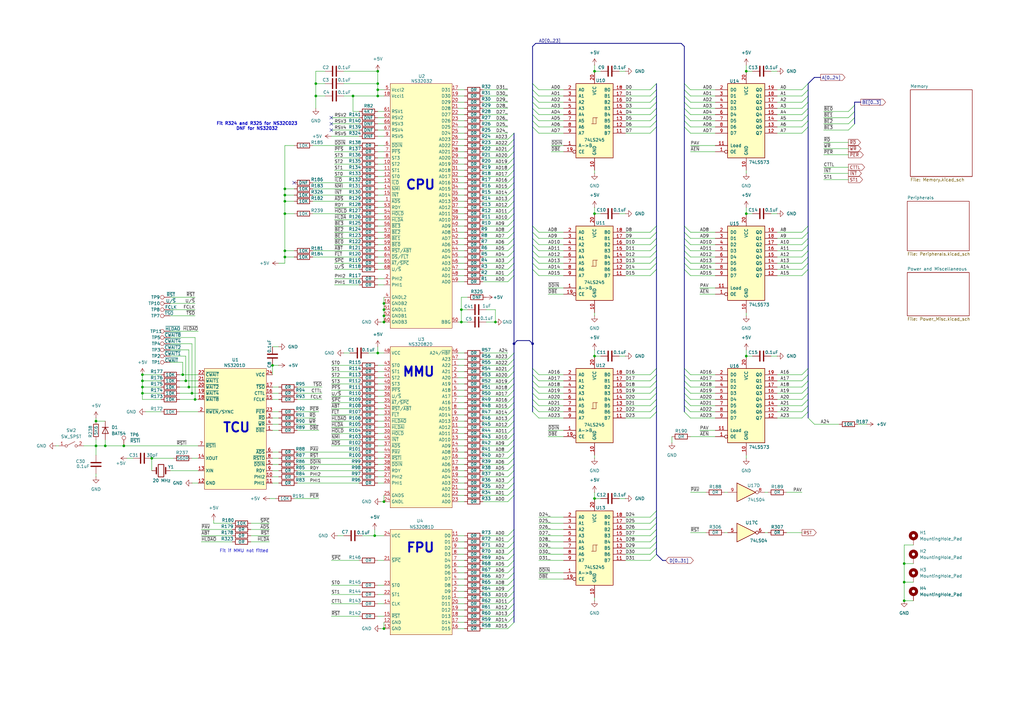
<source format=kicad_sch>
(kicad_sch (version 20250114) (generator "eeschema") (generator_version "9.0")
  (paper "A3")
  (title_block (title "NS32K Timewarp") (date "2025-10-30") (rev "1.1") (company "Dr Electro"))
  (text "Fit if MMU not fitted" (at 100.076 226.06 0) (effects (font (size 1.27 1.27))))
  (text "MMU" (at 171.704 152.654 0) (effects (font (size 3.81 3.81) (thickness 0.762) (bold yes))))
  (text "FPU" (at 172.466 224.79 0) (effects (font (size 3.81 3.81) (thickness 0.762) (bold yes))))
  (text "Fit R324 and R325 for NS32C023\nDNF for NS32032" (at 105.41 51.816 0) (effects (font (size 1.27 1.27) (thickness 0.254) (bold yes))))
  (text "CPU" (at 172.466 75.946 0) (effects (font (size 3.81 3.81) (thickness 0.762) (bold yes))))
  (text "TCU" (at 97.028 175.514 0) (effects (font (size 3.81 3.81) (thickness 0.762) (bold yes))))
  (junction (at 154.94 39.37))
  (junction (at 157.48 129.54))
  (junction (at 43.18 182.88))
  (junction (at 189.23 132.08))
  (junction (at 116.84 80.01))
  (junction (at 116.84 87.63))
  (junction (at 154.94 144.78))
  (junction (at 157.48 132.08))
  (junction (at 116.84 105.41))
  (junction (at 306.07 87.63))
  (junction (at 154.94 29.21))
  (junction (at 74.93 153.67))
  (junction (at 111.76 149.86))
  (junction (at 58.42 161.29))
  (junction (at 370.84 238.76))
  (junction (at 189.23 127))
  (junction (at 243.84 146.05))
  (junction (at 62.23 187.96))
  (junction (at 77.47 158.75))
  (junction (at 39.37 182.88))
  (junction (at 154.94 34.29))
  (junction (at 243.84 29.21))
  (junction (at 116.84 82.55))
  (junction (at 78.74 161.29))
  (junction (at 218.44 140.97))
  (junction (at 157.48 205.74))
  (junction (at 58.42 158.75))
  (junction (at 76.2 156.21))
  (junction (at 58.42 153.67))
  (junction (at 157.48 124.46))
  (junction (at 116.84 77.47))
  (junction (at 243.84 87.63))
  (junction (at 243.84 204.47))
  (junction (at 370.84 246.38))
  (junction (at 306.07 146.05))
  (junction (at 157.48 127))
  (junction (at 370.84 231.14))
  (junction (at 153.67 219.71))
  (junction (at 203.2 132.08))
  (junction (at 210.82 140.97))
  (junction (at 80.01 163.83))
  (junction (at 129.54 34.29))
  (junction (at 50.8 182.88))
  (junction (at 144.78 39.37))
  (junction (at 154.94 36.83))
  (junction (at 129.54 39.37))
  (junction (at 58.42 156.21))
  (junction (at 39.37 172.72))
  (junction (at 116.84 102.87))
  (junction (at 306.07 29.21))
  (junction (at 157.48 257.81))
  (no_connect (at 135.89 48.26))
  (no_connect (at 135.89 50.8))
  (no_connect (at 135.89 53.34))
  (no_connect (at 120.65 74.93))
  (bus_entry (at 328.93 95.25) (size 2.54 -2.54))
  (bus_entry (at 218.44 36.83) (size 2.54 2.54))
  (bus_entry (at 280.67 95.25) (size 2.54 2.54))
  (bus_entry (at 208.28 92.71) (size 2.54 -2.54))
  (bus_entry (at 280.67 166.37) (size 2.54 2.54))
  (bus_entry (at 208.28 69.85) (size 2.54 -2.54))
  (bus_entry (at 280.67 153.67) (size 2.54 2.54))
  (bus_entry (at 208.28 242.57) (size 2.54 -2.54))
  (bus_entry (at 328.93 107.95) (size 2.54 -2.54))
  (bus_entry (at 266.7 163.83) (size 2.54 -2.54))
  (bus_entry (at 328.93 39.37) (size 2.54 -2.54))
  (bus_entry (at 218.44 46.99) (size 2.54 2.54))
  (bus_entry (at 208.28 227.33) (size 2.54 -2.54))
  (bus_entry (at 328.93 49.53) (size 2.54 -2.54))
  (bus_entry (at 280.67 97.79) (size 2.54 2.54))
  (bus_entry (at 208.28 64.77) (size 2.54 -2.54))
  (bus_entry (at 328.93 156.21) (size 2.54 -2.54))
  (bus_entry (at 266.7 161.29) (size 2.54 -2.54))
  (bus_entry (at 208.28 237.49) (size 2.54 -2.54))
  (bus_entry (at 218.44 52.07) (size 2.54 2.54))
  (bus_entry (at 266.7 214.63) (size 2.54 -2.54))
  (bus_entry (at 266.7 222.25) (size 2.54 -2.54))
  (bus_entry (at 328.93 153.67) (size 2.54 -2.54))
  (bus_entry (at 208.28 195.58) (size 2.54 -2.54))
  (bus_entry (at 266.7 105.41) (size 2.54 -2.54))
  (bus_entry (at 208.28 172.72) (size 2.54 -2.54))
  (bus_entry (at 208.28 74.93) (size 2.54 -2.54))
  (bus_entry (at 208.28 203.2) (size 2.54 -2.54))
  (bus_entry (at 280.67 158.75) (size 2.54 2.54))
  (bus_entry (at 218.44 39.37) (size 2.54 2.54))
  (bus_entry (at 208.28 180.34) (size 2.54 -2.54))
  (bus_entry (at 280.67 44.45) (size 2.54 2.54))
  (bus_entry (at 208.28 185.42) (size 2.54 -2.54))
  (bus_entry (at 208.28 224.79) (size 2.54 -2.54))
  (bus_entry (at 208.28 82.55) (size 2.54 -2.54))
  (bus_entry (at 347.98 48.26) (size 2.54 -2.54))
  (bus_entry (at 218.44 100.33) (size 2.54 2.54))
  (bus_entry (at 328.93 168.91) (size 2.54 -2.54))
  (bus_entry (at 208.28 115.57) (size 2.54 -2.54))
  (bus_entry (at 208.28 105.41) (size 2.54 -2.54))
  (bus_entry (at 328.93 102.87) (size 2.54 -2.54))
  (bus_entry (at 208.28 247.65) (size 2.54 -2.54))
  (bus_entry (at 266.7 107.95) (size 2.54 -2.54))
  (bus_entry (at 328.93 113.03) (size 2.54 -2.54))
  (bus_entry (at 218.44 156.21) (size 2.54 2.54))
  (bus_entry (at 266.7 100.33) (size 2.54 -2.54))
  (bus_entry (at 208.28 190.5) (size 2.54 -2.54))
  (bus_entry (at 208.28 154.94) (size 2.54 -2.54))
  (bus_entry (at 208.28 113.03) (size 2.54 -2.54))
  (bus_entry (at 218.44 163.83) (size 2.54 2.54))
  (bus_entry (at 280.67 105.41) (size 2.54 2.54))
  (bus_entry (at 218.44 110.49) (size 2.54 2.54))
  (bus_entry (at 218.44 161.29) (size 2.54 2.54))
  (bus_entry (at 208.28 80.01) (size 2.54 -2.54))
  (bus_entry (at 280.67 92.71) (size 2.54 2.54))
  (bus_entry (at 328.93 163.83) (size 2.54 -2.54))
  (bus_entry (at 280.67 46.99) (size 2.54 2.54))
  (bus_entry (at 266.7 110.49) (size 2.54 -2.54))
  (bus_entry (at 208.28 90.17) (size 2.54 -2.54))
  (bus_entry (at 218.44 102.87) (size 2.54 2.54))
  (bus_entry (at 208.28 160.02) (size 2.54 -2.54))
  (bus_entry (at 266.7 224.79) (size 2.54 -2.54))
  (bus_entry (at 218.44 168.91) (size 2.54 2.54))
  (bus_entry (at 208.28 182.88) (size 2.54 -2.54))
  (bus_entry (at 218.44 97.79) (size 2.54 2.54))
  (bus_entry (at 218.44 92.71) (size 2.54 2.54))
  (bus_entry (at 208.28 170.18) (size 2.54 -2.54))
  (bus_entry (at 328.93 166.37) (size 2.54 -2.54))
  (bus_entry (at 266.7 102.87) (size 2.54 -2.54))
  (bus_entry (at 266.7 229.87) (size 2.54 -2.54))
  (bus_entry (at 208.28 167.64) (size 2.54 -2.54))
  (bus_entry (at 266.7 54.61) (size 2.54 -2.54))
  (bus_entry (at 208.28 95.25) (size 2.54 -2.54))
  (bus_entry (at 208.28 85.09) (size 2.54 -2.54))
  (bus_entry (at 280.67 36.83) (size 2.54 2.54))
  (bus_entry (at 208.28 62.23) (size 2.54 -2.54))
  (bus_entry (at 208.28 245.11) (size 2.54 -2.54))
  (bus_entry (at 266.7 52.07) (size 2.54 -2.54))
  (bus_entry (at 266.7 97.79) (size 2.54 -2.54))
  (bus_entry (at 328.93 171.45) (size 2.54 -2.54))
  (bus_entry (at 208.28 72.39) (size 2.54 -2.54))
  (bus_entry (at 266.7 49.53) (size 2.54 -2.54))
  (bus_entry (at 328.93 44.45) (size 2.54 -2.54))
  (bus_entry (at 218.44 44.45) (size 2.54 2.54))
  (bus_entry (at 208.28 100.33) (size 2.54 -2.54))
  (bus_entry (at 208.28 257.81) (size 2.54 -2.54))
  (bus_entry (at 208.28 250.19) (size 2.54 -2.54))
  (bus_entry (at 208.28 252.73) (size 2.54 -2.54))
  (bus_entry (at 218.44 95.25) (size 2.54 2.54))
  (bus_entry (at 328.93 105.41) (size 2.54 -2.54))
  (bus_entry (at 208.28 200.66) (size 2.54 -2.54))
  (bus_entry (at 328.93 36.83) (size 2.54 -2.54))
  (bus_entry (at 208.28 232.41) (size 2.54 -2.54))
  (bus_entry (at 266.7 39.37) (size 2.54 -2.54))
  (bus_entry (at 266.7 227.33) (size 2.54 -2.54))
  (bus_entry (at 266.7 36.83) (size 2.54 -2.54))
  (bus_entry (at 280.67 151.13) (size 2.54 2.54))
  (bus_entry (at 208.28 147.32) (size 2.54 -2.54))
  (bus_entry (at 208.28 87.63) (size 2.54 -2.54))
  (bus_entry (at 280.67 156.21) (size 2.54 2.54))
  (bus_entry (at 208.28 102.87) (size 2.54 -2.54))
  (bus_entry (at 208.28 198.12) (size 2.54 -2.54))
  (bus_entry (at 266.7 217.17) (size 2.54 -2.54))
  (bus_entry (at 280.67 39.37) (size 2.54 2.54))
  (bus_entry (at 280.67 161.29) (size 2.54 2.54))
  (bus_entry (at 280.67 49.53) (size 2.54 2.54))
  (bus_entry (at 218.44 41.91) (size 2.54 2.54))
  (bus_entry (at 208.28 59.69) (size 2.54 -2.54))
  (bus_entry (at 280.67 107.95) (size 2.54 2.54))
  (bus_entry (at 266.7 168.91) (size 2.54 -2.54))
  (bus_entry (at 328.93 161.29) (size 2.54 -2.54))
  (bus_entry (at 280.67 102.87) (size 2.54 2.54))
  (bus_entry (at 208.28 187.96) (size 2.54 -2.54))
  (bus_entry (at 328.93 54.61) (size 2.54 -2.54))
  (bus_entry (at 208.28 110.49) (size 2.54 -2.54))
  (bus_entry (at 208.28 149.86) (size 2.54 -2.54))
  (bus_entry (at 208.28 157.48) (size 2.54 -2.54))
  (bus_entry (at 208.28 222.25) (size 2.54 -2.54))
  (bus_entry (at 266.7 44.45) (size 2.54 -2.54))
  (bus_entry (at 347.98 50.8) (size 2.54 -2.54))
  (bus_entry (at 208.28 234.95) (size 2.54 -2.54))
  (bus_entry (at 331.47 171.45) (size 2.54 2.54))
  (bus_entry (at 266.7 171.45) (size 2.54 -2.54))
  (bus_entry (at 266.7 219.71) (size 2.54 -2.54))
  (bus_entry (at 280.67 110.49) (size 2.54 2.54))
  (bus_entry (at 208.28 77.47) (size 2.54 -2.54))
  (bus_entry (at 266.7 95.25) (size 2.54 -2.54))
  (bus_entry (at 218.44 34.29) (size 2.54 2.54))
  (bus_entry (at 208.28 57.15) (size 2.54 -2.54))
  (bus_entry (at 208.28 240.03) (size 2.54 -2.54))
  (bus_entry (at 280.67 34.29) (size 2.54 2.54))
  (bus_entry (at 266.7 166.37) (size 2.54 -2.54))
  (bus_entry (at 280.67 52.07) (size 2.54 2.54))
  (bus_entry (at 266.7 158.75) (size 2.54 -2.54))
  (bus_entry (at 328.93 97.79) (size 2.54 -2.54))
  (bus_entry (at 208.28 175.26) (size 2.54 -2.54))
  (bus_entry (at 266.7 113.03) (size 2.54 -2.54))
  (bus_entry (at 266.7 212.09) (size 2.54 -2.54))
  (bus_entry (at 347.98 45.72) (size 2.54 -2.54))
  (bus_entry (at 266.7 153.67) (size 2.54 -2.54))
  (bus_entry (at 280.67 163.83) (size 2.54 2.54))
  (bus_entry (at 347.98 53.34) (size 2.54 -2.54))
  (bus_entry (at 218.44 153.67) (size 2.54 2.54))
  (bus_entry (at 208.28 177.8) (size 2.54 -2.54))
  (bus_entry (at 208.28 97.79) (size 2.54 -2.54))
  (bus_entry (at 266.7 156.21) (size 2.54 -2.54))
  (bus_entry (at 280.67 100.33) (size 2.54 2.54))
  (bus_entry (at 208.28 165.1) (size 2.54 -2.54))
  (bus_entry (at 208.28 193.04) (size 2.54 -2.54))
  (bus_entry (at 266.7 41.91) (size 2.54 -2.54))
  (bus_entry (at 328.93 41.91) (size 2.54 -2.54))
  (bus_entry (at 328.93 52.07) (size 2.54 -2.54))
  (bus_entry (at 218.44 158.75) (size 2.54 2.54))
  (bus_entry (at 218.44 166.37) (size 2.54 2.54))
  (bus_entry (at 328.93 100.33) (size 2.54 -2.54))
  (bus_entry (at 208.28 229.87) (size 2.54 -2.54))
  (bus_entry (at 328.93 46.99) (size 2.54 -2.54))
  (bus_entry (at 208.28 219.71) (size 2.54 -2.54))
  (bus_entry (at 218.44 151.13) (size 2.54 2.54))
  (bus_entry (at 266.7 46.99) (size 2.54 -2.54))
  (bus_entry (at 218.44 107.95) (size 2.54 2.54))
  (bus_entry (at 218.44 105.41) (size 2.54 2.54))
  (bus_entry (at 208.28 67.31) (size 2.54 -2.54))
  (bus_entry (at 208.28 152.4) (size 2.54 -2.54))
  (bus_entry (at 208.28 255.27) (size 2.54 -2.54))
  (bus_entry (at 208.28 107.95) (size 2.54 -2.54))
  (bus_entry (at 208.28 205.74) (size 2.54 -2.54))
  (bus_entry (at 280.67 168.91) (size 2.54 2.54))
  (bus_entry (at 280.67 41.91) (size 2.54 2.54))
  (bus_entry (at 218.44 49.53) (size 2.54 2.54))
  (bus_entry (at 328.93 158.75) (size 2.54 -2.54))
  (bus_entry (at 208.28 162.56) (size 2.54 -2.54))
  (bus_entry (at 328.93 110.49) (size 2.54 -2.54))
  (wire (pts (xy 306.07 85.09) (xy 306.07 87.63)))
  (wire (pts (xy 322.58 201.93) (xy 328.93 201.93)))
  (wire (pts (xy 121.92 187.96) (xy 147.32 187.96)))
  (wire (pts (xy 154.94 36.83) (xy 157.48 36.83)))
  (bus (pts (xy 210.82 97.79) (xy 210.82 100.33)))
  (bus (pts (xy 280.67 110.49) (xy 280.67 151.13)))
  (wire (pts (xy 318.77 110.49) (xy 328.93 110.49)))
  (wire (pts (xy 187.96 257.81) (xy 190.5 257.81)))
  (bus (pts (xy 331.47 158.75) (xy 331.47 161.29)))
  (bus (pts (xy 210.82 95.25) (xy 210.82 97.79)))
  (wire (pts (xy 102.87 214.63) (xy 110.49 214.63)))
  (wire (pts (xy 69.85 148.59) (xy 74.93 148.59)))
  (wire (pts (xy 154.94 144.78) (xy 157.48 144.78)))
  (wire (pts (xy 220.98 153.67) (xy 231.14 153.67)))
  (bus (pts (xy 269.24 227.33) (xy 271.78 229.87)))
  (wire (pts (xy 157.48 129.54) (xy 157.48 132.08)))
  (wire (pts (xy 198.12 232.41) (xy 208.28 232.41)))
  (wire (pts (xy 256.54 224.79) (xy 266.7 224.79)))
  (wire (pts (xy 318.77 36.83) (xy 328.93 36.83)))
  (wire (pts (xy 337.82 71.12) (xy 347.98 71.12)))
  (wire (pts (xy 318.77 161.29) (xy 328.93 161.29)))
  (wire (pts (xy 243.84 87.63) (xy 246.38 87.63)))
  (wire (pts (xy 187.96 250.19) (xy 190.5 250.19)))
  (wire (pts (xy 76.2 146.05) (xy 76.2 156.21)))
  (wire (pts (xy 135.89 167.64) (xy 147.32 167.64)))
  (wire (pts (xy 135.89 149.86) (xy 147.32 149.86)))
  (bus (pts (xy 280.67 153.67) (xy 280.67 156.21)))
  (bus (pts (xy 210.82 82.55) (xy 210.82 85.09)))
  (wire (pts (xy 198.12 185.42) (xy 208.28 185.42)))
  (bus (pts (xy 280.67 166.37) (xy 280.67 168.91)))
  (wire (pts (xy 187.96 113.03) (xy 190.5 113.03)))
  (wire (pts (xy 198.12 234.95) (xy 208.28 234.95)))
  (wire (pts (xy 187.96 234.95) (xy 190.5 234.95)))
  (wire (pts (xy 69.85 138.43) (xy 80.01 138.43)))
  (wire (pts (xy 187.96 64.77) (xy 190.5 64.77)))
  (wire (pts (xy 198.12 195.58) (xy 208.28 195.58)))
  (wire (pts (xy 337.82 50.8) (xy 347.98 50.8)))
  (wire (pts (xy 220.98 44.45) (xy 231.14 44.45)))
  (wire (pts (xy 111.76 168.91) (xy 114.3 168.91)))
  (wire (pts (xy 121.92 173.99) (xy 129.54 173.99)))
  (wire (pts (xy 154.94 36.83) (xy 154.94 39.37)))
  (wire (pts (xy 198.12 39.37) (xy 208.28 39.37)))
  (wire (pts (xy 187.96 165.1) (xy 190.5 165.1)))
  (wire (pts (xy 58.42 158.75) (xy 66.04 158.75)))
  (bus (pts (xy 280.67 151.13) (xy 280.67 153.67)))
  (wire (pts (xy 187.96 242.57) (xy 190.5 242.57)))
  (wire (pts (xy 254 29.21) (xy 256.54 29.21)))
  (wire (pts (xy 187.96 170.18) (xy 190.5 170.18)))
  (wire (pts (xy 318.77 39.37) (xy 328.93 39.37)))
  (wire (pts (xy 140.97 29.21) (xy 154.94 29.21)))
  (wire (pts (xy 116.84 105.41) (xy 120.65 105.41)))
  (bus (pts (xy 269.24 105.41) (xy 269.24 107.95)))
  (bus (pts (xy 210.82 203.2) (xy 210.82 217.17)))
  (wire (pts (xy 140.97 39.37) (xy 144.78 39.37)))
  (wire (pts (xy 337.82 53.34) (xy 347.98 53.34)))
  (wire (pts (xy 283.21 156.21) (xy 293.37 156.21)))
  (wire (pts (xy 151.13 144.78) (xy 154.94 144.78)))
  (bus (pts (xy 210.82 69.85) (xy 210.82 72.39)))
  (wire (pts (xy 135.89 170.18) (xy 147.32 170.18)))
  (bus (pts (xy 210.82 140.97) (xy 212.09 139.7)))
  (wire (pts (xy 220.98 219.71) (xy 231.14 219.71)))
  (wire (pts (xy 135.89 50.8) (xy 147.32 50.8)))
  (wire (pts (xy 187.96 85.09) (xy 190.5 85.09)))
  (bus (pts (xy 210.82 144.78) (xy 210.82 147.32)))
  (wire (pts (xy 220.98 234.95) (xy 231.14 234.95)))
  (wire (pts (xy 198.12 64.77) (xy 208.28 64.77)))
  (bus (pts (xy 269.24 97.79) (xy 269.24 100.33)))
  (wire (pts (xy 154.94 243.84) (xy 157.48 243.84)))
  (wire (pts (xy 69.85 143.51) (xy 77.47 143.51)))
  (bus (pts (xy 218.44 19.05) (xy 219.71 17.78)))
  (bus (pts (xy 269.24 224.79) (xy 269.24 227.33)))
  (bus (pts (xy 218.44 151.13) (xy 218.44 140.97)))
  (wire (pts (xy 370.84 223.52) (xy 374.65 223.52)))
  (wire (pts (xy 39.37 172.72) (xy 43.18 172.72)))
  (wire (pts (xy 220.98 36.83) (xy 231.14 36.83)))
  (bus (pts (xy 218.44 107.95) (xy 218.44 105.41)))
  (wire (pts (xy 198.12 198.12) (xy 208.28 198.12)))
  (wire (pts (xy 187.96 59.69) (xy 190.5 59.69)))
  (wire (pts (xy 198.12 69.85) (xy 208.28 69.85)))
  (wire (pts (xy 283.21 163.83) (xy 293.37 163.83)))
  (wire (pts (xy 198.12 85.09) (xy 208.28 85.09)))
  (bus (pts (xy 218.44 168.91) (xy 218.44 166.37)))
  (bus (pts (xy 210.82 59.69) (xy 210.82 62.23)))
  (wire (pts (xy 154.94 48.26) (xy 157.48 48.26)))
  (wire (pts (xy 140.97 34.29) (xy 154.94 34.29)))
  (bus (pts (xy 210.82 157.48) (xy 210.82 160.02)))
  (wire (pts (xy 224.79 118.11) (xy 231.14 118.11)))
  (wire (pts (xy 187.96 245.11) (xy 190.5 245.11)))
  (wire (pts (xy 198.12 167.64) (xy 208.28 167.64)))
  (wire (pts (xy 77.47 143.51) (xy 77.47 158.75)))
  (bus (pts (xy 269.24 153.67) (xy 269.24 156.21)))
  (wire (pts (xy 220.98 227.33) (xy 231.14 227.33)))
  (wire (pts (xy 129.54 44.45) (xy 129.54 39.37)))
  (bus (pts (xy 218.44 166.37) (xy 218.44 163.83)))
  (wire (pts (xy 198.12 49.53) (xy 208.28 49.53)))
  (wire (pts (xy 318.77 97.79) (xy 328.93 97.79)))
  (wire (pts (xy 187.96 175.26) (xy 190.5 175.26)))
  (wire (pts (xy 187.96 147.32) (xy 190.5 147.32)))
  (wire (pts (xy 198.12 247.65) (xy 208.28 247.65)))
  (wire (pts (xy 187.96 224.79) (xy 190.5 224.79)))
  (bus (pts (xy 269.24 34.29) (xy 269.24 36.83)))
  (wire (pts (xy 121.92 163.83) (xy 132.08 163.83)))
  (bus (pts (xy 210.82 140.97) (xy 210.82 144.78)))
  (wire (pts (xy 256.54 110.49) (xy 266.7 110.49)))
  (wire (pts (xy 111.76 173.99) (xy 114.3 173.99)))
  (bus (pts (xy 210.82 110.49) (xy 210.82 113.03)))
  (wire (pts (xy 198.12 107.95) (xy 208.28 107.95)))
  (bus (pts (xy 269.24 168.91) (xy 269.24 209.55)))
  (wire (pts (xy 80.01 138.43) (xy 80.01 163.83)))
  (wire (pts (xy 220.98 46.99) (xy 231.14 46.99)))
  (wire (pts (xy 283.21 107.95) (xy 293.37 107.95)))
  (bus (pts (xy 350.52 45.72) (xy 350.52 48.26)))
  (wire (pts (xy 154.94 195.58) (xy 157.48 195.58)))
  (wire (pts (xy 198.12 100.33) (xy 208.28 100.33)))
  (wire (pts (xy 337.82 73.66) (xy 347.98 73.66)))
  (wire (pts (xy 137.16 62.23) (xy 147.32 62.23)))
  (wire (pts (xy 111.76 149.86) (xy 114.3 149.86)))
  (wire (pts (xy 154.94 80.01) (xy 157.48 80.01)))
  (wire (pts (xy 220.98 113.03) (xy 231.14 113.03)))
  (wire (pts (xy 187.96 154.94) (xy 190.5 154.94)))
  (bus (pts (xy 218.44 161.29) (xy 218.44 158.75)))
  (bus (pts (xy 210.82 72.39) (xy 210.82 74.93)))
  (wire (pts (xy 116.84 82.55) (xy 120.65 82.55)))
  (wire (pts (xy 154.94 69.85) (xy 157.48 69.85)))
  (bus (pts (xy 269.24 102.87) (xy 269.24 105.41)))
  (bus (pts (xy 331.47 41.91) (xy 331.47 44.45)))
  (bus (pts (xy 331.47 166.37) (xy 331.47 168.91)))
  (wire (pts (xy 318.77 153.67) (xy 328.93 153.67)))
  (wire (pts (xy 203.2 127) (xy 203.2 132.08)))
  (bus (pts (xy 218.44 36.83) (xy 218.44 34.29)))
  (wire (pts (xy 154.94 165.1) (xy 157.48 165.1)))
  (wire (pts (xy 116.84 102.87) (xy 120.65 102.87)))
  (wire (pts (xy 111.76 171.45) (xy 114.3 171.45)))
  (bus (pts (xy 331.47 49.53) (xy 331.47 52.07)))
  (wire (pts (xy 129.54 39.37) (xy 129.54 34.29)))
  (wire (pts (xy 318.77 105.41) (xy 328.93 105.41)))
  (bus (pts (xy 280.67 44.45) (xy 280.67 46.99)))
  (bus (pts (xy 350.52 41.91) (xy 350.52 43.18)))
  (wire (pts (xy 62.23 187.96) (xy 71.12 187.96)))
  (wire (pts (xy 138.43 219.71) (xy 140.97 219.71)))
  (wire (pts (xy 137.16 72.39) (xy 147.32 72.39)))
  (wire (pts (xy 121.92 161.29) (xy 132.08 161.29)))
  (bus (pts (xy 350.52 48.26) (xy 350.52 50.8)))
  (wire (pts (xy 256.54 105.41) (xy 266.7 105.41)))
  (wire (pts (xy 198.12 54.61) (xy 208.28 54.61)))
  (wire (pts (xy 154.94 100.33) (xy 157.48 100.33)))
  (bus (pts (xy 280.67 161.29) (xy 280.67 163.83)))
  (bus (pts (xy 210.82 102.87) (xy 210.82 105.41)))
  (wire (pts (xy 135.89 229.87) (xy 147.32 229.87)))
  (bus (pts (xy 331.47 36.83) (xy 331.47 39.37)))
  (bus (pts (xy 210.82 105.41) (xy 210.82 107.95)))
  (wire (pts (xy 243.84 69.85) (xy 243.84 71.12)))
  (bus (pts (xy 279.4 17.78) (xy 219.71 17.78)))
  (wire (pts (xy 318.77 46.99) (xy 328.93 46.99)))
  (wire (pts (xy 111.76 190.5) (xy 114.3 190.5)))
  (wire (pts (xy 318.77 163.83) (xy 328.93 163.83)))
  (wire (pts (xy 187.96 182.88) (xy 190.5 182.88)))
  (wire (pts (xy 243.84 201.93) (xy 243.84 204.47)))
  (wire (pts (xy 135.89 175.26) (xy 147.32 175.26)))
  (wire (pts (xy 370.84 238.76) (xy 370.84 246.38)))
  (bus (pts (xy 269.24 52.07) (xy 269.24 92.71)))
  (wire (pts (xy 87.63 214.63) (xy 95.25 214.63)))
  (wire (pts (xy 243.84 204.47) (xy 246.38 204.47)))
  (wire (pts (xy 313.69 218.44) (xy 314.96 218.44)))
  (wire (pts (xy 154.94 114.3) (xy 157.48 114.3)))
  (wire (pts (xy 283.21 105.41) (xy 293.37 105.41)))
  (bus (pts (xy 218.44 105.41) (xy 218.44 102.87)))
  (wire (pts (xy 187.96 162.56) (xy 190.5 162.56)))
  (wire (pts (xy 187.96 87.63) (xy 190.5 87.63)))
  (wire (pts (xy 224.79 176.53) (xy 231.14 176.53)))
  (wire (pts (xy 198.12 257.81) (xy 208.28 257.81)))
  (wire (pts (xy 137.16 110.49) (xy 147.32 110.49)))
  (wire (pts (xy 283.21 113.03) (xy 293.37 113.03)))
  (wire (pts (xy 187.96 54.61) (xy 190.5 54.61)))
  (wire (pts (xy 111.76 163.83) (xy 114.3 163.83)))
  (bus (pts (xy 269.24 46.99) (xy 269.24 49.53)))
  (wire (pts (xy 318.77 49.53) (xy 328.93 49.53)))
  (wire (pts (xy 116.84 87.63) (xy 116.84 102.87)))
  (wire (pts (xy 137.16 100.33) (xy 147.32 100.33)))
  (wire (pts (xy 189.23 127) (xy 191.77 127)))
  (wire (pts (xy 187.96 198.12) (xy 190.5 198.12)))
  (bus (pts (xy 218.44 110.49) (xy 218.44 107.95)))
  (wire (pts (xy 256.54 219.71) (xy 266.7 219.71)))
  (wire (pts (xy 135.89 180.34) (xy 147.32 180.34)))
  (wire (pts (xy 256.54 44.45) (xy 266.7 44.45)))
  (bus (pts (xy 210.82 185.42) (xy 210.82 187.96)))
  (wire (pts (xy 69.85 124.46) (xy 80.01 124.46)))
  (wire (pts (xy 337.82 45.72) (xy 347.98 45.72)))
  (wire (pts (xy 135.89 172.72) (xy 147.32 172.72)))
  (bus (pts (xy 210.82 247.65) (xy 210.82 250.19)))
  (wire (pts (xy 187.96 167.64) (xy 190.5 167.64)))
  (wire (pts (xy 69.85 140.97) (xy 78.74 140.97)))
  (wire (pts (xy 62.23 187.96) (xy 62.23 193.04)))
  (wire (pts (xy 128.27 105.41) (xy 147.32 105.41)))
  (wire (pts (xy 337.82 68.58) (xy 347.98 68.58)))
  (wire (pts (xy 154.94 85.09) (xy 157.48 85.09)))
  (wire (pts (xy 153.67 219.71) (xy 157.48 219.71)))
  (wire (pts (xy 256.54 171.45) (xy 266.7 171.45)))
  (wire (pts (xy 187.96 157.48) (xy 190.5 157.48)))
  (wire (pts (xy 283.21 158.75) (xy 293.37 158.75)))
  (wire (pts (xy 111.76 198.12) (xy 114.3 198.12)))
  (wire (pts (xy 137.16 67.31) (xy 147.32 67.31)))
  (wire (pts (xy 337.82 58.42) (xy 347.98 58.42)))
  (wire (pts (xy 128.27 82.55) (xy 147.32 82.55)))
  (bus (pts (xy 218.44 44.45) (xy 218.44 41.91)))
  (wire (pts (xy 306.07 26.67) (xy 306.07 29.21)))
  (wire (pts (xy 199.39 127) (xy 203.2 127)))
  (bus (pts (xy 269.24 209.55) (xy 269.24 212.09)))
  (wire (pts (xy 198.12 157.48) (xy 208.28 157.48)))
  (wire (pts (xy 256.54 161.29) (xy 266.7 161.29)))
  (wire (pts (xy 148.59 219.71) (xy 153.67 219.71)))
  (wire (pts (xy 318.77 113.03) (xy 328.93 113.03)))
  (wire (pts (xy 154.94 180.34) (xy 157.48 180.34)))
  (wire (pts (xy 370.84 231.14) (xy 370.84 238.76)))
  (wire (pts (xy 198.12 224.79) (xy 208.28 224.79)))
  (wire (pts (xy 283.21 52.07) (xy 293.37 52.07)))
  (wire (pts (xy 154.94 72.39) (xy 157.48 72.39)))
  (wire (pts (xy 189.23 121.92) (xy 189.23 127)))
  (wire (pts (xy 111.76 187.96) (xy 114.3 187.96)))
  (wire (pts (xy 187.96 72.39) (xy 190.5 72.39)))
  (wire (pts (xy 154.94 95.25) (xy 157.48 95.25)))
  (bus (pts (xy 334.01 31.75) (xy 336.55 31.75)))
  (wire (pts (xy 283.21 161.29) (xy 293.37 161.29)))
  (wire (pts (xy 73.66 153.67) (xy 74.93 153.67)))
  (bus (pts (xy 218.44 49.53) (xy 218.44 46.99)))
  (bus (pts (xy 269.24 110.49) (xy 269.24 151.13)))
  (wire (pts (xy 187.96 110.49) (xy 190.5 110.49)))
  (wire (pts (xy 243.84 245.11) (xy 243.84 246.38)))
  (wire (pts (xy 102.87 217.17) (xy 110.49 217.17)))
  (wire (pts (xy 128.27 80.01) (xy 147.32 80.01)))
  (wire (pts (xy 154.94 34.29) (xy 154.94 36.83)))
  (wire (pts (xy 102.87 219.71) (xy 110.49 219.71)))
  (wire (pts (xy 39.37 171.45) (xy 39.37 172.72)))
  (wire (pts (xy 116.84 87.63) (xy 120.65 87.63)))
  (bus (pts (xy 210.82 252.73) (xy 210.82 255.27)))
  (wire (pts (xy 154.94 162.56) (xy 157.48 162.56)))
  (wire (pts (xy 316.23 29.21) (xy 318.77 29.21)))
  (wire (pts (xy 78.74 187.96) (xy 81.28 187.96)))
  (wire (pts (xy 283.21 102.87) (xy 293.37 102.87)))
  (wire (pts (xy 187.96 90.17) (xy 190.5 90.17)))
  (bus (pts (xy 280.67 102.87) (xy 280.67 105.41)))
  (wire (pts (xy 187.96 205.74) (xy 190.5 205.74)))
  (wire (pts (xy 187.96 144.78) (xy 190.5 144.78)))
  (wire (pts (xy 256.54 113.03) (xy 266.7 113.03)))
  (bus (pts (xy 331.47 153.67) (xy 331.47 156.21)))
  (wire (pts (xy 187.96 255.27) (xy 190.5 255.27)))
  (bus (pts (xy 210.82 229.87) (xy 210.82 232.41)))
  (wire (pts (xy 137.16 64.77) (xy 147.32 64.77)))
  (wire (pts (xy 198.12 113.03) (xy 208.28 113.03)))
  (wire (pts (xy 137.16 97.79) (xy 147.32 97.79)))
  (wire (pts (xy 114.3 107.95) (xy 116.84 107.95)))
  (wire (pts (xy 256.54 217.17) (xy 266.7 217.17)))
  (wire (pts (xy 220.98 171.45) (xy 231.14 171.45)))
  (bus (pts (xy 210.82 85.09) (xy 210.82 87.63)))
  (wire (pts (xy 306.07 29.21) (xy 308.61 29.21)))
  (bus (pts (xy 218.44 140.97) (xy 218.44 110.49)))
  (wire (pts (xy 111.76 176.53) (xy 114.3 176.53)))
  (wire (pts (xy 156.21 132.08) (xy 157.48 132.08)))
  (wire (pts (xy 198.12 219.71) (xy 208.28 219.71)))
  (bus (pts (xy 212.09 139.7) (xy 217.17 139.7)))
  (wire (pts (xy 198.12 227.33) (xy 208.28 227.33)))
  (wire (pts (xy 318.77 158.75) (xy 328.93 158.75)))
  (wire (pts (xy 121.92 168.91) (xy 130.81 168.91)))
  (wire (pts (xy 187.96 100.33) (xy 190.5 100.33)))
  (wire (pts (xy 198.12 82.55) (xy 208.28 82.55)))
  (wire (pts (xy 73.66 156.21) (xy 76.2 156.21)))
  (bus (pts (xy 331.47 110.49) (xy 331.47 151.13)))
  (bus (pts (xy 210.82 200.66) (xy 210.82 203.2)))
  (bus (pts (xy 331.47 34.29) (xy 331.47 36.83)))
  (wire (pts (xy 337.82 48.26) (xy 347.98 48.26)))
  (wire (pts (xy 102.87 222.25) (xy 110.49 222.25)))
  (wire (pts (xy 198.12 87.63) (xy 208.28 87.63)))
  (wire (pts (xy 135.89 154.94) (xy 147.32 154.94)))
  (wire (pts (xy 154.94 39.37) (xy 157.48 39.37)))
  (wire (pts (xy 154.94 177.8) (xy 157.48 177.8)))
  (wire (pts (xy 135.89 55.88) (xy 147.32 55.88)))
  (wire (pts (xy 187.96 187.96) (xy 190.5 187.96)))
  (wire (pts (xy 157.48 203.2) (xy 157.48 205.74)))
  (bus (pts (xy 210.82 74.93) (xy 210.82 77.47)))
  (wire (pts (xy 187.96 185.42) (xy 190.5 185.42)))
  (bus (pts (xy 271.78 229.87) (xy 273.05 229.87)))
  (bus (pts (xy 210.82 147.32) (xy 210.82 149.86)))
  (wire (pts (xy 287.02 118.11) (xy 293.37 118.11)))
  (wire (pts (xy 287.02 176.53) (xy 293.37 176.53)))
  (wire (pts (xy 78.74 161.29) (xy 81.28 161.29)))
  (wire (pts (xy 128.27 77.47) (xy 147.32 77.47)))
  (bus (pts (xy 331.47 44.45) (xy 331.47 46.99)))
  (wire (pts (xy 111.76 158.75) (xy 114.3 158.75)))
  (bus (pts (xy 210.82 80.01) (xy 210.82 82.55)))
  (bus (pts (xy 210.82 172.72) (xy 210.82 175.26)))
  (bus (pts (xy 269.24 39.37) (xy 269.24 41.91)))
  (bus (pts (xy 210.82 193.04) (xy 210.82 195.58)))
  (bus (pts (xy 210.82 180.34) (xy 210.82 182.88)))
  (wire (pts (xy 220.98 97.79) (xy 231.14 97.79)))
  (bus (pts (xy 218.44 95.25) (xy 218.44 92.71)))
  (wire (pts (xy 198.12 102.87) (xy 208.28 102.87)))
  (wire (pts (xy 135.89 160.02) (xy 147.32 160.02)))
  (wire (pts (xy 256.54 212.09) (xy 266.7 212.09)))
  (wire (pts (xy 154.94 193.04) (xy 157.48 193.04)))
  (bus (pts (xy 331.47 151.13) (xy 331.47 153.67)))
  (wire (pts (xy 135.89 252.73) (xy 147.32 252.73)))
  (wire (pts (xy 256.54 163.83) (xy 266.7 163.83)))
  (wire (pts (xy 154.94 55.88) (xy 157.48 55.88)))
  (bus (pts (xy 218.44 97.79) (xy 218.44 95.25)))
  (wire (pts (xy 135.89 162.56) (xy 147.32 162.56)))
  (wire (pts (xy 198.12 255.27) (xy 208.28 255.27)))
  (wire (pts (xy 154.94 198.12) (xy 157.48 198.12)))
  (wire (pts (xy 43.18 182.88) (xy 50.8 182.88)))
  (wire (pts (xy 198.12 237.49) (xy 208.28 237.49)))
  (wire (pts (xy 306.07 128.27) (xy 306.07 129.54)))
  (wire (pts (xy 370.84 246.38) (xy 374.65 246.38)))
  (wire (pts (xy 187.96 77.47) (xy 190.5 77.47)))
  (wire (pts (xy 198.12 162.56) (xy 208.28 162.56)))
  (wire (pts (xy 198.12 147.32) (xy 208.28 147.32)))
  (wire (pts (xy 256.54 41.91) (xy 266.7 41.91)))
  (bus (pts (xy 210.82 107.95) (xy 210.82 110.49)))
  (wire (pts (xy 135.89 243.84) (xy 147.32 243.84)))
  (bus (pts (xy 331.47 95.25) (xy 331.47 97.79)))
  (bus (pts (xy 269.24 156.21) (xy 269.24 158.75)))
  (wire (pts (xy 187.96 49.53) (xy 190.5 49.53)))
  (bus (pts (xy 210.82 167.64) (xy 210.82 170.18)))
  (bus (pts (xy 218.44 102.87) (xy 218.44 100.33)))
  (wire (pts (xy 198.12 36.83) (xy 208.28 36.83)))
  (wire (pts (xy 187.96 36.83) (xy 190.5 36.83)))
  (wire (pts (xy 82.55 219.71) (xy 95.25 219.71)))
  (wire (pts (xy 318.77 168.91) (xy 328.93 168.91)))
  (wire (pts (xy 256.54 49.53) (xy 266.7 49.53)))
  (wire (pts (xy 135.89 165.1) (xy 147.32 165.1)))
  (wire (pts (xy 154.94 74.93) (xy 157.48 74.93)))
  (wire (pts (xy 154.94 59.69) (xy 157.48 59.69)))
  (wire (pts (xy 187.96 237.49) (xy 190.5 237.49)))
  (wire (pts (xy 226.06 62.23) (xy 231.14 62.23)))
  (wire (pts (xy 187.96 227.33) (xy 190.5 227.33)))
  (bus (pts (xy 210.82 224.79) (xy 210.82 227.33)))
  (wire (pts (xy 283.21 95.25) (xy 293.37 95.25)))
  (bus (pts (xy 331.47 168.91) (xy 331.47 171.45)))
  (wire (pts (xy 297.18 218.44) (xy 298.45 218.44)))
  (wire (pts (xy 187.96 232.41) (xy 190.5 232.41)))
  (bus (pts (xy 210.82 187.96) (xy 210.82 190.5)))
  (wire (pts (xy 198.12 72.39) (xy 208.28 72.39)))
  (wire (pts (xy 198.12 180.34) (xy 208.28 180.34)))
  (bus (pts (xy 269.24 219.71) (xy 269.24 222.25)))
  (bus (pts (xy 269.24 49.53) (xy 269.24 52.07)))
  (bus (pts (xy 331.47 161.29) (xy 331.47 163.83)))
  (bus (pts (xy 210.82 245.11) (xy 210.82 247.65)))
  (wire (pts (xy 116.84 82.55) (xy 116.84 87.63)))
  (wire (pts (xy 283.21 41.91) (xy 293.37 41.91)))
  (wire (pts (xy 283.21 153.67) (xy 293.37 153.67)))
  (wire (pts (xy 334.01 173.99) (xy 344.17 173.99)))
  (wire (pts (xy 116.84 77.47) (xy 116.84 80.01)))
  (wire (pts (xy 318.77 102.87) (xy 328.93 102.87)))
  (wire (pts (xy 154.94 240.03) (xy 157.48 240.03)))
  (wire (pts (xy 137.16 95.25) (xy 147.32 95.25)))
  (wire (pts (xy 187.96 132.08) (xy 189.23 132.08)))
  (wire (pts (xy 198.12 193.04) (xy 208.28 193.04)))
  (bus (pts (xy 210.82 250.19) (xy 210.82 252.73)))
  (wire (pts (xy 220.98 107.95) (xy 231.14 107.95)))
  (wire (pts (xy 187.96 74.93) (xy 190.5 74.93)))
  (wire (pts (xy 39.37 194.31) (xy 39.37 195.58)))
  (wire (pts (xy 69.85 193.04) (xy 81.28 193.04)))
  (wire (pts (xy 69.85 146.05) (xy 76.2 146.05)))
  (bus (pts (xy 218.44 39.37) (xy 218.44 36.83)))
  (wire (pts (xy 121.92 185.42) (xy 147.32 185.42)))
  (wire (pts (xy 187.96 152.4) (xy 190.5 152.4)))
  (bus (pts (xy 331.47 156.21) (xy 331.47 158.75)))
  (wire (pts (xy 220.98 54.61) (xy 231.14 54.61)))
  (bus (pts (xy 280.67 97.79) (xy 280.67 100.33)))
  (wire (pts (xy 224.79 179.07) (xy 231.14 179.07)))
  (wire (pts (xy 316.23 146.05) (xy 318.77 146.05)))
  (wire (pts (xy 322.58 218.44) (xy 328.93 218.44)))
  (wire (pts (xy 256.54 95.25) (xy 266.7 95.25)))
  (wire (pts (xy 187.96 69.85) (xy 190.5 69.85)))
  (wire (pts (xy 256.54 222.25) (xy 266.7 222.25)))
  (wire (pts (xy 58.42 156.21) (xy 58.42 158.75)))
  (wire (pts (xy 121.92 171.45) (xy 129.54 171.45)))
  (wire (pts (xy 220.98 222.25) (xy 231.14 222.25)))
  (bus (pts (xy 210.82 92.71) (xy 210.82 95.25)))
  (bus (pts (xy 210.82 54.61) (xy 210.82 57.15)))
  (wire (pts (xy 34.29 182.88) (xy 39.37 182.88)))
  (wire (pts (xy 187.96 247.65) (xy 190.5 247.65)))
  (wire (pts (xy 154.94 64.77) (xy 157.48 64.77)))
  (wire (pts (xy 256.54 229.87) (xy 266.7 229.87)))
  (bus (pts (xy 280.67 46.99) (xy 280.67 49.53)))
  (wire (pts (xy 198.12 44.45) (xy 208.28 44.45)))
  (wire (pts (xy 154.94 172.72) (xy 157.48 172.72)))
  (bus (pts (xy 331.47 105.41) (xy 331.47 107.95)))
  (bus (pts (xy 210.82 232.41) (xy 210.82 234.95)))
  (wire (pts (xy 283.21 54.61) (xy 293.37 54.61)))
  (wire (pts (xy 243.84 85.09) (xy 243.84 87.63)))
  (wire (pts (xy 154.94 53.34) (xy 157.48 53.34)))
  (wire (pts (xy 137.16 69.85) (xy 147.32 69.85)))
  (wire (pts (xy 154.94 149.86) (xy 157.48 149.86)))
  (wire (pts (xy 198.12 57.15) (xy 208.28 57.15)))
  (bus (pts (xy 218.44 34.29) (xy 218.44 19.05)))
  (wire (pts (xy 154.94 229.87) (xy 157.48 229.87)))
  (wire (pts (xy 198.12 222.25) (xy 208.28 222.25)))
  (bus (pts (xy 210.82 177.8) (xy 210.82 180.34)))
  (bus (pts (xy 210.82 195.58) (xy 210.82 198.12)))
  (wire (pts (xy 306.07 146.05) (xy 308.61 146.05)))
  (wire (pts (xy 220.98 237.49) (xy 231.14 237.49)))
  (wire (pts (xy 318.77 156.21) (xy 328.93 156.21)))
  (wire (pts (xy 370.84 238.76) (xy 374.65 238.76)))
  (wire (pts (xy 220.98 158.75) (xy 231.14 158.75)))
  (wire (pts (xy 154.94 167.64) (xy 157.48 167.64)))
  (wire (pts (xy 337.82 60.96) (xy 347.98 60.96)))
  (bus (pts (xy 331.47 52.07) (xy 331.47 92.71)))
  (bus (pts (xy 280.67 163.83) (xy 280.67 166.37)))
  (wire (pts (xy 154.94 82.55) (xy 157.48 82.55)))
  (wire (pts (xy 187.96 102.87) (xy 190.5 102.87)))
  (wire (pts (xy 135.89 177.8) (xy 147.32 177.8)))
  (wire (pts (xy 137.16 114.3) (xy 147.32 114.3)))
  (wire (pts (xy 287.02 120.65) (xy 293.37 120.65)))
  (wire (pts (xy 128.27 102.87) (xy 147.32 102.87)))
  (wire (pts (xy 154.94 29.21) (xy 154.94 34.29)))
  (wire (pts (xy 154.94 90.17) (xy 157.48 90.17)))
  (wire (pts (xy 316.23 87.63) (xy 318.77 87.63)))
  (wire (pts (xy 198.12 152.4) (xy 208.28 152.4)))
  (bus (pts (xy 210.82 217.17) (xy 210.82 219.71)))
  (wire (pts (xy 157.48 124.46) (xy 157.48 127)))
  (wire (pts (xy 82.55 222.25) (xy 95.25 222.25)))
  (wire (pts (xy 154.94 107.95) (xy 157.48 107.95)))
  (wire (pts (xy 254 146.05) (xy 256.54 146.05)))
  (wire (pts (xy 58.42 153.67) (xy 66.04 153.67)))
  (wire (pts (xy 283.21 201.93) (xy 289.56 201.93)))
  (bus (pts (xy 331.47 97.79) (xy 331.47 100.33)))
  (wire (pts (xy 111.76 193.04) (xy 114.3 193.04)))
  (bus (pts (xy 210.82 57.15) (xy 210.82 59.69)))
  (wire (pts (xy 129.54 34.29) (xy 133.35 34.29)))
  (wire (pts (xy 50.8 182.88) (xy 81.28 182.88)))
  (wire (pts (xy 116.84 77.47) (xy 120.65 77.47)))
  (wire (pts (xy 243.84 128.27) (xy 243.84 129.54)))
  (wire (pts (xy 154.94 110.49) (xy 157.48 110.49)))
  (bus (pts (xy 210.82 162.56) (xy 210.82 165.1)))
  (wire (pts (xy 137.16 90.17) (xy 147.32 90.17)))
  (bus (pts (xy 331.47 39.37) (xy 331.47 41.91)))
  (wire (pts (xy 78.74 198.12) (xy 81.28 198.12)))
  (wire (pts (xy 154.94 45.72) (xy 157.48 45.72)))
  (wire (pts (xy 220.98 224.79) (xy 231.14 224.79)))
  (wire (pts (xy 59.69 168.91) (xy 66.04 168.91)))
  (wire (pts (xy 283.21 110.49) (xy 293.37 110.49)))
  (wire (pts (xy 318.77 41.91) (xy 328.93 41.91)))
  (wire (pts (xy 318.77 166.37) (xy 328.93 166.37)))
  (bus (pts (xy 218.44 100.33) (xy 218.44 97.79)))
  (bus (pts (xy 269.24 222.25) (xy 269.24 224.79)))
  (bus (pts (xy 280.67 95.25) (xy 280.67 97.79)))
  (wire (pts (xy 220.98 168.91) (xy 231.14 168.91)))
  (wire (pts (xy 283.21 59.69) (xy 293.37 59.69)))
  (wire (pts (xy 198.12 175.26) (xy 208.28 175.26)))
  (bus (pts (xy 217.17 139.7) (xy 218.44 140.97)))
  (wire (pts (xy 154.94 160.02) (xy 157.48 160.02)))
  (bus (pts (xy 210.82 87.63) (xy 210.82 90.17)))
  (wire (pts (xy 154.94 92.71) (xy 157.48 92.71)))
  (bus (pts (xy 269.24 44.45) (xy 269.24 46.99)))
  (bus (pts (xy 210.82 242.57) (xy 210.82 245.11)))
  (wire (pts (xy 82.55 217.17) (xy 95.25 217.17)))
  (wire (pts (xy 111.76 161.29) (xy 114.3 161.29)))
  (wire (pts (xy 69.85 129.54) (xy 80.01 129.54)))
  (wire (pts (xy 157.48 121.92) (xy 157.48 124.46)))
  (wire (pts (xy 189.23 121.92) (xy 191.77 121.92)))
  (wire (pts (xy 137.16 116.84) (xy 147.32 116.84)))
  (bus (pts (xy 218.44 41.91) (xy 218.44 39.37)))
  (wire (pts (xy 144.78 39.37) (xy 144.78 45.72)))
  (wire (pts (xy 198.12 177.8) (xy 208.28 177.8)))
  (wire (pts (xy 256.54 156.21) (xy 266.7 156.21)))
  (wire (pts (xy 318.77 95.25) (xy 328.93 95.25)))
  (wire (pts (xy 157.48 255.27) (xy 157.48 257.81)))
  (bus (pts (xy 331.47 34.29) (xy 334.01 31.75)))
  (bus (pts (xy 210.82 190.5) (xy 210.82 193.04)))
  (bus (pts (xy 218.44 158.75) (xy 218.44 156.21)))
  (wire (pts (xy 187.96 41.91) (xy 190.5 41.91)))
  (wire (pts (xy 187.96 190.5) (xy 190.5 190.5)))
  (bus (pts (xy 210.82 240.03) (xy 210.82 242.57)))
  (wire (pts (xy 283.21 218.44) (xy 289.56 218.44)))
  (wire (pts (xy 243.84 143.51) (xy 243.84 146.05)))
  (bus (pts (xy 210.82 113.03) (xy 210.82 140.97)))
  (wire (pts (xy 198.12 154.94) (xy 208.28 154.94)))
  (wire (pts (xy 121.92 176.53) (xy 130.81 176.53)))
  (wire (pts (xy 220.98 163.83) (xy 231.14 163.83)))
  (wire (pts (xy 116.84 59.69) (xy 120.65 59.69)))
  (bus (pts (xy 269.24 166.37) (xy 269.24 168.91)))
  (wire (pts (xy 256.54 107.95) (xy 266.7 107.95)))
  (wire (pts (xy 189.23 132.08) (xy 191.77 132.08)))
  (wire (pts (xy 187.96 39.37) (xy 190.5 39.37)))
  (wire (pts (xy 154.94 170.18) (xy 157.48 170.18)))
  (wire (pts (xy 306.07 186.69) (xy 306.07 187.96)))
  (wire (pts (xy 135.89 48.26) (xy 147.32 48.26)))
  (wire (pts (xy 283.21 168.91) (xy 293.37 168.91)))
  (wire (pts (xy 137.16 85.09) (xy 147.32 85.09)))
  (wire (pts (xy 154.94 87.63) (xy 157.48 87.63)))
  (wire (pts (xy 283.21 46.99) (xy 293.37 46.99)))
  (bus (pts (xy 269.24 41.91) (xy 269.24 44.45)))
  (wire (pts (xy 256.54 153.67) (xy 266.7 153.67)))
  (bus (pts (xy 210.82 165.1) (xy 210.82 167.64)))
  (wire (pts (xy 74.93 148.59) (xy 74.93 153.67)))
  (wire (pts (xy 187.96 92.71) (xy 190.5 92.71)))
  (wire (pts (xy 129.54 34.29) (xy 129.54 29.21)))
  (wire (pts (xy 243.84 186.69) (xy 243.84 187.96)))
  (wire (pts (xy 116.84 80.01) (xy 120.65 80.01)))
  (wire (pts (xy 156.21 205.74) (xy 157.48 205.74)))
  (wire (pts (xy 154.94 62.23) (xy 157.48 62.23)))
  (wire (pts (xy 120.65 204.47) (xy 130.81 204.47)))
  (bus (pts (xy 210.82 152.4) (xy 210.82 154.94)))
  (bus (pts (xy 210.82 198.12) (xy 210.82 200.66)))
  (bus (pts (xy 280.67 100.33) (xy 280.67 102.87)))
  (wire (pts (xy 198.12 160.02) (xy 208.28 160.02)))
  (wire (pts (xy 198.12 67.31) (xy 208.28 67.31)))
  (wire (pts (xy 283.21 39.37) (xy 293.37 39.37)))
  (wire (pts (xy 187.96 105.41) (xy 190.5 105.41)))
  (wire (pts (xy 220.98 217.17) (xy 231.14 217.17)))
  (wire (pts (xy 187.96 200.66) (xy 190.5 200.66)))
  (bus (pts (xy 269.24 163.83) (xy 269.24 166.37)))
  (wire (pts (xy 220.98 105.41) (xy 231.14 105.41)))
  (wire (pts (xy 128.27 59.69) (xy 147.32 59.69)))
  (wire (pts (xy 73.66 161.29) (xy 78.74 161.29)))
  (bus (pts (xy 210.82 67.31) (xy 210.82 69.85)))
  (wire (pts (xy 198.12 252.73) (xy 208.28 252.73)))
  (wire (pts (xy 154.94 50.8) (xy 157.48 50.8)))
  (bus (pts (xy 210.82 219.71) (xy 210.82 222.25)))
  (wire (pts (xy 283.21 179.07) (xy 293.37 179.07)))
  (bus (pts (xy 210.82 227.33) (xy 210.82 229.87)))
  (wire (pts (xy 58.42 158.75) (xy 58.42 161.29)))
  (wire (pts (xy 154.94 185.42) (xy 157.48 185.42)))
  (bus (pts (xy 210.82 154.94) (xy 210.82 157.48)))
  (wire (pts (xy 73.66 163.83) (xy 80.01 163.83)))
  (bus (pts (xy 350.52 43.18) (xy 350.52 45.72)))
  (wire (pts (xy 111.76 185.42) (xy 114.3 185.42)))
  (wire (pts (xy 198.12 74.93) (xy 208.28 74.93)))
  (wire (pts (xy 129.54 29.21) (xy 133.35 29.21)))
  (wire (pts (xy 283.21 49.53) (xy 293.37 49.53)))
  (bus (pts (xy 280.67 19.05) (xy 280.67 34.29)))
  (bus (pts (xy 280.67 34.29) (xy 280.67 36.83)))
  (wire (pts (xy 198.12 41.91) (xy 208.28 41.91)))
  (wire (pts (xy 220.98 41.91) (xy 231.14 41.91)))
  (bus (pts (xy 210.82 160.02) (xy 210.82 162.56)))
  (wire (pts (xy 198.12 80.01) (xy 208.28 80.01)))
  (wire (pts (xy 283.21 62.23) (xy 293.37 62.23)))
  (wire (pts (xy 198.12 110.49) (xy 208.28 110.49)))
  (wire (pts (xy 154.94 154.94) (xy 157.48 154.94)))
  (bus (pts (xy 269.24 36.83) (xy 269.24 39.37)))
  (wire (pts (xy 156.21 257.81) (xy 157.48 257.81)))
  (wire (pts (xy 256.54 46.99) (xy 266.7 46.99)))
  (bus (pts (xy 210.82 182.88) (xy 210.82 185.42)))
  (wire (pts (xy 256.54 227.33) (xy 266.7 227.33)))
  (wire (pts (xy 198.12 240.03) (xy 208.28 240.03)))
  (wire (pts (xy 198.12 46.99) (xy 208.28 46.99)))
  (bus (pts (xy 331.47 163.83) (xy 331.47 166.37)))
  (bus (pts (xy 331.47 100.33) (xy 331.47 102.87)))
  (wire (pts (xy 198.12 52.07) (xy 208.28 52.07)))
  (wire (pts (xy 198.12 170.18) (xy 208.28 170.18)))
  (wire (pts (xy 198.12 90.17) (xy 208.28 90.17)))
  (bus (pts (xy 269.24 92.71) (xy 269.24 95.25)))
  (bus (pts (xy 280.67 107.95) (xy 280.67 110.49)))
  (wire (pts (xy 256.54 168.91) (xy 266.7 168.91)))
  (wire (pts (xy 73.66 168.91) (xy 81.28 168.91)))
  (bus (pts (xy 210.82 62.23) (xy 210.82 64.77)))
  (wire (pts (xy 58.42 163.83) (xy 66.04 163.83)))
  (wire (pts (xy 58.42 161.29) (xy 66.04 161.29)))
  (bus (pts (xy 269.24 100.33) (xy 269.24 102.87)))
  (bus (pts (xy 269.24 214.63) (xy 269.24 217.17)))
  (wire (pts (xy 58.42 153.67) (xy 58.42 156.21)))
  (wire (pts (xy 198.12 165.1) (xy 208.28 165.1)))
  (wire (pts (xy 220.98 39.37) (xy 231.14 39.37)))
  (bus (pts (xy 280.67 36.83) (xy 280.67 39.37)))
  (wire (pts (xy 187.96 82.55) (xy 190.5 82.55)))
  (wire (pts (xy 154.94 252.73) (xy 157.48 252.73)))
  (wire (pts (xy 154.94 116.84) (xy 157.48 116.84)))
  (wire (pts (xy 198.12 62.23) (xy 208.28 62.23)))
  (wire (pts (xy 318.77 54.61) (xy 328.93 54.61)))
  (wire (pts (xy 111.76 149.86) (xy 111.76 153.67)))
  (wire (pts (xy 198.12 205.74) (xy 208.28 205.74)))
  (bus (pts (xy 280.67 105.41) (xy 280.67 107.95)))
  (wire (pts (xy 256.54 214.63) (xy 266.7 214.63)))
  (wire (pts (xy 220.98 212.09) (xy 231.14 212.09)))
  (wire (pts (xy 121.92 190.5) (xy 147.32 190.5)))
  (wire (pts (xy 220.98 156.21) (xy 231.14 156.21)))
  (bus (pts (xy 218.44 156.21) (xy 218.44 153.67)))
  (wire (pts (xy 226.06 59.69) (xy 231.14 59.69)))
  (wire (pts (xy 187.96 222.25) (xy 190.5 222.25)))
  (wire (pts (xy 198.12 92.71) (xy 208.28 92.71)))
  (bus (pts (xy 210.82 237.49) (xy 210.82 240.03)))
  (bus (pts (xy 331.47 46.99) (xy 331.47 49.53)))
  (wire (pts (xy 243.84 146.05) (xy 246.38 146.05)))
  (wire (pts (xy 198.12 172.72) (xy 208.28 172.72)))
  (wire (pts (xy 198.12 187.96) (xy 208.28 187.96)))
  (wire (pts (xy 187.96 80.01) (xy 190.5 80.01)))
  (wire (pts (xy 198.12 242.57) (xy 208.28 242.57)))
  (wire (pts (xy 198.12 190.5) (xy 208.28 190.5)))
  (wire (pts (xy 137.16 107.95) (xy 147.32 107.95)))
  (wire (pts (xy 87.63 213.36) (xy 87.63 214.63)))
  (wire (pts (xy 154.94 105.41) (xy 157.48 105.41)))
  (wire (pts (xy 154.94 102.87) (xy 157.48 102.87)))
  (wire (pts (xy 351.79 173.99) (xy 355.6 173.99)))
  (wire (pts (xy 220.98 52.07) (xy 231.14 52.07)))
  (wire (pts (xy 116.84 102.87) (xy 116.84 105.41)))
  (wire (pts (xy 187.96 177.8) (xy 190.5 177.8)))
  (wire (pts (xy 187.96 219.71) (xy 190.5 219.71)))
  (wire (pts (xy 187.96 46.99) (xy 190.5 46.99)))
  (wire (pts (xy 198.12 97.79) (xy 208.28 97.79)))
  (wire (pts (xy 198.12 149.86) (xy 208.28 149.86)))
  (wire (pts (xy 110.49 204.47) (xy 113.03 204.47)))
  (wire (pts (xy 220.98 229.87) (xy 231.14 229.87)))
  (wire (pts (xy 243.84 26.67) (xy 243.84 29.21)))
  (wire (pts (xy 111.76 195.58) (xy 114.3 195.58)))
  (bus (pts (xy 280.67 39.37) (xy 280.67 41.91)))
  (wire (pts (xy 187.96 229.87) (xy 190.5 229.87)))
  (wire (pts (xy 121.92 198.12) (xy 147.32 198.12)))
  (wire (pts (xy 318.77 107.95) (xy 328.93 107.95)))
  (wire (pts (xy 147.32 45.72) (xy 144.78 45.72)))
  (wire (pts (xy 129.54 39.37) (xy 133.35 39.37)))
  (wire (pts (xy 187.96 107.95) (xy 190.5 107.95)))
  (wire (pts (xy 256.54 39.37) (xy 266.7 39.37)))
  (bus (pts (xy 280.67 92.71) (xy 280.67 95.25)))
  (wire (pts (xy 187.96 95.25) (xy 190.5 95.25)))
  (wire (pts (xy 198.12 182.88) (xy 208.28 182.88)))
  (bus (pts (xy 210.82 100.33) (xy 210.82 102.87)))
  (wire (pts (xy 198.12 59.69) (xy 208.28 59.69)))
  (wire (pts (xy 254 204.47) (xy 256.54 204.47)))
  (wire (pts (xy 187.96 195.58) (xy 190.5 195.58)))
  (bus (pts (xy 269.24 107.95) (xy 269.24 110.49)))
  (wire (pts (xy 144.78 39.37) (xy 154.94 39.37)))
  (wire (pts (xy 198.12 203.2) (xy 208.28 203.2)))
  (bus (pts (xy 280.67 52.07) (xy 280.67 92.71)))
  (wire (pts (xy 58.42 161.29) (xy 58.42 163.83)))
  (wire (pts (xy 187.96 57.15) (xy 190.5 57.15)))
  (wire (pts (xy 198.12 229.87) (xy 208.28 229.87)))
  (wire (pts (xy 135.89 182.88) (xy 147.32 182.88)))
  (wire (pts (xy 135.89 240.03) (xy 147.32 240.03)))
  (wire (pts (xy 256.54 102.87) (xy 266.7 102.87)))
  (wire (pts (xy 135.89 247.65) (xy 147.32 247.65)))
  (wire (pts (xy 154.94 142.24) (xy 154.94 144.78)))
  (bus (pts (xy 280.67 49.53) (xy 280.67 52.07)))
  (wire (pts (xy 187.96 52.07) (xy 190.5 52.07)))
  (bus (pts (xy 210.82 175.26) (xy 210.82 177.8)))
  (wire (pts (xy 187.96 149.86) (xy 190.5 149.86)))
  (wire (pts (xy 154.94 157.48) (xy 157.48 157.48)))
  (wire (pts (xy 220.98 110.49) (xy 231.14 110.49)))
  (wire (pts (xy 154.94 182.88) (xy 157.48 182.88)))
  (wire (pts (xy 77.47 158.75) (xy 81.28 158.75)))
  (wire (pts (xy 256.54 54.61) (xy 266.7 54.61)))
  (bus (pts (xy 280.67 158.75) (xy 280.67 161.29)))
  (wire (pts (xy 256.54 166.37) (xy 266.7 166.37)))
  (bus (pts (xy 269.24 217.17) (xy 269.24 219.71)))
  (wire (pts (xy 154.94 67.31) (xy 157.48 67.31)))
  (wire (pts (xy 283.21 44.45) (xy 293.37 44.45)))
  (wire (pts (xy 69.85 127) (xy 80.01 127)))
  (wire (pts (xy 116.84 80.01) (xy 116.84 82.55)))
  (wire (pts (xy 306.07 143.51) (xy 306.07 146.05)))
  (wire (pts (xy 187.96 160.02) (xy 190.5 160.02)))
  (wire (pts (xy 313.69 201.93) (xy 314.96 201.93)))
  (wire (pts (xy 39.37 180.34) (xy 39.37 182.88)))
  (wire (pts (xy 220.98 95.25) (xy 231.14 95.25)))
  (wire (pts (xy 275.59 179.07) (xy 275.59 181.61)))
  (wire (pts (xy 220.98 166.37) (xy 231.14 166.37)))
  (wire (pts (xy 187.96 203.2) (xy 190.5 203.2)))
  (wire (pts (xy 58.42 156.21) (xy 66.04 156.21)))
  (wire (pts (xy 116.84 59.69) (xy 116.84 77.47)))
  (wire (pts (xy 256.54 52.07) (xy 266.7 52.07)))
  (wire (pts (xy 52.07 187.96) (xy 54.61 187.96)))
  (wire (pts (xy 220.98 49.53) (xy 231.14 49.53)))
  (wire (pts (xy 22.86 182.88) (xy 24.13 182.88)))
  (wire (pts (xy 187.96 67.31) (xy 190.5 67.31)))
  (wire (pts (xy 137.16 92.71) (xy 147.32 92.71)))
  (wire (pts (xy 154.94 175.26) (xy 157.48 175.26)))
  (wire (pts (xy 43.18 180.34) (xy 43.18 182.88)))
  (wire (pts (xy 76.2 156.21) (xy 81.28 156.21)))
  (wire (pts (xy 80.01 163.83) (xy 81.28 163.83)))
  (wire (pts (xy 318.77 52.07) (xy 328.93 52.07)))
  (bus (pts (xy 269.24 151.13) (xy 269.24 153.67)))
  (bus (pts (xy 218.44 163.83) (xy 218.44 161.29)))
  (wire (pts (xy 318.77 100.33) (xy 328.93 100.33)))
  (wire (pts (xy 39.37 182.88) (xy 43.18 182.88)))
  (bus (pts (xy 218.44 46.99) (xy 218.44 44.45)))
  (wire (pts (xy 154.94 77.47) (xy 157.48 77.47)))
  (bus (pts (xy 269.24 161.29) (xy 269.24 163.83)))
  (wire (pts (xy 318.77 171.45) (xy 328.93 171.45)))
  (wire (pts (xy 306.07 87.63) (xy 308.61 87.63)))
  (wire (pts (xy 283.21 97.79) (xy 293.37 97.79)))
  (wire (pts (xy 254 87.63) (xy 256.54 87.63)))
  (wire (pts (xy 153.67 217.17) (xy 153.67 219.71)))
  (wire (pts (xy 69.85 121.92) (xy 80.01 121.92)))
  (wire (pts (xy 198.12 105.41) (xy 208.28 105.41)))
  (wire (pts (xy 187.96 44.45) (xy 190.5 44.45)))
  (wire (pts (xy 121.92 195.58) (xy 147.32 195.58)))
  (wire (pts (xy 337.82 63.5) (xy 347.98 63.5)))
  (wire (pts (xy 199.39 132.08) (xy 203.2 132.08)))
  (wire (pts (xy 306.07 69.85) (xy 306.07 71.12)))
  (wire (pts (xy 154.94 247.65) (xy 157.48 247.65)))
  (wire (pts (xy 111.76 142.24) (xy 114.3 142.24)))
  (bus (pts (xy 331.47 107.95) (xy 331.47 110.49)))
  (wire (pts (xy 370.84 231.14) (xy 374.65 231.14)))
  (wire (pts (xy 220.98 214.63) (xy 231.14 214.63)))
  (wire (pts (xy 256.54 97.79) (xy 266.7 97.79)))
  (bus (pts (xy 210.82 170.18) (xy 210.82 172.72)))
  (wire (pts (xy 154.94 97.79) (xy 157.48 97.79)))
  (wire (pts (xy 187.96 180.34) (xy 190.5 180.34)))
  (wire (pts (xy 121.92 158.75) (xy 132.08 158.75)))
  (wire (pts (xy 243.84 29.21) (xy 246.38 29.21)))
  (wire (pts (xy 220.98 100.33) (xy 231.14 100.33)))
  (wire (pts (xy 220.98 161.29) (xy 231.14 161.29)))
  (wire (pts (xy 198.12 200.66) (xy 208.28 200.66)))
  (wire (pts (xy 256.54 36.83) (xy 266.7 36.83)))
  (wire (pts (xy 187.96 193.04) (xy 190.5 193.04)))
  (wire (pts (xy 370.84 223.52) (xy 370.84 231.14)))
  (wire (pts (xy 121.92 193.04) (xy 147.32 193.04)))
  (wire (pts (xy 157.48 127) (xy 157.48 129.54)))
  (bus (pts (xy 218.44 52.07) (xy 218.44 49.53)))
  (bus (pts (xy 210.82 222.25) (xy 210.82 224.79)))
  (bus (pts (xy 280.67 156.21) (xy 280.67 158.75)))
  (wire (pts (xy 220.98 102.87) (xy 231.14 102.87)))
  (bus (pts (xy 210.82 90.17) (xy 210.82 92.71)))
  (wire (pts (xy 283.21 36.83) (xy 293.37 36.83)))
  (wire (pts (xy 187.96 62.23) (xy 190.5 62.23)))
  (bus (pts (xy 210.82 77.47) (xy 210.82 80.01)))
  (bus (pts (xy 210.82 64.77) (xy 210.82 67.31)))
  (wire (pts (xy 283.21 100.33) (xy 293.37 100.33)))
  (wire (pts (xy 297.18 201.93) (xy 298.45 201.93)))
  (wire (pts (xy 198.12 95.25) (xy 208.28 95.25)))
  (wire (pts (xy 128.27 74.93) (xy 147.32 74.93)))
  (wire (pts (xy 39.37 182.88) (xy 39.37 186.69)))
  (bus (pts (xy 269.24 212.09) (xy 269.24 214.63)))
  (wire (pts (xy 154.94 152.4) (xy 157.48 152.4)))
  (bus (pts (xy 331.47 102.87) (xy 331.47 105.41)))
  (bus (pts (xy 331.47 92.71) (xy 331.47 95.25)))
  (wire (pts (xy 73.66 158.75) (xy 77.47 158.75)))
  (wire (pts (xy 189.23 127) (xy 189.23 132.08)))
  (bus (pts (xy 210.82 149.86) (xy 210.82 152.4)))
  (bus (pts (xy 353.06 41.91) (xy 350.52 41.91)))
  (wire (pts (xy 256.54 158.75) (xy 266.7 158.75)))
  (wire (pts (xy 154.94 190.5) (xy 157.48 190.5)))
  (wire (pts (xy 198.12 245.11) (xy 208.28 245.11)))
  (wire (pts (xy 198.12 77.47) (xy 208.28 77.47)))
  (wire (pts (xy 187.96 115.57) (xy 190.5 115.57)))
  (wire (pts (xy 135.89 152.4) (xy 147.32 152.4)))
  (wire (pts (xy 198.12 250.19) (xy 208.28 250.19)))
  (bus (pts (xy 280.67 19.05) (xy 279.4 17.78)))
  (bus (pts (xy 218.44 153.67) (xy 218.44 151.13)))
  (bus (pts (xy 280.67 41.91) (xy 280.67 44.45)))
  (wire (pts (xy 187.96 172.72) (xy 190.5 172.72)))
  (wire (pts (xy 256.54 100.33) (xy 266.7 100.33)))
  (wire (pts (xy 187.96 97.79) (xy 190.5 97.79)))
  (wire (pts (xy 140.97 144.78) (xy 143.51 144.78)))
  (wire (pts (xy 69.85 135.89) (xy 81.28 135.89)))
  (wire (pts (xy 187.96 240.03) (xy 190.5 240.03)))
  (wire (pts (xy 135.89 53.34) (xy 147.32 53.34)))
  (wire (pts (xy 318.77 44.45) (xy 328.93 44.45)))
  (bus (pts (xy 269.24 158.75) (xy 269.24 161.29)))
  (wire (pts (xy 154.94 187.96) (xy 157.48 187.96)))
  (wire (pts (xy 198.12 115.57) (xy 208.28 115.57)))
  (wire (pts (xy 283.21 171.45) (xy 293.37 171.45)))
  (bus (pts (xy 210.82 234.95) (xy 210.82 237.49)))
  (wire (pts (xy 198.12 144.78) (xy 208.28 144.78)))
  (bus (pts (xy 269.24 95.25) (xy 269.24 97.79)))
  (wire (pts (xy 224.79 120.65) (xy 231.14 120.65)))
  (wire (pts (xy 78.74 140.97) (xy 78.74 161.29)))
  (bus (pts (xy 218.44 92.71) (xy 218.44 52.07)))
  (wire (pts (xy 128.27 87.63) (xy 147.32 87.63)))
  (wire (pts (xy 74.93 153.67) (xy 81.28 153.67)))
  (wire (pts (xy 283.21 166.37) (xy 293.37 166.37)))
  (wire (pts (xy 135.89 157.48) (xy 147.32 157.48)))
  (wire (pts (xy 187.96 252.73) (xy 190.5 252.73)))
  (wire (pts (xy 116.84 105.41) (xy 116.84 107.95)))
  (label "D25_" (at 208.28 52.07 180))
  (label "~{RST}" (at 283.21 218.44 0))
  (label "ST3" (at 135.89 157.48 0))
  (label "~{PAV}" (at 127 185.42 0))
  (label "~{RST}" (at 127 187.96 0))
  (label "PHI1" (at 127 198.12 0))
  (label "FCLK" (at 132.08 163.83 180))
  (label "~{HLDA}" (at 135.89 175.26 0))
  (label "ST0" (at 137.16 72.39 0))
  (label "D28_" (at 220.98 222.25 0))
  (label "AD19" (at 224.79 161.29 0))
  (label "AD12" (at 203.2 85.09 0))
  (label "D16" (at 256.54 153.67 0))
  (label "~{HOLD}" (at 135.89 177.8 0))
  (label "~{ABT}" (at 135.89 167.64 0))
  (label "AD12" (at 287.02 105.41 0))
  (label "D29" (at 256.54 224.79 0))
  (label "D10" (at 256.54 100.33 0))
  (label "AD16" (at 224.79 153.67 0))
  (label "PAV" (at 287.02 176.53 0))
  (label "AD0" (at 203.2 115.57 0))
  (label "D26_" (at 208.28 49.53 180))
  (label "D2" (at 256.54 41.91 0))
  (label "A3" (at 320.04 44.45 0))
  (label "~{SPC}" (at 106.68 214.63 0))
  (label "AD20" (at 203.2 154.94 0))
  (label "~{PER}" (at 130.81 168.91 180))
  (label "AD15" (at 203.2 257.81 0))
  (label "D17" (at 256.54 156.21 0))
  (label "~{BE2}" (at 137.16 95.25 0))
  (label "AD11" (at 203.2 177.8 0))
  (label "AD13" (at 203.2 82.55 0))
  (label "~{HLDA}" (at 137.16 90.17 0))
  (label "~{WR}" (at 337.82 60.96 0))
  (label "PHI2" (at 127 195.58 0))
  (label "A4" (at 320.04 46.99 0))
  (label "~{TSO}" (at 132.08 158.75 180))
  (label "AD13" (at 203.2 172.72 0))
  (label "ST3" (at 137.16 64.77 0))
  (label "AD19" (at 203.2 67.31 0))
  (label "~{TSO}" (at 80.01 129.54 180))
  (label "AD11" (at 203.2 87.63 0))
  (label "AD3" (at 203.2 227.33 0))
  (label "~{DBE}" (at 224.79 120.65 0))
  (label "A20" (at 320.04 163.83 0))
  (label "~{ABT}" (at 82.55 219.71 0))
  (label "PHI1" (at 137.16 116.84 0))
  (label "D8" (at 256.54 95.25 0))
  (label "ST0" (at 135.89 149.86 0))
  (label "D3" (at 256.54 44.45 0))
  (label "ST1" (at 137.16 69.85 0))
  (label "AD1" (at 288.29 39.37 0))
  (label "AD21" (at 287.02 166.37 0))
  (label "AD18" (at 203.2 69.85 0))
  (label "D18" (at 256.54 158.75 0))
  (label "~{RSTI}" (at 72.39 182.88 0))
  (label "~{AEN}" (at 283.21 62.23 0))
  (label "A2" (at 320.04 41.91 0))
  (label "CTTL" (at 337.82 68.58 0))
  (label "AD5" (at 203.2 102.87 0))
  (label "AD1" (at 203.2 222.25 0))
  (label "~{WR}" (at 129.54 173.99 180))
  (label "AD16" (at 203.2 165.1 0))
  (label "AD9" (at 224.79 97.79 0))
  (label "AD18" (at 287.02 158.75 0))
  (label "AD9" (at 287.02 97.79 0))
  (label "~{SPC}" (at 137.16 107.95 0))
  (label "~{FLT}" (at 135.89 170.18 0))
  (label "A6" (at 320.04 52.07 0))
  (label "D30_" (at 208.28 39.37 180))
  (label "AD11" (at 224.79 102.87 0))
  (label "AD6" (at 288.29 52.07 0))
  (label "AD18" (at 224.79 158.75 0))
  (label "AD0" (at 203.2 219.71 0))
  (label "D22" (at 256.54 168.91 0))
  (label "AD15" (at 224.79 113.03 0))
  (label "U{slash}~{S}" (at 80.01 124.46 180))
  (label "A14" (at 320.04 110.49 0))
  (label "D6" (at 256.54 52.07 0))
  (label "A24" (at 208.28 144.78 180))
  (label "A9" (at 320.04 97.79 0))
  (label "AD17" (at 287.02 156.21 0))
  (label "AD6" (at 203.2 190.5 0))
  (label "D28" (at 256.54 222.25 0))
  (label "D27_" (at 208.28 46.99 180))
  (label "AD15" (at 287.02 113.03 0))
  (label "D23" (at 256.54 171.45 0))
  (label "AD6" (at 226.06 52.07 0))
  (label "~{ADS}" (at 137.16 82.55 0))
  (label "AD2" (at 288.29 41.91 0))
  (label "AD16" (at 203.2 74.93 0))
  (label "AD1" (at 203.2 113.03 0))
  (label "~{AEN}" (at 287.02 179.07 0))
  (label "AD17" (at 224.79 156.21 0))
  (label "D30" (at 256.54 227.33 0))
  (label "AD15" (at 203.2 77.47 0))
  (label "AD3" (at 203.2 107.95 0))
  (label "~{DBE}" (at 224.79 179.07 0))
  (label "AD13" (at 203.2 252.73 0))
  (label "CTTL" (at 135.89 247.65 0))
  (label "D7" (at 256.54 54.61 0))
  (label "AD21" (at 224.79 166.37 0))
  (label "AD11" (at 287.02 102.87 0))
  (label "AD7" (at 226.06 54.61 0))
  (label "~{PFS}" (at 137.16 62.23 0))
  (label "A24" (at 336.55 173.99 0))
  (label "A16" (at 320.04 153.67 0))
  (label "~{HOLD}" (at 137.16 87.63 0))
  (label "D9" (at 256.54 97.79 0))
  (label "AD8" (at 287.02 95.25 0))
  (label "D30_" (at 220.98 227.33 0))
  (label "D13" (at 256.54 107.95 0))
  (label "~{ABT}" (at 137.16 102.87 0))
  (label "AD8" (at 224.79 95.25 0))
  (label "~{INT}" (at 337.82 71.12 0))
  (label "PHI2" (at 137.16 114.3 0))
  (label "AD13" (at 224.79 107.95 0))
  (label "AD3" (at 288.29 44.45 0))
  (label "~{INT}" (at 137.16 80.01 0))
  (label "~{DBE}" (at 226.06 62.23 0))
  (label "AD14" (at 287.02 110.49 0))
  (label "AD23" (at 287.02 171.45 0))
  (label "AD18" (at 203.2 160.02 0))
  (label "AD16" (at 287.02 153.67 0))
  (label "AD6" (at 203.2 234.95 0))
  (label "D24" (at 256.54 212.09 0))
  (label "~{RD}" (at 129.54 171.45 180))
  (label "AD14" (at 203.2 255.27 0))
  (label "AD5" (at 226.06 49.53 0))
  (label "AD12" (at 224.79 105.41 0))
  (label "D26" (at 256.54 217.17 0))
  (label "~{DDIN}" (at 137.16 59.69 0))
  (label "A18" (at 320.04 158.75 0))
  (label "AD10" (at 203.2 180.34 0))
  (label "AD22" (at 224.79 168.91 0))
  (label "AD8" (at 203.2 185.42 0))
  (label "AD20" (at 203.2 64.77 0))
  (label "RSV5" (at 137.16 55.88 0))
  (label "D12" (at 256.54 105.41 0))
  (label "AD14" (at 203.2 80.01 0))
  (label "~{HLDAO}" (at 81.28 135.89 180))
  (label "AD17" (at 203.2 72.39 0))
  (label "AD8" (at 203.2 95.25 0))
  (label "D29_" (at 220.98 224.79 0))
  (label "D11" (at 256.54 102.87 0))
  (label "AD20" (at 287.02 163.83 0))
  (label "A8" (at 320.04 95.25 0))
  (label "AD4" (at 203.2 229.87 0))
  (label "D25" (at 256.54 214.63 0))
  (label "~{RD}" (at 337.82 58.42 0))
  (label "AD9" (at 203.2 92.71 0))
  (label "AD5" (at 288.29 49.53 0))
  (label "AD12" (at 203.2 175.26 0))
  (label "AD17" (at 203.2 162.56 0))
  (label "A0" (at 320.04 36.83 0))
  (label "AD4" (at 203.2 195.58 0))
  (label "AD7" (at 203.2 237.49 0))
  (label "A1" (at 320.04 39.37 0))
  (label "D27_" (at 220.98 219.71 0))
  (label "ST1" (at 135.89 243.84 0))
  (label "~{DBE}" (at 130.81 176.53 180))
  (label "AD21" (at 203.2 152.4 0))
  (label "AD23" (at 224.79 171.45 0))
  (label "ST2" (at 135.89 154.94 0))
  (label "~{DDIN}" (at 224.79 118.11 0))
  (label "AD14" (at 203.2 170.18 0))
  (label "AD19" (at 203.2 157.48 0))
  (label "AD22" (at 203.2 59.69 0))
  (label "~{DDIN}" (at 226.06 59.69 0))
  (label "~{PAV}" (at 82.55 217.17 0))
  (label "ST2" (at 137.16 67.31 0))
  (label "~{ILO}" (at 137.16 74.93 0))
  (label "AD23" (at 203.2 57.15 0))
  (label "AD11" (at 203.2 247.65 0))
  (label "A10" (at 320.04 100.33 0))
  (label "~{NMI}" (at 137.16 77.47 0))
  (label "AD9" (at 203.2 242.57 0))
  (label "AD5" (at 203.2 232.41 0))
  (label "RSV4" (at 137.16 53.34 0))
  (label "D31_" (at 220.98 229.87 0))
  (label "~{BE3}" (at 337.82 53.34 0))
  (label "~{BE1}" (at 137.16 97.79 0))
  (label "D1" (at 256.54 39.37 0))
  (label "D28_" (at 208.28 44.45 180))
  (label "AD8" (at 203.2 240.03 0))
  (label "U{slash}~{S}" (at 135.89 162.56 0))
  (label "AD2" (at 203.2 200.66 0))
  (label "AD21" (at 203.2 62.23 0))
  (label "ST0" (at 135.89 240.03 0))
  (label "AD14" (at 224.79 110.49 0))
  (label "AD10" (at 203.2 245.11 0))
  (label "AD2" (at 203.2 110.49 0))
  (label "~{BE0}" (at 337.82 45.72 0))
  (label "D0" (at 256.54 36.83 0))
  (label "D27" (at 256.54 219.71 0))
  (label "~{PFS}" (at 135.89 160.02 0))
  (label "A5" (at 320.04 49.53 0))
  (label "~{BE0}" (at 137.16 100.33 0))
  (label "D31" (at 256.54 229.87 0))
  (label "~{NMI}" (at 135.89 180.34 0))
  (label "AD13" (at 287.02 107.95 0))
  (label "D5" (at 256.54 49.53 0))
  (label "ST1" (at 135.89 152.4 0))
  (label "AD[0..23]" (at 220.98 17.78 0))
  (label "AD15" (at 203.2 167.64 0))
  (label "AD0" (at 226.06 36.83 0))
  (label "~{DDIN}" (at 220.98 234.95 0))
  (label "AD2" (at 226.06 41.91 0))
  (label "AD22" (at 287.02 168.91 0))
  (label "~{PER}" (at 130.81 204.47 180))
  (label "A15" (at 320.04 113.03 0))
  (label "AD0" (at 288.29 36.83 0))
  (label "AD19" (at 287.02 161.29 0))
  (label "D21" (at 256.54 166.37 0))
  (label "D4" (at 256.54 46.99 0))
  (label "~{HLDA}" (at 110.49 222.25 180))
  (label "~{AEN}" (at 287.02 120.65 0))
  (label "A11" (at 320.04 102.87 0))
  (label "A12" (at 320.04 105.41 0))
  (label "AD9" (at 203.2 182.88 0))
  (label "RDY" (at 127 193.04 0))
  (label "A19" (at 320.04 161.29 0))
  (label "D25_" (at 220.98 214.63 0))
  (label "AD2" (at 203.2 224.79 0))
  (label "AD20" (at 224.79 163.83 0))
  (label "~{DDIN}" (at 127 190.5 0))
  (label "A17" (at 320.04 156.21 0))
  (label "D24_" (at 208.28 54.61 180))
  (label "~{RST}" (at 135.89 252.73 0))
  (label "AD5" (at 203.2 193.04 0))
  (label "AD1" (at 203.2 203.2 0))
  (label "RDY" (at 137.16 85.09 0))
  (label "~{RST}" (at 80.01 121.92 180))
  (label "A23" (at 320.04 171.45 0))
  (label "AD7" (at 203.2 187.96 0))
  (label "PAV" (at 283.21 59.69 0))
  (label "FCLK" (at 80.01 127 180))
  (label "~{PER}" (at 337.82 63.5 0))
  (label "AD3" (at 226.06 44.45 0))
  (label "AD10" (at 224.79 100.33 0))
  (label "D26_" (at 220.98 217.17 0))
  (label "~{BE1}" (at 337.82 48.26 0))
  (label "~{HLDAO}" (at 82.55 222.25 0))
  (label "D19" (at 256.54 161.29 0))
  (label "A13" (at 320.04 107.95 0))
  (label "D20" (at 256.54 163.83 0))
  (label "~{BE2}" (at 337.82 50.8 0))
  (label "AD4" (at 203.2 105.41 0))
  (label "AD12" (at 203.2 250.19 0))
  (label "AD23" (at 203.2 147.32 0))
  (label "A21" (at 320.04 166.37 0))
  (label "D15" (at 256.54 113.03 0))
  (label "A22" (at 320.04 168.91 0))
  (label "~{SPC}" (at 135.89 165.1 0))
  (label "AD22" (at 203.2 149.86 0))
  (label "D24_" (at 220.98 212.09 0))
  (label "A7" (at 320.04 54.61 0))
  (label "U{slash}~{S}" (at 137.16 110.49 0))
  (label "AD10" (at 203.2 90.17 0))
  (label "D31_" (at 208.28 36.83 180))
  (label "~{ADS}" (at 110.49 217.17 180))
  (label "D29_" (at 208.28 41.91 180))
  (label "AD0" (at 203.2 205.74 0))
  (label "RSV2" (at 137.16 48.26 0))
  (label "AD1" (at 226.06 39.37 0))
  (label "D14" (at 256.54 110.49 0))
  (label "~{BE3}" (at 137.16 92.71 0))
  (label "AD10" (at 287.02 100.33 0))
  (label "~{FLT}" (at 137.16 105.41 0))
  (label "~{DDIN}" (at 224.79 176.53 0))
  (label "PAV" (at 328.93 201.93 180))
  (label "~{RST}" (at 110.49 219.71 180))
  (label "AD6" (at 203.2 100.33 0))
  (label "~{SPC}" (at 135.89 229.87 0))
  (label "~{ADS}" (at 135.89 182.88 0))
  (label "AD3" (at 203.2 198.12 0))
  (label "~{DBE}" (at 220.98 237.49 0))
  (label "RSV3" (at 137.16 50.8 0))
  (label "AD7" (at 288.29 54.61 0))
  (label "~{PAV}" (at 283.21 201.93 0))
  (label "~{HLDAO}" (at 135.89 172.72 0))
  (label "PAV" (at 287.02 118.11 0))
  (label "ST1" (at 337.82 73.66 0))
  (label "AD4" (at 226.06 46.99 0))
  (label "AD7" (at 203.2 97.79 0))
  (label "CTTL" (at 132.08 161.29 180))
  (label "AD4" (at 288.29 46.99 0))
  (global_label "A[0..24]" (shape output) (at 336.55 31.75 0) (property "Intersheetrefs" "${INTERSHEET_REFS}" (effects (hide yes))))
  (global_label "RST" (shape output) (at 328.93 218.44 0) (property "Intersheetrefs" "${INTERSHEET_REFS}" (effects (hide yes))))
  (global_label "~{PER}" (shape output) (at 347.98 63.5 0) (property "Intersheetrefs" "${INTERSHEET_REFS}" (effects (hide yes))))
  (global_label "~{WR}" (shape output) (at 347.98 60.96 0) (property "Intersheetrefs" "${INTERSHEET_REFS}" (effects (hide yes))))
  (global_label "CTTL" (shape output) (at 347.98 68.58 0) (property "Intersheetrefs" "${INTERSHEET_REFS}" (effects (hide yes))))
  (global_label "~{INT}" (shape output) (at 347.98 71.12 0) (property "Intersheetrefs" "${INTERSHEET_REFS}" (effects (hide yes))))
  (global_label "D[0..31]" (shape bidirectional) (at 273.05 229.87 0) (property "Intersheetrefs" "${INTERSHEET_REFS}" (effects (hide yes))))
  (global_label "~{RD}" (shape output) (at 347.98 58.42 0) (property "Intersheetrefs" "${INTERSHEET_REFS}" (effects (hide yes))))
  (global_label "ST1" (shape output) (at 347.98 73.66 0) (property "Intersheetrefs" "${INTERSHEET_REFS}" (effects (hide yes))))
  (global_label "~{BE[0..3]}" (shape output) (at 353.06 41.91 0) (property "Intersheetrefs" "${INTERSHEET_REFS}" (effects (hide yes))))
  (symbol (lib_id "Device:R") (at 118.11 198.12 90) (unit 1)
    (property "Reference" "R83" (at 123.19 196.85 90))
    (property "Value" "0R" (at 118.11 198.12 90))
    (property "Footprint" "Resistor_SMD:R_0603_1608Metric_Pad0.98x0.95mm_HandSolder" (effects (hide yes)))
    (property "Description" "Resistor" (effects (hide yes)))
  )
  (symbol (lib_id "Mechanical:MountingHole_Pad") (at 374.65 243.84 0) (unit 1) (in_bom no)
    (property "Reference" "H4" (at 377.19 241.2999 0) (effects (justify left)))
    (property "Value" "MountingHole_Pad" (at 377.19 243.8399 0) (effects (justify left)))
    (property "Footprint" "MountingHole:MountingHole_3mm_Pad" (effects (hide yes)))
    (property "Description" "Mounting Hole with connection" (effects (hide yes)))
  )
  (symbol (lib_id "power:GND") (at 243.84 246.38 0) (unit 1)
    (property "Reference" "#PWR029" (effects (hide yes)))
    (property "Value" "GND" (at 243.84 251.46 0))
    (property "Description" "Power symbol creates a global label with name \"GND\" , ground" (effects (hide yes)))
  )
  (symbol (lib_id "Device:R") (at 151.13 62.23 90) (unit 1)
    (property "Reference" "R137" (at 145.542 60.96 90))
    (property "Value" "0R" (at 151.13 62.23 90))
    (property "Footprint" "Resistor_SMD:R_0603_1608Metric_Pad0.98x0.95mm_HandSolder" (effects (hide yes)))
    (property "Description" "Resistor" (effects (hide yes)))
  )
  (symbol (lib_id "Device:R") (at 194.31 69.85 90) (unit 1)
    (property "Reference" "R19" (at 199.39 68.58 90))
    (property "Value" "0R" (at 194.31 69.85 90))
    (property "Footprint" "Resistor_SMD:R_0603_1608Metric_Pad0.98x0.95mm_HandSolder" (effects (hide yes)))
    (property "Description" "Resistor" (effects (hide yes)))
  )
  (symbol (lib_id "Device:R") (at 194.31 52.07 90) (unit 1)
    (property "Reference" "R26" (at 199.39 50.8 90))
    (property "Value" "0R" (at 194.31 52.07 90))
    (property "Footprint" "Resistor_SMD:R_0603_1608Metric_Pad0.98x0.95mm_HandSolder" (effects (hide yes)))
    (property "Description" "Resistor" (effects (hide yes)))
  )
  (symbol (lib_id "Device:R") (at 194.31 39.37 90) (unit 1)
    (property "Reference" "R31" (at 199.39 38.1 90))
    (property "Value" "0R" (at 194.31 39.37 90))
    (property "Footprint" "Resistor_SMD:R_0603_1608Metric_Pad0.98x0.95mm_HandSolder" (effects (hide yes)))
    (property "Description" "Resistor" (effects (hide yes)))
  )
  (symbol (lib_id "Device:R") (at 194.31 102.87 90) (unit 1)
    (property "Reference" "R6" (at 198.628 101.6 90))
    (property "Value" "0R" (at 194.31 102.87 90))
    (property "Footprint" "Resistor_SMD:R_0603_1608Metric_Pad0.98x0.95mm_HandSolder" (effects (hide yes)))
    (property "Description" "Resistor" (effects (hide yes)))
  )
  (symbol (lib_id "Device:R") (at 194.31 77.47 90) (unit 1)
    (property "Reference" "R16" (at 199.39 76.2 90))
    (property "Value" "0R" (at 194.31 77.47 90))
    (property "Footprint" "Resistor_SMD:R_0603_1608Metric_Pad0.98x0.95mm_HandSolder" (effects (hide yes)))
    (property "Description" "Resistor" (effects (hide yes)))
  )
  (symbol (lib_id "Device:R") (at 194.31 152.4 90) (unit 1)
    (property "Reference" "R54" (at 199.39 151.13 90))
    (property "Value" "0R" (at 194.31 152.4 90))
    (property "Footprint" "Resistor_SMD:R_0603_1608Metric_Pad0.98x0.95mm_HandSolder" (effects (hide yes)))
    (property "Description" "Resistor" (effects (hide yes)))
  )
  (symbol (lib_id "Device:R") (at 194.31 255.27 90) (unit 1)
    (property "Reference" "R59" (at 199.39 254 90))
    (property "Value" "0R" (at 194.31 255.27 90))
    (property "Footprint" "Resistor_SMD:R_0603_1608Metric_Pad0.98x0.95mm_HandSolder" (effects (hide yes)))
    (property "Description" "Resistor" (effects (hide yes)))
  )
  (symbol (lib_id "Device:R") (at 195.58 121.92 90) (unit 1)
    (property "Reference" "R325" (at 195.58 119.634 90))
    (property "Value" "DNF" (at 195.58 121.92 90))
    (property "Footprint" "Resistor_SMD:R_0603_1608Metric_Pad0.98x0.95mm_HandSolder" (effects (hide yes)))
    (property "Description" "Resistor" (effects (hide yes)))
  )
  (symbol (lib_id "power:+5V") (at 355.6 173.99 270) (unit 1)
    (property "Reference" "#PWR039" (effects (hide yes)))
    (property "Value" "+5V" (at 359.41 173.9899 90) (effects (justify left)))
    (property "Description" "Power symbol creates a global label with name \"+5V\"" (effects (hide yes)))
  )
  (symbol (lib_id "Device:R") (at 151.13 50.8 90) (unit 1)
    (property "Reference" "R140" (at 145.542 49.53 90))
    (property "Value" "DNF" (at 151.13 50.8 90))
    (property "Footprint" "Resistor_SMD:R_0603_1608Metric_Pad0.98x0.95mm_HandSolder" (effects (hide yes)))
    (property "Description" "Resistor" (effects (hide yes)))
  )
  (symbol (lib_id "power:GND") (at 370.84 246.38 0) (unit 1)
    (property "Reference" "#PWR0118" (effects (hide yes)))
    (property "Value" "GND" (at 370.84 251.46 0))
    (property "Description" "Power symbol creates a global label with name \"GND\" , ground" (effects (hide yes)))
  )
  (symbol (lib_id "Device:R") (at 39.37 176.53 180) (unit 1)
    (property "Reference" "R238" (at 37.084 177.038 90))
    (property "Value" "5K6" (at 39.37 176.53 90))
    (property "Footprint" "Resistor_SMD:R_0603_1608Metric_Pad0.98x0.95mm_HandSolder" (effects (hide yes)))
    (property "Description" "Resistor" (effects (hide yes)))
  )
  (symbol (lib_id "Device:R") (at 124.46 59.69 270) (unit 1)
    (property "Reference" "R185" (at 130.048 58.42 90))
    (property "Value" "10K" (at 124.46 59.69 90))
    (property "Footprint" "Resistor_SMD:R_0603_1608Metric_Pad0.98x0.95mm_HandSolder" (effects (hide yes)))
    (property "Description" "Resistor" (effects (hide yes)))
  )
  (symbol (lib_id "Device:R") (at 194.31 224.79 90) (unit 1)
    (property "Reference" "R71" (at 199.39 223.52 90))
    (property "Value" "0R" (at 194.31 224.79 90))
    (property "Footprint" "Resistor_SMD:R_0603_1608Metric_Pad0.98x0.95mm_HandSolder" (effects (hide yes)))
    (property "Description" "Resistor" (effects (hide yes)))
  )
  (symbol (lib_id "power:+5V") (at 58.42 153.67 0) (unit 1)
    (property "Reference" "#PWR087" (effects (hide yes)))
    (property "Value" "+5V" (at 58.42 148.59 0))
    (property "Description" "Power symbol creates a global label with name \"+5V\"" (effects (hide yes)))
  )
  (symbol (lib_id "power:+5V") (at 243.84 143.51 0) (unit 1)
    (property "Reference" "#PWR024" (effects (hide yes)))
    (property "Value" "+5V" (at 243.84 138.43 0))
    (property "Description" "Power symbol creates a global label with name \"+5V\"" (effects (hide yes)))
  )
  (symbol (lib_id "Device:R") (at 151.13 116.84 90) (unit 1)
    (property "Reference" "R116" (at 145.542 115.57 90))
    (property "Value" "0R" (at 151.13 116.84 90))
    (property "Footprint" "Resistor_SMD:R_0603_1608Metric_Pad0.98x0.95mm_HandSolder" (effects (hide yes)))
    (property "Description" "Resistor" (effects (hide yes)))
  )
  (symbol (lib_id "Device:R") (at 151.13 229.87 90) (unit 1)
    (property "Reference" "R146" (at 145.542 228.6 90))
    (property "Value" "0R" (at 151.13 229.87 90))
    (property "Footprint" "Resistor_SMD:R_0603_1608Metric_Pad0.98x0.95mm_HandSolder" (effects (hide yes)))
    (property "Description" "Resistor" (effects (hide yes)))
  )
  (symbol (lib_id "Device:R") (at 118.11 173.99 90) (unit 1)
    (property "Reference" "R90" (at 123.19 172.72 90))
    (property "Value" "0R" (at 118.11 173.99 90))
    (property "Footprint" "Resistor_SMD:R_0603_1608Metric_Pad0.98x0.95mm_HandSolder" (effects (hide yes)))
    (property "Description" "Resistor" (effects (hide yes)))
  )
  (symbol (lib_id "Device:C") (at 250.19 146.05 90) (unit 1)
    (property "Reference" "C11" (at 246.634 144.526 90))
    (property "Value" "0.1uF" (at 254.254 144.526 90))
    (property "Footprint" "Capacitor_SMD:C_0603_1608Metric_Pad1.08x0.95mm_HandSolder" (effects (hide yes)))
    (property "Description" "Unpolarized capacitor" (effects (hide yes)))
  )
  (symbol (lib_id "Device:R") (at 151.13 45.72 90) (unit 1)
    (property "Reference" "R82" (at 151.13 43.434 90))
    (property "Value" "4K7" (at 151.13 45.72 90))
    (property "Footprint" "Resistor_SMD:R_0603_1608Metric_Pad0.98x0.95mm_HandSolder" (effects (hide yes)))
    (property "Description" "Resistor" (effects (hide yes)))
  )
  (symbol (lib_id "power:GND") (at 306.07 187.96 0) (unit 1)
    (property "Reference" "#PWR038" (effects (hide yes)))
    (property "Value" "GND" (at 306.07 193.04 0))
    (property "Description" "Power symbol creates a global label with name \"GND\" , ground" (effects (hide yes)))
  )
  (symbol (lib_id "power:+5V") (at 153.67 217.17 0) (unit 1)
    (property "Reference" "#PWR012" (effects (hide yes)))
    (property "Value" "+5V" (at 153.67 212.09 0))
    (property "Description" "Power symbol creates a global label with name \"+5V\"" (effects (hide yes)))
  )
  (symbol (lib_id "Device:R") (at 151.13 180.34 90) (unit 1)
    (property "Reference" "R103" (at 145.542 179.07 90))
    (property "Value" "0R" (at 151.13 180.34 90))
    (property "Footprint" "Resistor_SMD:R_0603_1608Metric_Pad0.98x0.95mm_HandSolder" (effects (hide yes)))
    (property "Description" "Resistor" (effects (hide yes)))
  )
  (symbol (lib_id "power:GND") (at 114.3 142.24 90) (unit 1)
    (property "Reference" "#PWR03" (effects (hide yes)))
    (property "Value" "GND" (at 118.11 142.2399 90) (effects (justify right)))
    (property "Description" "Power symbol creates a global label with name \"GND\" , ground" (effects (hide yes)))
  )
  (symbol (lib_id "Device:R") (at 194.31 245.11 90) (unit 1)
    (property "Reference" "R63" (at 199.39 243.84 90))
    (property "Value" "0R" (at 194.31 245.11 90))
    (property "Footprint" "Resistor_SMD:R_0603_1608Metric_Pad0.98x0.95mm_HandSolder" (effects (hide yes)))
    (property "Description" "Resistor" (effects (hide yes)))
  )
  (symbol (lib_id "Device:R") (at 151.13 172.72 90) (unit 1)
    (property "Reference" "R106" (at 145.542 171.45 90))
    (property "Value" "0R" (at 151.13 172.72 90))
    (property "Footprint" "Resistor_SMD:R_0603_1608Metric_Pad0.98x0.95mm_HandSolder" (effects (hide yes)))
    (property "Description" "Resistor" (effects (hide yes)))
  )
  (symbol (lib_id "Device:R") (at 69.85 156.21 90) (unit 1)
    (property "Reference" "R176" (at 64.262 154.94 90))
    (property "Value" "10K" (at 69.85 156.21 90))
    (property "Footprint" "Resistor_SMD:R_0603_1608Metric_Pad0.98x0.95mm_HandSolder" (effects (hide yes)))
    (property "Description" "Resistor" (effects (hide yes)))
  )
  (symbol (lib_id "power:+5V") (at 39.37 171.45 0) (unit 1)
    (property "Reference" "#PWR083" (effects (hide yes)))
    (property "Value" "+5V" (at 39.37 166.37 0))
    (property "Description" "Power symbol creates a global label with name \"+5V\"" (effects (hide yes)))
  )
  (symbol (lib_id "Device:R") (at 194.31 85.09 90) (unit 1)
    (property "Reference" "R13" (at 199.39 83.82 90))
    (property "Value" "0R" (at 194.31 85.09 90))
    (property "Footprint" "Resistor_SMD:R_0603_1608Metric_Pad0.98x0.95mm_HandSolder" (effects (hide yes)))
    (property "Description" "Resistor" (effects (hide yes)))
  )
  (symbol (lib_id "power:GND") (at 129.54 44.45 0) (unit 1)
    (property "Reference" "#PWR02" (effects (hide yes)))
    (property "Value" "GND" (at 129.54 49.53 0))
    (property "Description" "Power symbol creates a global label with name \"GND\" , ground" (effects (hide yes)))
  )
  (symbol (lib_id "Device:R") (at 151.13 149.86 90) (unit 1)
    (property "Reference" "R115" (at 145.542 148.59 90))
    (property "Value" "0R" (at 151.13 149.86 90))
    (property "Footprint" "Resistor_SMD:R_0603_1608Metric_Pad0.98x0.95mm_HandSolder" (effects (hide yes)))
    (property "Description" "Resistor" (effects (hide yes)))
  )
  (symbol (lib_id "Device:R") (at 99.06 222.25 90) (unit 1)
    (property "Reference" "R323" (at 93.218 220.98 90))
    (property "Value" "0R" (at 99.06 222.25 90))
    (property "Footprint" "Resistor_SMD:R_0603_1608Metric_Pad0.98x0.95mm_HandSolder" (effects (hide yes)))
    (property "Description" "Resistor" (effects (hide yes)))
  )
  (symbol (lib_id "Device:C") (at 195.58 127 90) (unit 1)
    (property "Reference" "C41" (at 192.278 125.73 90))
    (property "Value" "1uF" (at 199.644 125.476 90))
    (property "Footprint" "Capacitor_SMD:C_0603_1608Metric_Pad1.08x0.95mm_HandSolder" (effects (hide yes)))
    (property "Description" "Unpolarized capacitor" (effects (hide yes)))
  )
  (symbol (lib_id "Device:R") (at 194.31 227.33 90) (unit 1)
    (property "Reference" "R70" (at 199.39 226.06 90))
    (property "Value" "0R" (at 194.31 227.33 90))
    (property "Footprint" "Resistor_SMD:R_0603_1608Metric_Pad0.98x0.95mm_HandSolder" (effects (hide yes)))
    (property "Description" "Resistor" (effects (hide yes)))
  )
  (symbol (lib_id "74xx:74LS245") (at 243.84 224.79 0) (unit 1)
    (property "Reference" "U13" (at 244.348 208.28 0) (effects (justify left)))
    (property "Value" "74LS245" (at 239.522 232.664 0) (effects (justify left)))
    (property "Footprint" "Package_DIP:DIP-20_W7.62mm_Socket_LongPads" (effects (hide yes)))
    (property "Datasheet" "http://www.ti.com/lit/gpn/sn74LS245" (effects (hide yes)))
    (property "Description" "Octal BUS Transceivers, 3-State outputs" (effects (hide yes)))
  )
  (symbol (lib_id "power:GND") (at 306.07 71.12 0) (unit 1)
    (property "Reference" "#PWR032" (effects (hide yes)))
    (property "Value" "GND" (at 306.07 76.2 0))
    (property "Description" "Power symbol creates a global label with name \"GND\" , ground" (effects (hide yes)))
  )
  (symbol (lib_id "Device:R") (at 194.31 110.49 90) (unit 1)
    (property "Reference" "R3" (at 198.628 109.22 90))
    (property "Value" "0R" (at 194.31 110.49 90))
    (property "Footprint" "Resistor_SMD:R_0603_1608Metric_Pad0.98x0.95mm_HandSolder" (effects (hide yes)))
    (property "Description" "Resistor" (effects (hide yes)))
  )
  (symbol (lib_id "Connector:TestPoint") (at 50.8 182.88 0) (unit 1)
    (property "Reference" "TP6" (at 53.34 178.3079 0) (effects (justify left)))
    (property "Value" "~{RSTI}" (at 53.34 180.8479 0) (effects (justify left)))
    (property "Footprint" "TestPoint:TestPoint_Pad_1.5x1.5mm" (effects (hide yes)))
    (property "Description" "test point" (effects (hide yes)))
    (property "Sim.Library" ".\\" (effects (hide yes)))
  )
  (symbol (lib_id "Device:R") (at 293.37 201.93 90) (unit 1)
    (property "Reference" "R188" (at 293.37 199.644 90))
    (property "Value" "0R" (at 293.37 201.93 90))
    (property "Footprint" "Resistor_SMD:R_0603_1608Metric_Pad0.98x0.95mm_HandSolder" (effects (hide yes)))
    (property "Description" "Resistor" (effects (hide yes)))
  )
  (symbol (lib_id "Connector:TestPoint") (at 69.85 135.89 90) (unit 1)
    (property "Reference" "TP11" (at 64.008 135.89 90))
    (property "Value" "~{HLDAO}" (at 70.866 134.874 90))
    (property "Footprint" "TestPoint:TestPoint_Pad_1.5x1.5mm" (effects (hide yes)))
    (property "Description" "test point" (effects (hide yes)))
  )
  (symbol (lib_id "Device:R") (at 151.13 95.25 90) (unit 1)
    (property "Reference" "R124" (at 145.542 93.98 90))
    (property "Value" "0R" (at 151.13 95.25 90))
    (property "Footprint" "Resistor_SMD:R_0603_1608Metric_Pad0.98x0.95mm_HandSolder" (effects (hide yes)))
    (property "Description" "Resistor" (effects (hide yes)))
  )
  (symbol (lib_id "Device:R") (at 151.13 90.17 90) (unit 1)
    (property "Reference" "R126" (at 145.542 88.9 90))
    (property "Value" "0R" (at 151.13 90.17 90))
    (property "Footprint" "Resistor_SMD:R_0603_1608Metric_Pad0.98x0.95mm_HandSolder" (effects (hide yes)))
    (property "Description" "Resistor" (effects (hide yes)))
  )
  (symbol (lib_id "power:GND") (at 306.07 129.54 0) (unit 1)
    (property "Reference" "#PWR035" (effects (hide yes)))
    (property "Value" "GND" (at 306.07 134.62 0))
    (property "Description" "Power symbol creates a global label with name \"GND\" , ground" (effects (hide yes)))
  )
  (symbol (lib_id "Device:R") (at 194.31 167.64 90) (unit 1)
    (property "Reference" "R48" (at 199.39 166.37 90))
    (property "Value" "0R" (at 194.31 167.64 90))
    (property "Footprint" "Resistor_SMD:R_0603_1608Metric_Pad0.98x0.95mm_HandSolder" (effects (hide yes)))
    (property "Description" "Resistor" (effects (hide yes)))
  )
  (symbol (lib_id "power:GND") (at 203.2 132.08 90) (unit 1)
    (property "Reference" "#PWR0120" (effects (hide yes)))
    (property "Value" "GND" (at 205.994 132.08 90) (effects (justify right)))
    (property "Description" "Power symbol creates a global label with name \"GND\" , ground" (effects (hide yes)))
  )
  (symbol (lib_id "Device:R") (at 124.46 74.93 270) (unit 1)
    (property "Reference" "R186" (at 130.048 73.66 90))
    (property "Value" "DNF" (at 124.46 74.93 90))
    (property "Footprint" "Resistor_SMD:R_0603_1608Metric_Pad0.98x0.95mm_HandSolder" (effects (hide yes)))
    (property "Description" "Resistor" (effects (hide yes)))
  )
  (symbol (lib_id "Device:R") (at 194.31 72.39 90) (unit 1)
    (property "Reference" "R18" (at 199.39 71.12 90))
    (property "Value" "0R" (at 194.31 72.39 90))
    (property "Footprint" "Resistor_SMD:R_0603_1608Metric_Pad0.98x0.95mm_HandSolder" (effects (hide yes)))
    (property "Description" "Resistor" (effects (hide yes)))
  )
  (symbol (lib_id "Device:C") (at 137.16 34.29 90) (unit 1)
    (property "Reference" "C3" (at 133.604 32.766 90))
    (property "Value" "0.1uF" (at 141.224 32.766 90))
    (property "Footprint" "Capacitor_SMD:C_0603_1608Metric_Pad1.08x0.95mm_HandSolder" (effects (hide yes)))
    (property "Description" "Unpolarized capacitor" (effects (hide yes)))
  )
  (symbol (lib_id "Device:R") (at 151.13 182.88 90) (unit 1)
    (property "Reference" "R102" (at 145.542 181.61 90))
    (property "Value" "0R" (at 151.13 182.88 90))
    (property "Footprint" "Resistor_SMD:R_0603_1608Metric_Pad0.98x0.95mm_HandSolder" (effects (hide yes)))
    (property "Description" "Resistor" (effects (hide yes)))
  )
  (symbol (lib_id "Device:R") (at 118.11 171.45 90) (unit 1)
    (property "Reference" "R91" (at 123.19 170.18 90))
    (property "Value" "0R" (at 118.11 171.45 90))
    (property "Footprint" "Resistor_SMD:R_0603_1608Metric_Pad0.98x0.95mm_HandSolder" (effects (hide yes)))
    (property "Description" "Resistor" (effects (hide yes)))
  )
  (symbol (lib_id "Device:R") (at 124.46 105.41 270) (unit 1)
    (property "Reference" "R184" (at 130.048 104.14 90))
    (property "Value" "10K" (at 124.46 105.41 90))
    (property "Footprint" "Resistor_SMD:R_0603_1608Metric_Pad0.98x0.95mm_HandSolder" (effects (hide yes)))
    (property "Description" "Resistor" (effects (hide yes)))
  )
  (symbol (lib_id "Device:R") (at 118.11 193.04 90) (unit 1)
    (property "Reference" "R85" (at 123.19 191.77 90))
    (property "Value" "0R" (at 118.11 193.04 90))
    (property "Footprint" "Resistor_SMD:R_0603_1608Metric_Pad0.98x0.95mm_HandSolder" (effects (hide yes)))
    (property "Description" "Resistor" (effects (hide yes)))
  )
  (symbol (lib_id "power:GND") (at 156.21 205.74 270) (unit 1)
    (property "Reference" "#PWR015" (effects (hide yes)))
    (property "Value" "GND" (at 152.4 205.7399 90) (effects (justify right)))
    (property "Description" "Power symbol creates a global label with name \"GND\" , ground" (effects (hide yes)))
  )
  (symbol (lib_id "74xx:74LS04") (at 306.07 201.93 0) (unit 4)
    (property "Reference" "U17" (at 309.118 199.136 0))
    (property "Value" "74LS04" (at 310.134 204.978 0))
    (property "Footprint" "Package_DIP:DIP-14_W7.62mm_Socket_LongPads" (effects (hide yes)))
    (property "Datasheet" "http://www.ti.com/lit/gpn/sn74LS04" (effects (hide yes)))
    (property "Description" "Hex Inverter" (effects (hide yes)))
  )
  (symbol (lib_id "Device:R") (at 194.31 67.31 90) (unit 1)
    (property "Reference" "R20" (at 199.39 66.04 90))
    (property "Value" "0R" (at 194.31 67.31 90))
    (property "Footprint" "Resistor_SMD:R_0603_1608Metric_Pad0.98x0.95mm_HandSolder" (effects (hide yes)))
    (property "Description" "Resistor" (effects (hide yes)))
  )
  (symbol (lib_id "Device:R") (at 194.31 41.91 90) (unit 1)
    (property "Reference" "R30" (at 199.39 40.64 90))
    (property "Value" "0R" (at 194.31 41.91 90))
    (property "Footprint" "Resistor_SMD:R_0603_1608Metric_Pad0.98x0.95mm_HandSolder" (effects (hide yes)))
    (property "Description" "Resistor" (effects (hide yes)))
  )
  (symbol (lib_id "Device:R") (at 194.31 162.56 90) (unit 1)
    (property "Reference" "R50" (at 199.39 161.29 90))
    (property "Value" "0R" (at 194.31 162.56 90))
    (property "Footprint" "Resistor_SMD:R_0603_1608Metric_Pad0.98x0.95mm_HandSolder" (effects (hide yes)))
    (property "Description" "Resistor" (effects (hide yes)))
  )
  (symbol (lib_id "Device:R") (at 151.13 165.1 90) (unit 1)
    (property "Reference" "R109" (at 145.542 163.83 90))
    (property "Value" "0R" (at 151.13 165.1 90))
    (property "Footprint" "Resistor_SMD:R_0603_1608Metric_Pad0.98x0.95mm_HandSolder" (effects (hide yes)))
    (property "Description" "Resistor" (effects (hide yes)))
  )
  (symbol (lib_id "Device:R") (at 194.31 257.81 90) (unit 1)
    (property "Reference" "R58" (at 199.39 256.54 90))
    (property "Value" "0R" (at 194.31 257.81 90))
    (property "Footprint" "Resistor_SMD:R_0603_1608Metric_Pad0.98x0.95mm_HandSolder" (effects (hide yes)))
    (property "Description" "Resistor" (effects (hide yes)))
  )
  (symbol (lib_id "Device:R") (at 151.13 195.58 90) (unit 1)
    (property "Reference" "R97" (at 146.05 194.31 90))
    (property "Value" "0R" (at 151.13 195.58 90))
    (property "Footprint" "Resistor_SMD:R_0603_1608Metric_Pad0.98x0.95mm_HandSolder" (effects (hide yes)))
    (property "Description" "Resistor" (effects (hide yes)))
  )
  (symbol (lib_id "power:GND") (at 256.54 29.21 90) (unit 1)
    (property "Reference" "#PWR020" (effects (hide yes)))
    (property "Value" "GND" (at 260.35 29.2099 90) (effects (justify right)))
    (property "Description" "Power symbol creates a global label with name \"GND\" , ground" (effects (hide yes)))
  )
  (symbol (lib_id "power:GND") (at 318.77 29.21 90) (unit 1)
    (property "Reference" "#PWR031" (effects (hide yes)))
    (property "Value" "GND" (at 322.58 29.2099 90) (effects (justify right)))
    (property "Description" "Power symbol creates a global label with name \"GND\" , ground" (effects (hide yes)))
  )
  (symbol (lib_id "Device:R") (at 118.11 187.96 90) (unit 1)
    (property "Reference" "R87" (at 123.19 186.69 90))
    (property "Value" "0R" (at 118.11 187.96 90))
    (property "Footprint" "Resistor_SMD:R_0603_1608Metric_Pad0.98x0.95mm_HandSolder" (effects (hide yes)))
    (property "Description" "Resistor" (effects (hide yes)))
  )
  (symbol (lib_id "Device:R") (at 194.31 113.03 90) (unit 1)
    (property "Reference" "R2" (at 198.628 111.76 90))
    (property "Value" "0R" (at 194.31 113.03 90))
    (property "Footprint" "Resistor_SMD:R_0603_1608Metric_Pad0.98x0.95mm_HandSolder" (effects (hide yes)))
    (property "Description" "Resistor" (effects (hide yes)))
  )
  (symbol (lib_id "74xx:74LS573") (at 306.07 166.37 0) (unit 1)
    (property "Reference" "U16" (at 299.212 150.114 0) (effects (justify left)))
    (property "Value" "74LS573" (at 307.086 183.388 0) (effects (justify left)))
    (property "Footprint" "Package_DIP:DIP-20_W7.62mm_Socket_LongPads" (effects (hide yes)))
    (property "Datasheet" "74xx/74hc573.pdf" (effects (hide yes)))
    (property "Description" "8-bit Latch 3-state outputs" (effects (hide yes)))
  )
  (symbol (lib_id "Device:R") (at 151.13 102.87 90) (unit 1)
    (property "Reference" "R121" (at 145.542 101.6 90))
    (property "Value" "0R" (at 151.13 102.87 90))
    (property "Footprint" "Resistor_SMD:R_0603_1608Metric_Pad0.98x0.95mm_HandSolder" (effects (hide yes)))
    (property "Description" "Resistor" (effects (hide yes)))
  )
  (symbol (lib_id "Device:R") (at 124.46 87.63 270) (unit 1)
    (property "Reference" "R239" (at 130.048 86.36 90))
    (property "Value" "10K" (at 124.46 87.63 90))
    (property "Footprint" "Resistor_SMD:R_0603_1608Metric_Pad0.98x0.95mm_HandSolder" (effects (hide yes)))
    (property "Description" "Resistor" (effects (hide yes)))
  )
  (symbol (lib_id "Connector:TestPoint") (at 69.85 146.05 90) (unit 1)
    (property "Reference" "TP2" (at 64.008 146.05 90))
    (property "Value" "~{CWAIT1}" (at 70.866 145.034 90))
    (property "Footprint" "TestPoint:TestPoint_Pad_1.5x1.5mm" (effects (hide yes)))
    (property "Description" "test point" (effects (hide yes)))
  )
  (symbol (lib_id "Device:C") (at 250.19 204.47 90) (unit 1)
    (property "Reference" "C12" (at 246.634 202.946 90))
    (property "Value" "0.1uF" (at 254.254 202.946 90))
    (property "Footprint" "Capacitor_SMD:C_0603_1608Metric_Pad1.08x0.95mm_HandSolder" (effects (hide yes)))
    (property "Description" "Unpolarized capacitor" (effects (hide yes)))
  )
  (symbol (lib_id "Device:R") (at 194.31 46.99 90) (unit 1)
    (property "Reference" "R28" (at 199.39 45.72 90))
    (property "Value" "0R" (at 194.31 46.99 90))
    (property "Footprint" "Resistor_SMD:R_0603_1608Metric_Pad0.98x0.95mm_HandSolder" (effects (hide yes)))
    (property "Description" "Resistor" (effects (hide yes)))
  )
  (symbol (lib_id "Device:C") (at 195.58 132.08 90) (unit 1)
    (property "Reference" "C5" (at 192.278 130.81 90))
    (property "Value" "0.1uF" (at 199.644 130.556 90))
    (property "Footprint" "Capacitor_SMD:C_0603_1608Metric_Pad1.08x0.95mm_HandSolder" (effects (hide yes)))
    (property "Description" "Unpolarized capacitor" (effects (hide yes)))
  )
  (symbol (lib_id "Device:R") (at 151.13 190.5 90) (unit 1)
    (property "Reference" "R99" (at 146.05 189.23 90))
    (property "Value" "0R" (at 151.13 190.5 90))
    (property "Footprint" "Resistor_SMD:R_0603_1608Metric_Pad0.98x0.95mm_HandSolder" (effects (hide yes)))
    (property "Description" "Resistor" (effects (hide yes)))
  )
  (symbol (lib_id "Device:R") (at 194.31 180.34 90) (unit 1)
    (property "Reference" "R43" (at 199.39 179.07 90))
    (property "Value" "0R" (at 194.31 180.34 90))
    (property "Footprint" "Resistor_SMD:R_0603_1608Metric_Pad0.98x0.95mm_HandSolder" (effects (hide yes)))
    (property "Description" "Resistor" (effects (hide yes)))
  )
  (symbol (lib_id "power:GND") (at 256.54 146.05 90) (unit 1)
    (property "Reference" "#PWR025" (effects (hide yes)))
    (property "Value" "GND" (at 260.35 146.0499 90) (effects (justify right)))
    (property "Description" "Power symbol creates a global label with name \"GND\" , ground" (effects (hide yes)))
  )
  (symbol (lib_id "power:GND") (at 39.37 195.58 0) (unit 1)
    (property "Reference" "#PWR086" (effects (hide yes)))
    (property "Value" "GND" (at 39.37 200.66 0))
    (property "Description" "Power symbol creates a global label with name \"GND\" , ground" (effects (hide yes)))
  )
  (symbol (lib_id "Device:R") (at 118.11 161.29 90) (unit 1)
    (property "Reference" "R94" (at 123.19 160.02 90))
    (property "Value" "0R" (at 118.11 161.29 90))
    (property "Footprint" "Resistor_SMD:R_0603_1608Metric_Pad0.98x0.95mm_HandSolder" (effects (hide yes)))
    (property "Description" "Resistor" (effects (hide yes)))
  )
  (symbol (lib_id "Device:R") (at 124.46 102.87 270) (unit 1)
    (property "Reference" "R181" (at 130.048 101.854 90))
    (property "Value" "10K" (at 124.46 102.87 90))
    (property "Footprint" "Resistor_SMD:R_0603_1608Metric_Pad0.98x0.95mm_HandSolder" (effects (hide yes)))
    (property "Description" "Resistor" (effects (hide yes)))
  )
  (symbol (lib_id "Device:R") (at 194.31 54.61 90) (unit 1)
    (property "Reference" "R25" (at 199.39 53.34 90))
    (property "Value" "0R" (at 194.31 54.61 90))
    (property "Footprint" "Resistor_SMD:R_0603_1608Metric_Pad0.98x0.95mm_HandSolder" (effects (hide yes)))
    (property "Description" "Resistor" (effects (hide yes)))
  )
  (symbol (lib_id "power:+5V") (at 199.39 121.92 270) (unit 1)
    (property "Reference" "#PWR0122" (effects (hide yes)))
    (property "Value" "+5V" (at 202.184 121.92 90) (effects (justify left)))
    (property "Description" "Power symbol creates a global label with name \"+5V\"" (effects (hide yes)))
  )
  (symbol (lib_id "power:+5V") (at 52.07 187.96 90) (unit 1)
    (property "Reference" "#PWR082" (effects (hide yes)))
    (property "Value" "+5V" (at 51.562 189.992 90) (effects (justify left)))
    (property "Description" "Power symbol creates a global label with name \"+5V\"" (effects (hide yes)))
  )
  (symbol (lib_id "Device:R") (at 194.31 242.57 90) (unit 1)
    (property "Reference" "R64" (at 199.39 241.3 90))
    (property "Value" "0R" (at 194.31 242.57 90))
    (property "Footprint" "Resistor_SMD:R_0603_1608Metric_Pad0.98x0.95mm_HandSolder" (effects (hide yes)))
    (property "Description" "Resistor" (effects (hide yes)))
  )
  (symbol (lib_id "power:GND") (at 243.84 129.54 0) (unit 1)
    (property "Reference" "#PWR023" (effects (hide yes)))
    (property "Value" "GND" (at 243.84 134.62 0))
    (property "Description" "Power symbol creates a global label with name \"GND\" , ground" (effects (hide yes)))
  )
  (symbol (lib_id "Device:C") (at 39.37 190.5 180) (unit 1)
    (property "Reference" "C30" (at 33.02 189.23 0))
    (property "Value" "0.1uF" (at 34.036 191.262 0))
    (property "Footprint" "Capacitor_SMD:C_0603_1608Metric_Pad1.08x0.95mm_HandSolder" (effects (hide yes)))
    (property "Description" "Unpolarized capacitor" (effects (hide yes)))
  )
  (symbol (lib_id "ns32k:NS32081") (at 160.02 217.17 0) (unit 1)
    (property "Reference" "U4" (at 172.212 213.614 0))
    (property "Value" "NS32081D" (at 172.974 216.154 0))
    (property "Footprint" "Package_DIP:DIP-24_18.0mmx34.29mm_W15.24mm_Socket_LongPads" (effects (hide yes)))
    (property "Description" "Floating-Point Unit (FPU)" (effects (hide yes)))
  )
  (symbol (lib_id "Device:R") (at 194.31 203.2 90) (unit 1)
    (property "Reference" "R34" (at 199.39 201.93 90))
    (property "Value" "0R" (at 194.31 203.2 90))
    (property "Footprint" "Resistor_SMD:R_0603_1608Metric_Pad0.98x0.95mm_HandSolder" (effects (hide yes)))
    (property "Description" "Resistor" (effects (hide yes)))
  )
  (symbol (lib_id "Device:R") (at 118.11 168.91 90) (unit 1)
    (property "Reference" "R92" (at 123.19 167.64 90))
    (property "Value" "0R" (at 118.11 168.91 90))
    (property "Footprint" "Resistor_SMD:R_0603_1608Metric_Pad0.98x0.95mm_HandSolder" (effects (hide yes)))
    (property "Description" "Resistor" (effects (hide yes)))
  )
  (symbol (lib_id "Device:R") (at 116.84 204.47 270) (unit 1)
    (property "Reference" "R191" (at 122.428 203.454 90))
    (property "Value" "10K" (at 116.84 204.47 90))
    (property "Footprint" "Resistor_SMD:R_0603_1608Metric_Pad0.98x0.95mm_HandSolder" (effects (hide yes)))
    (property "Description" "Resistor" (effects (hide yes)))
  )
  (symbol (lib_id "Device:C") (at 250.19 29.21 90) (unit 1)
    (property "Reference" "C9" (at 246.634 27.686 90))
    (property "Value" "0.1uF" (at 254.254 27.686 90))
    (property "Footprint" "Capacitor_SMD:C_0603_1608Metric_Pad1.08x0.95mm_HandSolder" (effects (hide yes)))
    (property "Description" "Unpolarized capacitor" (effects (hide yes)))
  )
  (symbol (lib_id "Device:R") (at 194.31 170.18 90) (unit 1)
    (property "Reference" "R47" (at 199.39 168.91 90))
    (property "Value" "0R" (at 194.31 170.18 90))
    (property "Footprint" "Resistor_SMD:R_0603_1608Metric_Pad0.98x0.95mm_HandSolder" (effects (hide yes)))
    (property "Description" "Resistor" (effects (hide yes)))
  )
  (symbol (lib_id "Device:R") (at 194.31 205.74 90) (unit 1)
    (property "Reference" "R33" (at 199.39 204.47 90))
    (property "Value" "0R" (at 194.31 205.74 90))
    (property "Footprint" "Resistor_SMD:R_0603_1608Metric_Pad0.98x0.95mm_HandSolder" (effects (hide yes)))
    (property "Description" "Resistor" (effects (hide yes)))
  )
  (symbol (lib_id "power:+5V") (at 306.07 143.51 0) (unit 1)
    (property "Reference" "#PWR036" (effects (hide yes)))
    (property "Value" "+5V" (at 306.07 138.43 0))
    (property "Description" "Power symbol creates a global label with name \"+5V\"" (effects (hide yes)))
  )
  (symbol (lib_id "power:+5V") (at 154.94 29.21 0) (unit 1)
    (property "Reference" "#PWR01" (effects (hide yes)))
    (property "Value" "+5V" (at 154.94 24.13 0))
    (property "Description" "Power symbol creates a global label with name \"+5V\"" (effects (hide yes)))
  )
  (symbol (lib_id "Device:R") (at 194.31 182.88 90) (unit 1)
    (property "Reference" "R42" (at 199.39 181.61 90))
    (property "Value" "0R" (at 194.31 182.88 90))
    (property "Footprint" "Resistor_SMD:R_0603_1608Metric_Pad0.98x0.95mm_HandSolder" (effects (hide yes)))
    (property "Description" "Resistor" (effects (hide yes)))
  )
  (symbol (lib_id "Device:R") (at 151.13 110.49 90) (unit 1)
    (property "Reference" "R118" (at 145.542 109.22 90))
    (property "Value" "0R" (at 151.13 110.49 90))
    (property "Footprint" "Resistor_SMD:R_0603_1608Metric_Pad0.98x0.95mm_HandSolder" (effects (hide yes)))
    (property "Description" "Resistor" (effects (hide yes)))
  )
  (symbol (lib_id "ns32k:NS3201D ") (at 83.82 151.13 0) (unit 1)
    (property "Reference" "U1" (at 96.52 147.574 0))
    (property "Value" "NS3201D" (at 96.266 149.86 0))
    (property "Footprint" "Package_DIP:DIP-24_18.0mmx34.29mm_W15.24mm_Socket_LongPads" (effects (hide yes)))
    (property "Description" "Timing Control Unit (TCU)" (effects (hide yes)))
  )
  (symbol (lib_id "Device:R") (at 99.06 219.71 90) (unit 1)
    (property "Reference" "R178" (at 93.218 218.44 90))
    (property "Value" "0R" (at 99.06 219.71 90))
    (property "Footprint" "Resistor_SMD:R_0603_1608Metric_Pad0.98x0.95mm_HandSolder" (effects (hide yes)))
    (property "Description" "Resistor" (effects (hide yes)))
  )
  (symbol (lib_id "power:+5V") (at 87.63 213.36 0) (unit 1)
    (property "Reference" "#PWR0123" (effects (hide yes)))
    (property "Value" "+5V" (at 87.63 208.28 0))
    (property "Description" "Power symbol creates a global label with name \"+5V\"" (effects (hide yes)))
  )
  (symbol (lib_id "Connector:TestPoint") (at 69.85 138.43 90) (unit 1)
    (property "Reference" "TP5" (at 64.008 138.43 90))
    (property "Value" "~{CWAIT8}" (at 70.866 137.414 90))
    (property "Footprint" "TestPoint:TestPoint_Pad_1.5x1.5mm" (effects (hide yes)))
    (property "Description" "test point" (effects (hide yes)))
  )
  (symbol (lib_id "74xx:74LS573") (at 306.07 49.53 0) (unit 1)
    (property "Reference" "U14" (at 299.212 33.274 0) (effects (justify left)))
    (property "Value" "74LS573" (at 307.086 66.548 0) (effects (justify left)))
    (property "Footprint" "Package_DIP:DIP-20_W7.62mm_Socket_LongPads" (effects (hide yes)))
    (property "Datasheet" "74xx/74hc573.pdf" (effects (hide yes)))
    (property "Description" "8-bit Latch 3-state outputs" (effects (hide yes)))
  )
  (symbol (lib_id "Device:R") (at 151.13 243.84 90) (unit 1)
    (property "Reference" "R144" (at 145.542 242.57 90))
    (property "Value" "0R" (at 151.13 243.84 90))
    (property "Footprint" "Resistor_SMD:R_0603_1608Metric_Pad0.98x0.95mm_HandSolder" (effects (hide yes)))
    (property "Description" "Resistor" (effects (hide yes)))
  )
  (symbol (lib_id "Device:R") (at 151.13 175.26 90) (unit 1)
    (property "Reference" "R105" (at 145.542 173.99 90))
    (property "Value" "0R" (at 151.13 175.26 90))
    (property "Footprint" "Resistor_SMD:R_0603_1608Metric_Pad0.98x0.95mm_HandSolder" (effects (hide yes)))
    (property "Description" "Resistor" (effects (hide yes)))
  )
  (symbol (lib_id "Device:R") (at 194.31 154.94 90) (unit 1)
    (property "Reference" "R53" (at 199.39 153.67 90))
    (property "Value" "0R" (at 194.31 154.94 90))
    (property "Footprint" "Resistor_SMD:R_0603_1608Metric_Pad0.98x0.95mm_HandSolder" (effects (hide yes)))
    (property "Description" "Resistor" (effects (hide yes)))
  )
  (symbol (lib_id "Device:R") (at 194.31 90.17 90) (unit 1)
    (property "Reference" "R11" (at 199.39 88.9 90))
    (property "Value" "0R" (at 194.31 90.17 90))
    (property "Footprint" "Resistor_SMD:R_0603_1608Metric_Pad0.98x0.95mm_HandSolder" (effects (hide yes)))
    (property "Description" "Resistor" (effects (hide yes)))
  )
  (symbol (lib_id "Device:R") (at 151.13 53.34 90) (unit 1)
    (property "Reference" "R139" (at 145.542 52.07 90))
    (property "Value" "DNF" (at 151.13 53.34 90))
    (property "Footprint" "Resistor_SMD:R_0603_1608Metric_Pad0.98x0.95mm_HandSolder" (effects (hide yes)))
    (property "Description" "Resistor" (effects (hide yes)))
  )
  (symbol (lib_id "Device:R") (at 194.31 247.65 90) (unit 1)
    (property "Reference" "R62" (at 199.39 246.38 90))
    (property "Value" "0R" (at 194.31 247.65 90))
    (property "Footprint" "Resistor_SMD:R_0603_1608Metric_Pad0.98x0.95mm_HandSolder" (effects (hide yes)))
    (property "Description" "Resistor" (effects (hide yes)))
  )
  (symbol (lib_id "Device:R") (at 194.31 252.73 90) (unit 1)
    (property "Reference" "R60" (at 199.39 251.46 90))
    (property "Value" "0R" (at 194.31 252.73 90))
    (property "Footprint" "Resistor_SMD:R_0603_1608Metric_Pad0.98x0.95mm_HandSolder" (effects (hide yes)))
    (property "Description" "Resistor" (effects (hide yes)))
  )
  (symbol (lib_id "Device:R") (at 194.31 219.71 90) (unit 1)
    (property "Reference" "R73" (at 199.39 218.44 90))
    (property "Value" "0R" (at 194.31 219.71 90))
    (property "Footprint" "Resistor_SMD:R_0603_1608Metric_Pad0.98x0.95mm_HandSolder" (effects (hide yes)))
    (property "Description" "Resistor" (effects (hide yes)))
  )
  (symbol (lib_id "Device:R") (at 69.85 168.91 90) (unit 1)
    (property "Reference" "R172" (at 64.262 167.64 90))
    (property "Value" "10K" (at 69.85 168.91 90))
    (property "Footprint" "Resistor_SMD:R_0603_1608Metric_Pad0.98x0.95mm_HandSolder" (effects (hide yes)))
    (property "Description" "Resistor" (effects (hide yes)))
  )
  (symbol (lib_id "Device:R") (at 194.31 82.55 90) (unit 1)
    (property "Reference" "R14" (at 199.39 81.28 90))
    (property "Value" "0R" (at 194.31 82.55 90))
    (property "Footprint" "Resistor_SMD:R_0603_1608Metric_Pad0.98x0.95mm_HandSolder" (effects (hide yes)))
    (property "Description" "Resistor" (effects (hide yes)))
  )
  (symbol (lib_id "Device:R") (at 151.13 114.3 90) (unit 1)
    (property "Reference" "R117" (at 145.542 113.03 90))
    (property "Value" "0R" (at 151.13 114.3 90))
    (property "Footprint" "Resistor_SMD:R_0603_1608Metric_Pad0.98x0.95mm_HandSolder" (effects (hide yes)))
    (property "Description" "Resistor" (effects (hide yes)))
  )
  (symbol (lib_id "74xx:74LS04") (at 306.07 218.44 0) (unit 3)
    (property "Reference" "U17" (at 308.356 214.376 0))
    (property "Value" "74LS04" (at 311.15 221.742 0))
    (property "Footprint" "Package_DIP:DIP-14_W7.62mm_Socket_LongPads" (effects (hide yes)))
    (property "Datasheet" "http://www.ti.com/lit/gpn/sn74LS04" (effects (hide yes)))
    (property "Description" "Hex Inverter" (effects (hide yes)))
  )
  (symbol (lib_id "power:+5V") (at 306.07 26.67 0) (unit 1)
    (property "Reference" "#PWR030" (effects (hide yes)))
    (property "Value" "+5V" (at 306.07 21.59 0))
    (property "Description" "Power symbol creates a global label with name \"+5V\"" (effects (hide yes)))
  )
  (symbol (lib_id "Device:R") (at 318.77 218.44 90) (unit 1)
    (property "Reference" "R307" (at 318.77 216.154 90))
    (property "Value" "0R" (at 318.77 218.44 90))
    (property "Footprint" "Resistor_SMD:R_0603_1608Metric_Pad0.98x0.95mm_HandSolder" (effects (hide yes)))
    (property "Description" "Resistor" (effects (hide yes)))
  )
  (symbol (lib_id "74xx:74LS245") (at 243.84 49.53 0) (unit 1)
    (property "Reference" "U10" (at 244.348 33.02 0) (effects (justify left)))
    (property "Value" "74LS245" (at 239.522 57.404 0) (effects (justify left)))
    (property "Footprint" "Package_DIP:DIP-20_W7.62mm_Socket_LongPads" (effects (hide yes)))
    (property "Datasheet" "http://www.ti.com/lit/gpn/sn74LS245" (effects (hide yes)))
    (property "Description" "Octal BUS Transceivers, 3-State outputs" (effects (hide yes)))
  )
  (symbol (lib_id "Connector:TestPoint") (at 69.85 143.51 90) (unit 1)
    (property "Reference" "TP3" (at 64.008 143.51 90))
    (property "Value" "~{CWAIT2}" (at 70.866 142.494 90))
    (property "Footprint" "TestPoint:TestPoint_Pad_1.5x1.5mm" (effects (hide yes)))
    (property "Description" "test point" (effects (hide yes)))
  )
  (symbol (lib_id "power:+5V") (at 306.07 85.09 0) (unit 1)
    (property "Reference" "#PWR033" (effects (hide yes)))
    (property "Value" "+5V" (at 306.07 80.01 0))
    (property "Description" "Power symbol creates a global label with name \"+5V\"" (effects (hide yes)))
  )
  (symbol (lib_id "power:+5V") (at 135.89 55.88 90) (unit 1)
    (property "Reference" "#PWR0121" (effects (hide yes)))
    (property "Value" "+5V" (at 132.08 55.8799 90) (effects (justify left)))
    (property "Description" "Power symbol creates a global label with name \"+5V\"" (effects (hide yes)))
  )
  (symbol (lib_id "Device:R") (at 194.31 157.48 90) (unit 1)
    (property "Reference" "R52" (at 199.39 156.21 90))
    (property "Value" "0R" (at 194.31 157.48 90))
    (property "Footprint" "Resistor_SMD:R_0603_1608Metric_Pad0.98x0.95mm_HandSolder" (effects (hide yes)))
    (property "Description" "Resistor" (effects (hide yes)))
  )
  (symbol (lib_id "Device:R") (at 194.31 80.01 90) (unit 1)
    (property "Reference" "R15" (at 199.39 78.74 90))
    (property "Value" "0R" (at 194.31 80.01 90))
    (property "Footprint" "Resistor_SMD:R_0603_1608Metric_Pad0.98x0.95mm_HandSolder" (effects (hide yes)))
    (property "Description" "Resistor" (effects (hide yes)))
  )
  (symbol (lib_id "Device:R") (at 194.31 95.25 90) (unit 1)
    (property "Reference" "R9" (at 198.628 93.98 90))
    (property "Value" "0R" (at 194.31 95.25 90))
    (property "Footprint" "Resistor_SMD:R_0603_1608Metric_Pad0.98x0.95mm_HandSolder" (effects (hide yes)))
    (property "Description" "Resistor" (effects (hide yes)))
  )
  (symbol (lib_id "Device:R") (at 194.31 229.87 90) (unit 1)
    (property "Reference" "R69" (at 199.39 228.6 90))
    (property "Value" "0R" (at 194.31 229.87 90))
    (property "Footprint" "Resistor_SMD:R_0603_1608Metric_Pad0.98x0.95mm_HandSolder" (effects (hide yes)))
    (property "Description" "Resistor" (effects (hide yes)))
  )
  (symbol (lib_id "Device:R") (at 194.31 175.26 90) (unit 1)
    (property "Reference" "R45" (at 199.39 173.99 90))
    (property "Value" "0R" (at 194.31 175.26 90))
    (property "Footprint" "Resistor_SMD:R_0603_1608Metric_Pad0.98x0.95mm_HandSolder" (effects (hide yes)))
    (property "Description" "Resistor" (effects (hide yes)))
  )
  (symbol (lib_id "Device:R") (at 194.31 57.15 90) (unit 1)
    (property "Reference" "R24" (at 199.39 55.88 90))
    (property "Value" "0R" (at 194.31 57.15 90))
    (property "Footprint" "Resistor_SMD:R_0603_1608Metric_Pad0.98x0.95mm_HandSolder" (effects (hide yes)))
    (property "Description" "Resistor" (effects (hide yes)))
  )
  (symbol (lib_id "Device:R") (at 151.13 97.79 90) (unit 1)
    (property "Reference" "R123" (at 145.542 96.52 90))
    (property "Value" "0R" (at 151.13 97.79 90))
    (property "Footprint" "Resistor_SMD:R_0603_1608Metric_Pad0.98x0.95mm_HandSolder" (effects (hide yes)))
    (property "Description" "Resistor" (effects (hide yes)))
  )
  (symbol (lib_id "Device:R") (at 194.31 92.71 90) (unit 1)
    (property "Reference" "R10" (at 199.39 91.44 90))
    (property "Value" "0R" (at 194.31 92.71 90))
    (property "Footprint" "Resistor_SMD:R_0603_1608Metric_Pad0.98x0.95mm_HandSolder" (effects (hide yes)))
    (property "Description" "Resistor" (effects (hide yes)))
  )
  (symbol (lib_id "Device:R") (at 151.13 177.8 90) (unit 1)
    (property "Reference" "R104" (at 145.542 176.53 90))
    (property "Value" "0R" (at 151.13 177.8 90))
    (property "Footprint" "Resistor_SMD:R_0603_1608Metric_Pad0.98x0.95mm_HandSolder" (effects (hide yes)))
    (property "Description" "Resistor" (effects (hide yes)))
  )
  (symbol (lib_id "Device:C") (at 58.42 187.96 90) (unit 1)
    (property "Reference" "C31" (at 54.864 186.69 90))
    (property "Value" "30pF" (at 62.484 186.69 90))
    (property "Footprint" "Capacitor_SMD:C_0603_1608Metric_Pad1.08x0.95mm_HandSolder" (effects (hide yes)))
    (property "Description" "Unpolarized capacitor" (effects (hide yes)))
  )
  (symbol (lib_id "Device:C") (at 147.32 144.78 90) (unit 1)
    (property "Reference" "C1" (at 144.018 143.51 90))
    (property "Value" "0.1uF" (at 151.13 143.51 90))
    (property "Footprint" "Capacitor_SMD:C_0603_1608Metric_Pad1.08x0.95mm_HandSolder" (effects (hide yes)))
    (property "Description" "Unpolarized capacitor" (effects (hide yes)))
  )
  (symbol (lib_id "Device:R") (at 151.13 162.56 90) (unit 1)
    (property "Reference" "R110" (at 145.542 161.29 90))
    (property "Value" "0R" (at 151.13 162.56 90))
    (property "Footprint" "Resistor_SMD:R_0603_1608Metric_Pad0.98x0.95mm_HandSolder" (effects (hide yes)))
    (property "Description" "Resistor" (effects (hide yes)))
  )
  (symbol (lib_id "power:GND") (at 243.84 187.96 0) (unit 1)
    (property "Reference" "#PWR026" (effects (hide yes)))
    (property "Value" "GND" (at 243.84 193.04 0))
    (property "Description" "Power symbol creates a global label with name \"GND\" , ground" (effects (hide yes)))
  )
  (symbol (lib_id "Device:R") (at 118.11 190.5 90) (unit 1)
    (property "Reference" "R86" (at 123.19 189.23 90))
    (property "Value" "0R" (at 118.11 190.5 90))
    (property "Footprint" "Resistor_SMD:R_0603_1608Metric_Pad0.98x0.95mm_HandSolder" (effects (hide yes)))
    (property "Description" "Resistor" (effects (hide yes)))
  )
  (symbol (lib_id "power:GND") (at 318.77 146.05 90) (unit 1)
    (property "Reference" "#PWR037" (effects (hide yes)))
    (property "Value" "GND" (at 322.58 146.0499 90) (effects (justify right)))
    (property "Description" "Power symbol creates a global label with name \"GND\" , ground" (effects (hide yes)))
  )
  (symbol (lib_id "power:GND") (at 156.21 257.81 270) (unit 1)
    (property "Reference" "#PWR010" (effects (hide yes)))
    (property "Value" "GND" (at 152.4 257.8099 90) (effects (justify right)))
    (property "Description" "Power symbol creates a global label with name \"GND\" , ground" (effects (hide yes)))
  )
  (symbol (lib_id "power:GND") (at 140.97 144.78 270) (unit 1)
    (property "Reference" "#PWR09" (effects (hide yes)))
    (property "Value" "GND" (at 137.16 144.7799 90) (effects (justify right)))
    (property "Description" "Power symbol creates a global label with name \"GND\" , ground" (effects (hide yes)))
  )
  (symbol (lib_id "Device:R") (at 151.13 55.88 90) (unit 1)
    (property "Reference" "R324" (at 145.542 54.61 90))
    (property "Value" "DNF" (at 151.13 55.88 90))
    (property "Footprint" "Resistor_SMD:R_0603_1608Metric_Pad0.98x0.95mm_HandSolder" (effects (hide yes)))
    (property "Description" "Resistor" (effects (hide yes)))
  )
  (symbol (lib_id "Device:R") (at 194.31 105.41 90) (unit 1)
    (property "Reference" "R5" (at 198.628 104.14 90))
    (property "Value" "0R" (at 194.31 105.41 90))
    (property "Footprint" "Resistor_SMD:R_0603_1608Metric_Pad0.98x0.95mm_HandSolder" (effects (hide yes)))
    (property "Description" "Resistor" (effects (hide yes)))
  )
  (symbol (lib_id "Device:R") (at 194.31 62.23 90) (unit 1)
    (property "Reference" "R22" (at 199.39 60.96 90))
    (property "Value" "0R" (at 194.31 62.23 90))
    (property "Footprint" "Resistor_SMD:R_0603_1608Metric_Pad0.98x0.95mm_HandSolder" (effects (hide yes)))
    (property "Description" "Resistor" (effects (hide yes)))
  )
  (symbol (lib_id "power:+5V") (at 114.3 149.86 270) (unit 1)
    (property "Reference" "#PWR04" (effects (hide yes)))
    (property "Value" "+5V" (at 118.11 149.8599 90) (effects (justify left)))
    (property "Description" "Power symbol creates a global label with name \"+5V\"" (effects (hide yes)))
  )
  (symbol (lib_id "Device:R") (at 194.31 222.25 90) (unit 1)
    (property "Reference" "R72" (at 199.39 220.98 90))
    (property "Value" "0R" (at 194.31 222.25 90))
    (property "Footprint" "Resistor_SMD:R_0603_1608Metric_Pad0.98x0.95mm_HandSolder" (effects (hide yes)))
    (property "Description" "Resistor" (effects (hide yes)))
  )
  (symbol (lib_id "power:GND") (at 243.84 71.12 0) (unit 1)
    (property "Reference" "#PWR018" (effects (hide yes)))
    (property "Value" "GND" (at 243.84 76.2 0))
    (property "Description" "Power symbol creates a global label with name \"GND\" , ground" (effects (hide yes)))
  )
  (symbol (lib_id "power:GND") (at 78.74 198.12 270) (unit 1)
    (property "Reference" "#PWR06" (effects (hide yes)))
    (property "Value" "GND" (at 74.93 198.1199 90) (effects (justify right)))
    (property "Description" "Power symbol creates a global label with name \"GND\" , ground" (effects (hide yes)))
  )
  (symbol (lib_id "Device:R") (at 151.13 240.03 90) (unit 1)
    (property "Reference" "R145" (at 145.542 238.76 90))
    (property "Value" "0R" (at 151.13 240.03 90))
    (property "Footprint" "Resistor_SMD:R_0603_1608Metric_Pad0.98x0.95mm_HandSolder" (effects (hide yes)))
    (property "Description" "Resistor" (effects (hide yes)))
  )
  (symbol (lib_id "Device:R") (at 151.13 72.39 90) (unit 1)
    (property "Reference" "R133" (at 145.542 71.12 90))
    (property "Value" "0R" (at 151.13 72.39 90))
    (property "Footprint" "Resistor_SMD:R_0603_1608Metric_Pad0.98x0.95mm_HandSolder" (effects (hide yes)))
    (property "Description" "Resistor" (effects (hide yes)))
  )
  (symbol (lib_id "Device:R") (at 151.13 59.69 90) (unit 1)
    (property "Reference" "R138" (at 145.542 58.42 90))
    (property "Value" "0R" (at 151.13 59.69 90))
    (property "Footprint" "Resistor_SMD:R_0603_1608Metric_Pad0.98x0.95mm_HandSolder" (effects (hide yes)))
    (property "Description" "Resistor" (effects (hide yes)))
  )
  (symbol (lib_id "Device:R") (at 194.31 165.1 90) (unit 1)
    (property "Reference" "R49" (at 199.39 163.83 90))
    (property "Value" "0R" (at 194.31 165.1 90))
    (property "Footprint" "Resistor_SMD:R_0603_1608Metric_Pad0.98x0.95mm_HandSolder" (effects (hide yes)))
    (property "Description" "Resistor" (effects (hide yes)))
  )
  (symbol (lib_id "Device:R") (at 69.85 163.83 90) (unit 1)
    (property "Reference" "R173" (at 64.262 162.56 90))
    (property "Value" "10K" (at 69.85 163.83 90))
    (property "Footprint" "Resistor_SMD:R_0603_1608Metric_Pad0.98x0.95mm_HandSolder" (effects (hide yes)))
    (property "Description" "Resistor" (effects (hide yes)))
  )
  (symbol (lib_id "Device:C") (at 312.42 87.63 90) (unit 1)
    (property "Reference" "C14" (at 308.864 86.106 90))
    (property "Value" "0.1uF" (at 316.484 86.106 90))
    (property "Footprint" "Capacitor_SMD:C_0603_1608Metric_Pad1.08x0.95mm_HandSolder" (effects (hide yes)))
    (property "Description" "Unpolarized capacitor" (effects (hide yes)))
  )
  (symbol (lib_id "Device:R") (at 74.93 187.96 90) (unit 1)
    (property "Reference" "R237" (at 74.676 185.674 90))
    (property "Value" "560R" (at 74.93 187.96 90))
    (property "Footprint" "Resistor_SMD:R_0603_1608Metric_Pad0.98x0.95mm_HandSolder" (effects (hide yes)))
    (property "Description" "Resistor" (effects (hide yes)))
  )
  (symbol (lib_id "Device:R") (at 194.31 49.53 90) (unit 1)
    (property "Reference" "R27" (at 199.39 48.26 90))
    (property "Value" "0R" (at 194.31 49.53 90))
    (property "Footprint" "Resistor_SMD:R_0603_1608Metric_Pad0.98x0.95mm_HandSolder" (effects (hide yes)))
    (property "Description" "Resistor" (effects (hide yes)))
  )
  (symbol (lib_id "Device:R") (at 124.46 82.55 270) (unit 1)
    (property "Reference" "R182" (at 130.048 81.28 90))
    (property "Value" "10K" (at 124.46 82.55 90))
    (property "Footprint" "Resistor_SMD:R_0603_1608Metric_Pad0.98x0.95mm_HandSolder" (effects (hide yes)))
    (property "Description" "Resistor" (effects (hide yes)))
  )
  (symbol (lib_id "Device:R") (at 194.31 100.33 90) (unit 1)
    (property "Reference" "R7" (at 198.628 99.06 90))
    (property "Value" "0R" (at 194.31 100.33 90))
    (property "Footprint" "Resistor_SMD:R_0603_1608Metric_Pad0.98x0.95mm_HandSolder" (effects (hide yes)))
    (property "Description" "Resistor" (effects (hide yes)))
  )
  (symbol (lib_id "Device:R") (at 151.13 87.63 90) (unit 1)
    (property "Reference" "R127" (at 145.542 86.36 90))
    (property "Value" "0R" (at 151.13 87.63 90))
    (property "Footprint" "Resistor_SMD:R_0603_1608Metric_Pad0.98x0.95mm_HandSolder" (effects (hide yes)))
    (property "Description" "Resistor" (effects (hide yes)))
  )
  (symbol (lib_id "Connector:TestPoint") (at 69.85 127 90) (unit 1)
    (property "Reference" "TP8" (at 63.754 127 90))
    (property "Value" "FCLK" (at 70.104 125.984 90))
    (property "Footprint" "TestPoint:TestPoint_Pad_1.5x1.5mm" (effects (hide yes)))
    (property "Description" "test point" (effects (hide yes)))
    (property "Sim.Library" ".\\" (effects (hide yes)))
  )
  (symbol (lib_id "Mechanical:MountingHole_Pad") (at 374.65 220.98 0) (unit 1) (in_bom no)
    (property "Reference" "H1" (at 377.19 218.4399 0) (effects (justify left)))
    (property "Value" "MountingHole_Pad" (at 377.19 220.9799 0) (effects (justify left)))
    (property "Footprint" "MountingHole:MountingHole_3mm_Pad" (effects (hide yes)))
    (property "Description" "Mounting Hole with connection" (effects (hide yes)))
  )
  (symbol (lib_id "Device:R") (at 151.13 154.94 90) (unit 1)
    (property "Reference" "R113" (at 145.542 153.67 90))
    (property "Value" "0R" (at 151.13 154.94 90))
    (property "Footprint" "Resistor_SMD:R_0603_1608Metric_Pad0.98x0.95mm_HandSolder" (effects (hide yes)))
    (property "Description" "Resistor" (effects (hide yes)))
  )
  (symbol (lib_id "Device:R") (at 151.13 187.96 90) (unit 1)
    (property "Reference" "R100" (at 145.542 186.69 90))
    (property "Value" "0R" (at 151.13 187.96 90))
    (property "Footprint" "Resistor_SMD:R_0603_1608Metric_Pad0.98x0.95mm_HandSolder" (effects (hide yes)))
    (property "Description" "Resistor" (effects (hide yes)))
  )
  (symbol (lib_id "Device:R") (at 194.31 185.42 90) (unit 1)
    (property "Reference" "R41" (at 199.39 184.15 90))
    (property "Value" "0R" (at 194.31 185.42 90))
    (property "Footprint" "Resistor_SMD:R_0603_1608Metric_Pad0.98x0.95mm_HandSolder" (effects (hide yes)))
    (property "Description" "Resistor" (effects (hide yes)))
  )
  (symbol (lib_id "Device:R") (at 194.31 237.49 90) (unit 1)
    (property "Reference" "R66" (at 199.39 236.22 90))
    (property "Value" "0R" (at 194.31 237.49 90))
    (property "Footprint" "Resistor_SMD:R_0603_1608Metric_Pad0.98x0.95mm_HandSolder" (effects (hide yes)))
    (property "Description" "Resistor" (effects (hide yes)))
  )
  (symbol (lib_id "Device:R") (at 194.31 144.78 90) (unit 1)
    (property "Reference" "R57" (at 199.39 143.51 90))
    (property "Value" "0R" (at 194.31 144.78 90))
    (property "Footprint" "Resistor_SMD:R_0603_1608Metric_Pad0.98x0.95mm_HandSolder" (effects (hide yes)))
    (property "Description" "Resistor" (effects (hide yes)))
  )
  (symbol (lib_id "Device:R") (at 151.13 67.31 90) (unit 1)
    (property "Reference" "R135" (at 145.542 66.04 90))
    (property "Value" "0R" (at 151.13 67.31 90))
    (property "Footprint" "Resistor_SMD:R_0603_1608Metric_Pad0.98x0.95mm_HandSolder" (effects (hide yes)))
    (property "Description" "Resistor" (effects (hide yes)))
  )
  (symbol (lib_id "Device:R") (at 118.11 176.53 90) (unit 1)
    (property "Reference" "R89" (at 123.19 175.26 90))
    (property "Value" "0R" (at 118.11 176.53 90))
    (property "Footprint" "Resistor_SMD:R_0603_1608Metric_Pad0.98x0.95mm_HandSolder" (effects (hide yes)))
    (property "Description" "Resistor" (effects (hide yes)))
  )
  (symbol (lib_id "Device:R") (at 151.13 160.02 90) (unit 1)
    (property "Reference" "R111" (at 145.542 158.75 90))
    (property "Value" "0R" (at 151.13 160.02 90))
    (property "Footprint" "Resistor_SMD:R_0603_1608Metric_Pad0.98x0.95mm_HandSolder" (effects (hide yes)))
    (property "Description" "Resistor" (effects (hide yes)))
  )
  (symbol (lib_id "74xx:74LS573") (at 306.07 107.95 0) (unit 1)
    (property "Reference" "U15" (at 299.212 91.694 0) (effects (justify left)))
    (property "Value" "74LS573" (at 307.086 124.968 0) (effects (justify left)))
    (property "Footprint" "Package_DIP:DIP-20_W7.62mm_Socket_LongPads" (effects (hide yes)))
    (property "Datasheet" "74xx/74hc573.pdf" (effects (hide yes)))
    (property "Description" "8-bit Latch 3-state outputs" (effects (hide yes)))
  )
  (symbol (lib_id "Device:R") (at 194.31 172.72 90) (unit 1)
    (property "Reference" "R46" (at 199.39 171.45 90))
    (property "Value" "0R" (at 194.31 172.72 90))
    (property "Footprint" "Resistor_SMD:R_0603_1608Metric_Pad0.98x0.95mm_HandSolder" (effects (hide yes)))
    (property "Description" "Resistor" (effects (hide yes)))
  )
  (symbol (lib_id "power:+5V") (at 114.3 107.95 90) (unit 1)
    (property "Reference" "#PWR016" (effects (hide yes)))
    (property "Value" "+5V" (at 110.49 107.9499 90) (effects (justify left)))
    (property "Description" "Power symbol creates a global label with name \"+5V\"" (effects (hide yes)))
  )
  (symbol (lib_id "Device:R") (at 124.46 80.01 270) (unit 1)
    (property "Reference" "R326" (at 130.048 78.74 90))
    (property "Value" "10K" (at 124.46 80.01 90))
    (property "Footprint" "Resistor_SMD:R_0603_1608Metric_Pad0.98x0.95mm_HandSolder" (effects (hide yes)))
    (property "Description" "Resistor" (effects (hide yes)))
  )
  (symbol (lib_id "Device:R") (at 318.77 201.93 90) (unit 1)
    (property "Reference" "R189" (at 318.77 199.644 90))
    (property "Value" "0R" (at 318.77 201.93 90))
    (property "Footprint" "Resistor_SMD:R_0603_1608Metric_Pad0.98x0.95mm_HandSolder" (effects (hide yes)))
    (property "Description" "Resistor" (effects (hide yes)))
  )
  (symbol (lib_id "Device:R") (at 124.46 77.47 270) (unit 1)
    (property "Reference" "R183" (at 130.048 76.2 90))
    (property "Value" "10K" (at 124.46 77.47 90))
    (property "Footprint" "Resistor_SMD:R_0603_1608Metric_Pad0.98x0.95mm_HandSolder" (effects (hide yes)))
    (property "Description" "Resistor" (effects (hide yes)))
  )
  (symbol (lib_id "Device:R") (at 194.31 177.8 90) (unit 1)
    (property "Reference" "R44" (at 199.39 176.53 90))
    (property "Value" "0R" (at 194.31 177.8 90))
    (property "Footprint" "Resistor_SMD:R_0603_1608Metric_Pad0.98x0.95mm_HandSolder" (effects (hide yes)))
    (property "Description" "Resistor" (effects (hide yes)))
  )
  (symbol (lib_id "Device:R") (at 151.13 152.4 90) (unit 1)
    (property "Reference" "R114" (at 145.542 151.13 90))
    (property "Value" "0R" (at 151.13 152.4 90))
    (property "Footprint" "Resistor_SMD:R_0603_1608Metric_Pad0.98x0.95mm_HandSolder" (effects (hide yes)))
    (property "Description" "Resistor" (effects (hide yes)))
  )
  (symbol (lib_id "Device:C") (at 312.42 29.21 90) (unit 1)
    (property "Reference" "C13" (at 308.864 27.686 90))
    (property "Value" "0.1uF" (at 316.484 27.686 90))
    (property "Footprint" "Capacitor_SMD:C_0603_1608Metric_Pad1.08x0.95mm_HandSolder" (effects (hide yes)))
    (property "Description" "Unpolarized capacitor" (effects (hide yes)))
  )
  (symbol (lib_id "Device:R") (at 69.85 158.75 90) (unit 1)
    (property "Reference" "R175" (at 64.262 157.48 90))
    (property "Value" "10K" (at 69.85 158.75 90))
    (property "Footprint" "Resistor_SMD:R_0603_1608Metric_Pad0.98x0.95mm_HandSolder" (effects (hide yes)))
    (property "Description" "Resistor" (effects (hide yes)))
  )
  (symbol (lib_id "Device:R") (at 151.13 85.09 90) (unit 1)
    (property "Reference" "R128" (at 145.542 83.82 90))
    (property "Value" "0R" (at 151.13 85.09 90))
    (property "Footprint" "Resistor_SMD:R_0603_1608Metric_Pad0.98x0.95mm_HandSolder" (effects (hide yes)))
    (property "Description" "Resistor" (effects (hide yes)))
  )
  (symbol (lib_id "Device:R") (at 194.31 44.45 90) (unit 1)
    (property "Reference" "R29" (at 199.39 43.18 90))
    (property "Value" "0R" (at 194.31 44.45 90))
    (property "Footprint" "Resistor_SMD:R_0603_1608Metric_Pad0.98x0.95mm_HandSolder" (effects (hide yes)))
    (property "Description" "Resistor" (effects (hide yes)))
  )
  (symbol (lib_id "Device:R") (at 293.37 218.44 90) (unit 1)
    (property "Reference" "R306" (at 293.37 216.154 90))
    (property "Value" "0R" (at 293.37 218.44 90))
    (property "Footprint" "Resistor_SMD:R_0603_1608Metric_Pad0.98x0.95mm_HandSolder" (effects (hide yes)))
    (property "Description" "Resistor" (effects (hide yes)))
  )
  (symbol (lib_id "Device:C") (at 250.19 87.63 90) (unit 1)
    (property "Reference" "C10" (at 246.634 86.106 90))
    (property "Value" "0.1uF" (at 254.254 86.106 90))
    (property "Footprint" "Capacitor_SMD:C_0603_1608Metric_Pad1.08x0.95mm_HandSolder" (effects (hide yes)))
    (property "Description" "Unpolarized capacitor" (effects (hide yes)))
  )
  (symbol (lib_id "Connector:TestPoint") (at 69.85 121.92 90) (unit 1)
    (property "Reference" "TP9" (at 63.754 121.92 90))
    (property "Value" "~{RST}" (at 70.104 120.904 90))
    (property "Footprint" "TestPoint:TestPoint_Pad_1.5x1.5mm" (effects (hide yes)))
    (property "Description" "test point" (effects (hide yes)))
    (property "Sim.Library" ".\\" (effects (hide yes)))
  )
  (symbol (lib_id "Device:R") (at 194.31 59.69 90) (unit 1)
    (property "Reference" "R23" (at 199.39 58.42 90))
    (property "Value" "0R" (at 194.31 59.69 90))
    (property "Footprint" "Resistor_SMD:R_0603_1608Metric_Pad0.98x0.95mm_HandSolder" (effects (hide yes)))
    (property "Description" "Resistor" (effects (hide yes)))
  )
  (symbol (lib_id "Device:R") (at 194.31 234.95 90) (unit 1)
    (property "Reference" "R67" (at 199.39 233.68 90))
    (property "Value" "0R" (at 194.31 234.95 90))
    (property "Footprint" "Resistor_SMD:R_0603_1608Metric_Pad0.98x0.95mm_HandSolder" (effects (hide yes)))
    (property "Description" "Resistor" (effects (hide yes)))
  )
  (symbol (lib_id "power:GND") (at 22.86 182.88 270) (unit 1)
    (property "Reference" "#PWR084" (effects (hide yes)))
    (property "Value" "GND" (at 19.05 182.8799 90) (effects (justify right)))
    (property "Description" "Power symbol creates a global label with name \"GND\" , ground" (effects (hide yes)))
  )
  (symbol (lib_id "Device:C") (at 137.16 39.37 90) (unit 1)
    (property "Reference" "C4" (at 133.858 37.846 90))
    (property "Value" "0.1uF" (at 141.224 37.846 90))
    (property "Footprint" "Capacitor_SMD:C_0603_1608Metric_Pad1.08x0.95mm_HandSolder" (effects (hide yes)))
    (property "Description" "Unpolarized capacitor" (effects (hide yes)))
  )
  (symbol (lib_id "Device:R") (at 151.13 100.33 90) (unit 1)
    (property "Reference" "R122" (at 145.542 99.06 90))
    (property "Value" "0R" (at 151.13 100.33 90))
    (property "Footprint" "Resistor_SMD:R_0603_1608Metric_Pad0.98x0.95mm_HandSolder" (effects (hide yes)))
    (property "Description" "Resistor" (effects (hide yes)))
  )
  (symbol (lib_id "Device:R") (at 194.31 232.41 90) (unit 1)
    (property "Reference" "R68" (at 199.39 231.14 90))
    (property "Value" "0R" (at 194.31 232.41 90))
    (property "Footprint" "Resistor_SMD:R_0603_1608Metric_Pad0.98x0.95mm_HandSolder" (effects (hide yes)))
    (property "Description" "Resistor" (effects (hide yes)))
  )
  (symbol (lib_id "Device:R") (at 118.11 185.42 90) (unit 1)
    (property "Reference" "R88" (at 123.19 184.15 90))
    (property "Value" "0R" (at 118.11 185.42 90))
    (property "Footprint" "Resistor_SMD:R_0603_1608Metric_Pad0.98x0.95mm_HandSolder" (effects (hide yes)))
    (property "Description" "Resistor" (effects (hide yes)))
  )
  (symbol (lib_id "power:GND") (at 156.21 132.08 270) (unit 1)
    (property "Reference" "#PWR05" (effects (hide yes)))
    (property "Value" "GND" (at 152.4 132.0799 90) (effects (justify right)))
    (property "Description" "Power symbol creates a global label with name \"GND\" , ground" (effects (hide yes)))
  )
  (symbol (lib_id "Switch:SW_SPST") (at 29.21 182.88 0) (unit 1)
    (property "Reference" "SW2" (at 29.21 176.53 0))
    (property "Value" "SW_SPST" (at 29.21 179.07 0))
    (property "Footprint" "Button_Switch_THT:SW_TH_Tactile_Omron_B3F-1110" (effects (hide yes)))
    (property "Description" "Single Pole Single Throw (SPST) switch" (effects (hide yes)))
  )
  (symbol (lib_id "Device:C") (at 111.76 146.05 180) (unit 1)
    (property "Reference" "C8" (at 110.49 149.606 90))
    (property "Value" "0.1uF" (at 110.49 141.986 90))
    (property "Footprint" "Capacitor_SMD:C_0603_1608Metric_Pad1.08x0.95mm_HandSolder" (effects (hide yes)))
    (property "Description" "Unpolarized capacitor" (effects (hide yes)))
  )
  (symbol (lib_id "ns32k:NS32082D") (at 160.02 142.24 0) (unit 1)
    (property "Reference" "U3" (at 172.72 139.192 0))
    (property "Value" "NS32082D" (at 172.466 141.224 0))
    (property "Footprint" "Package_DIP:DIP-48_W15.24mm_Socket_LongPads" (effects (hide yes)))
    (property "Description" "Memmory Management Unit (MMU)" (effects (hide yes)))
  )
  (symbol (lib_id "Device:R") (at 151.13 247.65 90) (unit 1)
    (property "Reference" "R143" (at 145.542 246.38 90))
    (property "Value" "0R" (at 151.13 247.65 90))
    (property "Footprint" "Resistor_SMD:R_0603_1608Metric_Pad0.98x0.95mm_HandSolder" (effects (hide yes)))
    (property "Description" "Resistor" (effects (hide yes)))
  )
  (symbol (lib_id "Device:R") (at 151.13 167.64 90) (unit 1)
    (property "Reference" "R108" (at 145.542 166.37 90))
    (property "Value" "0R" (at 151.13 167.64 90))
    (property "Footprint" "Resistor_SMD:R_0603_1608Metric_Pad0.98x0.95mm_HandSolder" (effects (hide yes)))
    (property "Description" "Resistor" (effects (hide yes)))
  )
  (symbol (lib_id "Device:R") (at 151.13 252.73 90) (unit 1)
    (property "Reference" "R142" (at 145.542 251.46 90))
    (property "Value" "0R" (at 151.13 252.73 90))
    (property "Footprint" "Resistor_SMD:R_0603_1608Metric_Pad0.98x0.95mm_HandSolder" (effects (hide yes)))
    (property "Description" "Resistor" (effects (hide yes)))
  )
  (symbol (lib_id "power:GND") (at 59.69 168.91 270) (unit 1)
    (property "Reference" "#PWR085" (effects (hide yes)))
    (property "Value" "GND" (at 55.88 168.9099 90) (effects (justify right)))
    (property "Description" "Power symbol creates a global label with name \"GND\" , ground" (effects (hide yes)))
  )
  (symbol (lib_id "power:GND") (at 318.77 87.63 90) (unit 1)
    (property "Reference" "#PWR034" (effects (hide yes)))
    (property "Value" "GND" (at 322.58 87.6299 90) (effects (justify right)))
    (property "Description" "Power symbol creates a global label with name \"GND\" , ground" (effects (hide yes)))
  )
  (symbol (lib_id "Device:C") (at 137.16 29.21 90) (unit 1)
    (property "Reference" "C2" (at 133.604 27.686 90))
    (property "Value" "0.1uF" (at 141.224 27.686 90))
    (property "Footprint" "Capacitor_SMD:C_0603_1608Metric_Pad1.08x0.95mm_HandSolder" (effects (hide yes)))
    (property "Description" "Unpolarized capacitor" (effects (hide yes)))
  )
  (symbol (lib_id "Connector:TestPoint") (at 69.85 140.97 90) (unit 1)
    (property "Reference" "TP4" (at 64.008 140.97 90))
    (property "Value" "~{CWAIT4}" (at 70.866 139.954 90))
    (property "Footprint" "TestPoint:TestPoint_Pad_1.5x1.5mm" (effects (hide yes)))
    (property "Description" "test point" (effects (hide yes)))
  )
  (symbol (lib_id "Device:R") (at 99.06 214.63 270) (unit 1)
    (property "Reference" "R180" (at 93.472 213.36 90))
    (property "Value" "10K" (at 99.06 214.63 90))
    (property "Footprint" "Resistor_SMD:R_0603_1608Metric_Pad0.98x0.95mm_HandSolder" (effects (hide yes)))
    (property "Description" "Resistor" (effects (hide yes)))
  )
  (symbol (lib_id "power:GND") (at 256.54 204.47 90) (unit 1)
    (property "Reference" "#PWR028" (effects (hide yes)))
    (property "Value" "GND" (at 260.35 204.4699 90) (effects (justify right)))
    (property "Description" "Power symbol creates a global label with name \"GND\" , ground" (effects (hide yes)))
  )
  (symbol (lib_id "Device:R") (at 194.31 195.58 90) (unit 1)
    (property "Reference" "R37" (at 199.39 194.31 90))
    (property "Value" "0R" (at 194.31 195.58 90))
    (property "Footprint" "Resistor_SMD:R_0603_1608Metric_Pad0.98x0.95mm_HandSolder" (effects (hide yes)))
    (property "Description" "Resistor" (effects (hide yes)))
  )
  (symbol (lib_id "power:+5V") (at 243.84 26.67 0) (unit 1)
    (property "Reference" "#PWR019" (effects (hide yes)))
    (property "Value" "+5V" (at 243.84 21.59 0))
    (property "Description" "Power symbol creates a global label with name \"+5V\"" (effects (hide yes)))
  )
  (symbol (lib_id "Device:R") (at 151.13 74.93 90) (unit 1)
    (property "Reference" "R132" (at 145.542 73.66 90))
    (property "Value" "0R" (at 151.13 74.93 90))
    (property "Footprint" "Resistor_SMD:R_0603_1608Metric_Pad0.98x0.95mm_HandSolder" (effects (hide yes)))
    (property "Description" "Resistor" (effects (hide yes)))
  )
  (symbol (lib_id "Device:R") (at 69.85 161.29 90) (unit 1)
    (property "Reference" "R174" (at 64.262 160.02 90))
    (property "Value" "10K" (at 69.85 161.29 90))
    (property "Footprint" "Resistor_SMD:R_0603_1608Metric_Pad0.98x0.95mm_HandSolder" (effects (hide yes)))
    (property "Description" "Resistor" (effects (hide yes)))
  )
  (symbol (lib_id "Device:R") (at 151.13 92.71 90) (unit 1)
    (property "Reference" "R125" (at 145.542 91.44 90))
    (property "Value" "0R" (at 151.13 92.71 90))
    (property "Footprint" "Resistor_SMD:R_0603_1608Metric_Pad0.98x0.95mm_HandSolder" (effects (hide yes)))
    (property "Description" "Resistor" (effects (hide yes)))
  )
  (symbol (lib_id "Device:R") (at 151.13 198.12 90) (unit 1)
    (property "Reference" "R96" (at 146.05 196.85 90))
    (property "Value" "0R" (at 151.13 198.12 90))
    (property "Footprint" "Resistor_SMD:R_0603_1608Metric_Pad0.98x0.95mm_HandSolder" (effects (hide yes)))
    (property "Description" "Resistor" (effects (hide yes)))
  )
  (symbol (lib_id "Device:R") (at 194.31 200.66 90) (unit 1)
    (property "Reference" "R35" (at 199.39 199.39 90))
    (property "Value" "0R" (at 194.31 200.66 90))
    (property "Footprint" "Resistor_SMD:R_0603_1608Metric_Pad0.98x0.95mm_HandSolder" (effects (hide yes)))
    (property "Description" "Resistor" (effects (hide yes)))
  )
  (symbol (lib_id "Device:D") (at 43.18 176.53 270) (unit 1)
    (property "Reference" "D1" (at 45.72 175.2599 90) (effects (justify left)))
    (property "Value" "BAT54" (at 45.72 177.7999 90) (effects (justify left)))
    (property "Footprint" "Package_TO_SOT_SMD:SOT-23-3" (effects (hide yes)))
    (property "Description" "Diode" (effects (hide yes)))
    (property "Sim.Device" "D" (effects (hide yes)))
    (property "Sim.Pins" "1=K 2=A" (effects (hide yes)))
  )
  (symbol (lib_id "Device:R") (at 151.13 80.01 90) (unit 1)
    (property "Reference" "R130" (at 145.542 78.74 90))
    (property "Value" "0R" (at 151.13 80.01 90))
    (property "Footprint" "Resistor_SMD:R_0603_1608Metric_Pad0.98x0.95mm_HandSolder" (effects (hide yes)))
    (property "Description" "Resistor" (effects (hide yes)))
  )
  (symbol (lib_id "Device:R") (at 151.13 105.41 90) (unit 1)
    (property "Reference" "R120" (at 145.542 104.14 90))
    (property "Value" "0R" (at 151.13 105.41 90))
    (property "Footprint" "Resistor_SMD:R_0603_1608Metric_Pad0.98x0.95mm_HandSolder" (effects (hide yes)))
    (property "Description" "Resistor" (effects (hide yes)))
  )
  (symbol (lib_id "power:+5V") (at 243.84 201.93 0) (unit 1)
    (property "Reference" "#PWR027" (effects (hide yes)))
    (property "Value" "+5V" (at 243.84 196.85 0))
    (property "Description" "Power symbol creates a global label with name \"+5V\"" (effects (hide yes)))
  )
  (symbol (lib_id "Device:R") (at 99.06 217.17 90) (unit 1)
    (property "Reference" "R179" (at 93.218 215.9 90))
    (property "Value" "0R" (at 99.06 217.17 90))
    (property "Footprint" "Resistor_SMD:R_0603_1608Metric_Pad0.98x0.95mm_HandSolder" (effects (hide yes)))
    (property "Description" "Resistor" (effects (hide yes)))
  )
  (symbol (lib_id "power:GND") (at 256.54 87.63 90) (unit 1)
    (property "Reference" "#PWR022" (effects (hide yes)))
    (property "Value" "GND" (at 260.35 87.6299 90) (effects (justify right)))
    (property "Description" "Power symbol creates a global label with name \"GND\" , ground" (effects (hide yes)))
  )
  (symbol (lib_id "Device:R") (at 194.31 64.77 90) (unit 1)
    (property "Reference" "R21" (at 199.39 63.5 90))
    (property "Value" "0R" (at 194.31 64.77 90))
    (property "Footprint" "Resistor_SMD:R_0603_1608Metric_Pad0.98x0.95mm_HandSolder" (effects (hide yes)))
    (property "Description" "Resistor" (effects (hide yes)))
  )
  (symbol (lib_id "Device:R") (at 151.13 77.47 90) (unit 1)
    (property "Reference" "R131" (at 145.542 76.2 90))
    (property "Value" "0R" (at 151.13 77.47 90))
    (property "Footprint" "Resistor_SMD:R_0603_1608Metric_Pad0.98x0.95mm_HandSolder" (effects (hide yes)))
    (property "Description" "Resistor" (effects (hide yes)))
  )
  (symbol (lib_id "ns32k:NS32032 ") (at 160.02 34.29 0) (unit 1)
    (property "Reference" "U2" (at 172.974 31.242 0))
    (property "Value" "NS32032" (at 172.974 33.274 0))
    (property "Footprint" "Package_LCC:PLCC-68_THT-Socket" (effects (hide yes)))
    (property "Description" "NS32032 32-bit microprocessor" (effects (hide yes)))
  )
  (symbol (lib_id "Device:R") (at 118.11 195.58 90) (unit 1)
    (property "Reference" "R84" (at 123.19 194.31 90))
    (property "Value" "0R" (at 118.11 195.58 90))
    (property "Footprint" "Resistor_SMD:R_0603_1608Metric_Pad0.98x0.95mm_HandSolder" (effects (hide yes)))
    (property "Description" "Resistor" (effects (hide yes)))
  )
  (symbol (lib_id "power:GND") (at 275.59 181.61 0) (unit 1)
    (property "Reference" "#PWR043" (effects (hide yes)))
    (property "Value" "GND" (at 275.59 186.69 0))
    (property "Description" "Power symbol creates a global label with name \"GND\" , ground" (effects (hide yes)))
  )
  (symbol (lib_id "Device:R") (at 194.31 193.04 90) (unit 1)
    (property "Reference" "R38" (at 199.39 191.77 90))
    (property "Value" "0R" (at 194.31 193.04 90))
    (property "Footprint" "Resistor_SMD:R_0603_1608Metric_Pad0.98x0.95mm_HandSolder" (effects (hide yes)))
    (property "Description" "Resistor" (effects (hide yes)))
  )
  (symbol (lib_id "74xx:74LS245") (at 243.84 107.95 0) (unit 1)
    (property "Reference" "U11" (at 244.348 91.44 0) (effects (justify left)))
    (property "Value" "74LS245" (at 239.522 115.824 0) (effects (justify left)))
    (property "Footprint" "Package_DIP:DIP-20_W7.62mm_Socket_LongPads" (effects (hide yes)))
    (property "Datasheet" "http://www.ti.com/lit/gpn/sn74LS245" (effects (hide yes)))
    (property "Description" "Octal BUS Transceivers, 3-State outputs" (effects (hide yes)))
  )
  (symbol (lib_id "Mechanical:MountingHole_Pad") (at 374.65 228.6 0) (unit 1) (in_bom no)
    (property "Reference" "H2" (at 377.19 226.0599 0) (effects (justify left)))
    (property "Value" "MountingHole_Pad" (at 377.19 228.5999 0) (effects (justify left)))
    (property "Footprint" "MountingHole:MountingHole_3mm_Pad" (effects (hide yes)))
    (property "Description" "Mounting Hole with connection" (effects (hide yes)))
  )
  (symbol (lib_id "Device:R") (at 194.31 36.83 90) (unit 1)
    (property "Reference" "R32" (at 199.39 35.56 90))
    (property "Value" "0R" (at 194.31 36.83 90))
    (property "Footprint" "Resistor_SMD:R_0603_1608Metric_Pad0.98x0.95mm_HandSolder" (effects (hide yes)))
    (property "Description" "Resistor" (effects (hide yes)))
  )
  (symbol (lib_id "Device:R") (at 194.31 115.57 90) (unit 1)
    (property "Reference" "R1" (at 198.628 114.3 90))
    (property "Value" "0R" (at 194.31 115.57 90))
    (property "Footprint" "Resistor_SMD:R_0603_1608Metric_Pad0.98x0.95mm_HandSolder" (effects (hide yes)))
    (property "Description" "Resistor" (effects (hide yes)))
  )
  (symbol (lib_id "Device:C") (at 312.42 146.05 90) (unit 1)
    (property "Reference" "C15" (at 308.864 144.526 90))
    (property "Value" "0.1uF" (at 316.484 144.526 90))
    (property "Footprint" "Capacitor_SMD:C_0603_1608Metric_Pad1.08x0.95mm_HandSolder" (effects (hide yes)))
    (property "Description" "Unpolarized capacitor" (effects (hide yes)))
  )
  (symbol (lib_id "Device:R") (at 151.13 193.04 90) (unit 1)
    (property "Reference" "R98" (at 146.05 191.77 90))
    (property "Value" "0R" (at 151.13 193.04 90))
    (property "Footprint" "Resistor_SMD:R_0603_1608Metric_Pad0.98x0.95mm_HandSolder" (effects (hide yes)))
    (property "Description" "Resistor" (effects (hide yes)))
  )
  (symbol (lib_id "74xx:74LS245") (at 243.84 166.37 0) (unit 1)
    (property "Reference" "U12" (at 244.348 149.86 0) (effects (justify left)))
    (property "Value" "74LS245" (at 239.522 174.244 0) (effects (justify left)))
    (property "Footprint" "Package_DIP:DIP-20_W7.62mm_Socket_LongPads" (effects (hide yes)))
    (property "Datasheet" "http://www.ti.com/lit/gpn/sn74LS245" (effects (hide yes)))
    (property "Description" "Octal BUS Transceivers, 3-State outputs" (effects (hide yes)))
  )
  (symbol (lib_id "Device:R") (at 151.13 157.48 90) (unit 1)
    (property "Reference" "R112" (at 145.542 156.21 90))
    (property "Value" "0R" (at 151.13 157.48 90))
    (property "Footprint" "Resistor_SMD:R_0603_1608Metric_Pad0.98x0.95mm_HandSolder" (effects (hide yes)))
    (property "Description" "Resistor" (effects (hide yes)))
  )
  (symbol (lib_id "Device:R") (at 347.98 173.99 270) (unit 1)
    (property "Reference" "R187" (at 353.568 172.974 90))
    (property "Value" "10K" (at 347.98 173.99 90))
    (property "Footprint" "Resistor_SMD:R_0603_1608Metric_Pad0.98x0.95mm_HandSolder" (effects (hide yes)))
    (property "Description" "Resistor" (effects (hide yes)))
  )
  (symbol (lib_id "Device:R") (at 151.13 185.42 90) (unit 1)
    (property "Reference" "R101" (at 145.542 184.15 90))
    (property "Value" "0R" (at 151.13 185.42 90))
    (property "Footprint" "Resistor_SMD:R_0603_1608Metric_Pad0.98x0.95mm_HandSolder" (effects (hide yes)))
    (property "Description" "Resistor" (effects (hide yes)))
  )
  (symbol (lib_id "power:+5V") (at 110.49 204.47 90) (unit 1)
    (property "Reference" "#PWR044" (effects (hide yes)))
    (property "Value" "+5V" (at 106.68 204.4699 90) (effects (justify left)))
    (property "Description" "Power symbol creates a global label with name \"+5V\"" (effects (hide yes)))
  )
  (symbol (lib_id "Connector:TestPoint") (at 69.85 148.59 90) (unit 1)
    (property "Reference" "TP1" (at 64.008 148.59 90))
    (property "Value" "~{CWAIT}" (at 70.358 147.828 90))
    (property "Footprint" "TestPoint:TestPoint_Pad_1.5x1.5mm" (effects (hide yes)))
    (property "Description" "test point" (effects (hide yes)))
  )
  (symbol (lib_id "Device:Crystal") (at 66.04 193.04 0) (unit 1)
    (property "Reference" "Y1" (at 70.104 191.516 0))
    (property "Value" "20 MHz" (at 66.294 197.104 0))
    (property "Footprint" "Crystal:Crystal_HC49-U_Vertical" (effects (hide yes)))
    (property "Description" "Two pin crystal" (effects (hide yes)))
  )
  (symbol (lib_id "Connector:TestPoint") (at 69.85 124.46 90) (unit 1)
    (property "Reference" "TP10" (at 63.246 124.46 90))
    (property "Value" "U/~{S}" (at 70.104 123.444 90))
    (property "Footprint" "TestPoint:TestPoint_Pad_1.5x1.5mm" (effects (hide yes)))
    (property "Description" "test point" (effects (hide yes)))
    (property "Sim.Library" ".\\" (effects (hide yes)))
  )
  (symbol (lib_id "Device:R") (at 118.11 158.75 90) (unit 1)
    (property "Reference" "R95" (at 123.19 157.48 90))
    (property "Value" "0R" (at 118.11 158.75 90))
    (property "Footprint" "Resistor_SMD:R_0603_1608Metric_Pad0.98x0.95mm_HandSolder" (effects (hide yes)))
    (property "Description" "Resistor" (effects (hide yes)))
  )
  (symbol (lib_id "Device:C") (at 144.78 219.71 90) (unit 1)
    (property "Reference" "C7" (at 141.478 218.186 90))
    (property "Value" "0.1uF" (at 149.098 218.44 90))
    (property "Footprint" "Capacitor_SMD:C_0603_1608Metric_Pad1.08x0.95mm_HandSolder" (effects (hide yes)))
    (property "Description" "Unpolarized capacitor" (effects (hide yes)))
  )
  (symbol (lib_id "Device:R") (at 194.31 160.02 90) (unit 1)
    (property "Reference" "R51" (at 199.39 158.75 90))
    (property "Value" "0R" (at 194.31 160.02 90))
    (property "Footprint" "Resistor_SMD:R_0603_1608Metric_Pad0.98x0.95mm_HandSolder" (effects (hide yes)))
    (property "Description" "Resistor" (effects (hide yes)))
  )
  (symbol (lib_id "Device:R") (at 194.31 187.96 90) (unit 1)
    (property "Reference" "R40" (at 199.39 186.69 90))
    (property "Value" "0R" (at 194.31 187.96 90))
    (property "Footprint" "Resistor_SMD:R_0603_1608Metric_Pad0.98x0.95mm_HandSolder" (effects (hide yes)))
    (property "Description" "Resistor" (effects (hide yes)))
  )
  (symbol (lib_id "Device:R") (at 151.13 69.85 90) (unit 1)
    (property "Reference" "R134" (at 145.542 68.58 90))
    (property "Value" "0R" (at 151.13 69.85 90))
    (property "Footprint" "Resistor_SMD:R_0603_1608Metric_Pad0.98x0.95mm_HandSolder" (effects (hide yes)))
    (property "Description" "Resistor" (effects (hide yes)))
  )
  (symbol (lib_id "Device:R") (at 151.13 48.26 90) (unit 1)
    (property "Reference" "R141" (at 145.542 46.99 90))
    (property "Value" "DNF" (at 151.13 48.26 90))
    (property "Footprint" "Resistor_SMD:R_0603_1608Metric_Pad0.98x0.95mm_HandSolder" (effects (hide yes)))
    (property "Description" "Resistor" (effects (hide yes)))
  )
  (symbol (lib_id "Device:R") (at 151.13 64.77 90) (unit 1)
    (property "Reference" "R136" (at 145.542 63.5 90))
    (property "Value" "0R" (at 151.13 64.77 90))
    (property "Footprint" "Resistor_SMD:R_0603_1608Metric_Pad0.98x0.95mm_HandSolder" (effects (hide yes)))
    (property "Description" "Resistor" (effects (hide yes)))
  )
  (symbol (lib_id "Device:R") (at 194.31 198.12 90) (unit 1)
    (property "Reference" "R36" (at 199.39 196.85 90))
    (property "Value" "0R" (at 194.31 198.12 90))
    (property "Footprint" "Resistor_SMD:R_0603_1608Metric_Pad0.98x0.95mm_HandSolder" (effects (hide yes)))
    (property "Description" "Resistor" (effects (hide yes)))
  )
  (symbol (lib_id "Device:R") (at 69.85 153.67 90) (unit 1)
    (property "Reference" "R177" (at 64.262 152.4 90))
    (property "Value" "10K" (at 69.85 153.67 90))
    (property "Footprint" "Resistor_SMD:R_0603_1608Metric_Pad0.98x0.95mm_HandSolder" (effects (hide yes)))
    (property "Description" "Resistor" (effects (hide yes)))
  )
  (symbol (lib_id "Mechanical:MountingHole_Pad") (at 374.65 236.22 0) (unit 1) (in_bom no)
    (property "Reference" "H3" (at 377.19 233.6799 0) (effects (justify left)))
    (property "Value" "MountingHole_Pad" (at 377.19 236.2199 0) (effects (justify left)))
    (property "Footprint" "MountingHole:MountingHole_3mm_Pad" (effects (hide yes)))
    (property "Description" "Mounting Hole with connection" (effects (hide yes)))
  )
  (symbol (lib_id "Device:R") (at 194.31 149.86 90) (unit 1)
    (property "Reference" "R55" (at 199.39 148.59 90))
    (property "Value" "0R" (at 194.31 149.86 90))
    (property "Footprint" "Resistor_SMD:R_0603_1608Metric_Pad0.98x0.95mm_HandSolder" (effects (hide yes)))
    (property "Description" "Resistor" (effects (hide yes)))
  )
  (symbol (lib_id "Device:R") (at 194.31 87.63 90) (unit 1)
    (property "Reference" "R12" (at 199.39 86.36 90))
    (property "Value" "0R" (at 194.31 87.63 90))
    (property "Footprint" "Resistor_SMD:R_0603_1608Metric_Pad0.98x0.95mm_HandSolder" (effects (hide yes)))
    (property "Description" "Resistor" (effects (hide yes)))
  )
  (symbol (lib_id "Device:R") (at 194.31 107.95 90) (unit 1)
    (property "Reference" "R4" (at 198.628 106.68 90))
    (property "Value" "0R" (at 194.31 107.95 90))
    (property "Footprint" "Resistor_SMD:R_0603_1608Metric_Pad0.98x0.95mm_HandSolder" (effects (hide yes)))
    (property "Description" "Resistor" (effects (hide yes)))
  )
  (symbol (lib_id "Device:R") (at 279.4 179.07 90) (unit 1)
    (property "Reference" "R190" (at 279.4 176.784 90))
    (property "Value" "0R" (at 279.4 179.07 90))
    (property "Footprint" "Resistor_SMD:R_0603_1608Metric_Pad0.98x0.95mm_HandSolder" (effects (hide yes)))
    (property "Description" "Resistor" (effects (hide yes)))
  )
  (symbol (lib_id "Device:R") (at 151.13 82.55 90) (unit 1)
    (property "Reference" "R129" (at 145.542 81.28 90))
    (property "Value" "0R" (at 151.13 82.55 90))
    (property "Footprint" "Resistor_SMD:R_0603_1608Metric_Pad0.98x0.95mm_HandSolder" (effects (hide yes)))
    (property "Description" "Resistor" (effects (hide yes)))
  )
  (symbol (lib_id "Device:R") (at 194.31 250.19 90) (unit 1)
    (property "Reference" "R61" (at 199.39 248.92 90))
    (property "Value" "0R" (at 194.31 250.19 90))
    (property "Footprint" "Resistor_SMD:R_0603_1608Metric_Pad0.98x0.95mm_HandSolder" (effects (hide yes)))
    (property "Description" "Resistor" (effects (hide yes)))
  )
  (symbol (lib_id "power:+5V") (at 243.84 85.09 0) (unit 1)
    (property "Reference" "#PWR021" (effects (hide yes)))
    (property "Value" "+5V" (at 243.84 80.01 0))
    (property "Description" "Power symbol creates a global label with name \"+5V\"" (effects (hide yes)))
  )
  (symbol (lib_id "Device:R") (at 194.31 74.93 90) (unit 1)
    (property "Reference" "R17" (at 199.39 73.66 90))
    (property "Value" "0R" (at 194.31 74.93 90))
    (property "Footprint" "Resistor_SMD:R_0603_1608Metric_Pad0.98x0.95mm_HandSolder" (effects (hide yes)))
    (property "Description" "Resistor" (effects (hide yes)))
  )
  (symbol (lib_id "power:+5V") (at 154.94 142.24 0) (unit 1)
    (property "Reference" "#PWR013" (effects (hide yes)))
    (property "Value" "+5V" (at 154.94 137.16 0))
    (property "Description" "Power symbol creates a global label with name \"+5V\"" (effects (hide yes)))
  )
  (symbol (lib_id "Device:R") (at 194.31 147.32 90) (unit 1)
    (property "Reference" "R56" (at 199.39 146.05 90))
    (property "Value" "0R" (at 194.31 147.32 90))
    (property "Footprint" "Resistor_SMD:R_0603_1608Metric_Pad0.98x0.95mm_HandSolder" (effects (hide yes)))
    (property "Description" "Resistor" (effects (hide yes)))
  )
  (symbol (lib_id "Connector:TestPoint") (at 69.85 129.54 90) (unit 1)
    (property "Reference" "TP7" (at 63.754 129.54 90))
    (property "Value" "~{TSO}" (at 69.342 128.524 90))
    (property "Footprint" "TestPoint:TestPoint_Pad_1.5x1.5mm" (effects (hide yes)))
    (property "Description" "test point" (effects (hide yes)))
    (property "Sim.Library" ".\\" (effects (hide yes)))
  )
  (symbol (lib_id "Device:R") (at 194.31 97.79 90) (unit 1)
    (property "Reference" "R8" (at 198.628 96.52 90))
    (property "Value" "0R" (at 194.31 97.79 90))
    (property "Footprint" "Resistor_SMD:R_0603_1608Metric_Pad0.98x0.95mm_HandSolder" (effects (hide yes)))
    (property "Description" "Resistor" (effects (hide yes)))
  )
  (symbol (lib_id "Device:R") (at 151.13 107.95 90) (unit 1)
    (property "Reference" "R119" (at 145.542 106.68 90))
    (property "Value" "0R" (at 151.13 107.95 90))
    (property "Footprint" "Resistor_SMD:R_0603_1608Metric_Pad0.98x0.95mm_HandSolder" (effects (hide yes)))
    (property "Description" "Resistor" (effects (hide yes)))
  )
  (symbol (lib_id "Device:R") (at 194.31 240.03 90) (unit 1)
    (property "Reference" "R65" (at 199.39 238.76 90))
    (property "Value" "0R" (at 194.31 240.03 90))
    (property "Footprint" "Resistor_SMD:R_0603_1608Metric_Pad0.98x0.95mm_HandSolder" (effects (hide yes)))
    (property "Description" "Resistor" (effects (hide yes)))
  )
  (symbol (lib_id "Device:R") (at 118.11 163.83 90) (unit 1)
    (property "Reference" "R93" (at 123.19 162.56 90))
    (property "Value" "0R" (at 118.11 163.83 90))
    (property "Footprint" "Resistor_SMD:R_0603_1608Metric_Pad0.98x0.95mm_HandSolder" (effects (hide yes)))
    (property "Description" "Resistor" (effects (hide yes)))
  )
  (symbol (lib_id "Device:R") (at 194.31 190.5 90) (unit 1)
    (property "Reference" "R39" (at 199.39 189.23 90))
    (property "Value" "0R" (at 194.31 190.5 90))
    (property "Footprint" "Resistor_SMD:R_0603_1608Metric_Pad0.98x0.95mm_HandSolder" (effects (hide yes)))
    (property "Description" "Resistor" (effects (hide yes)))
  )
  (symbol (lib_id "Device:R") (at 151.13 170.18 90) (unit 1)
    (property "Reference" "R107" (at 145.542 168.91 90))
    (property "Value" "0R" (at 151.13 170.18 90))
    (property "Footprint" "Resistor_SMD:R_0603_1608Metric_Pad0.98x0.95mm_HandSolder" (effects (hide yes)))
    (property "Description" "Resistor" (effects (hide yes)))
  )
  (symbol (lib_id "power:GND") (at 138.43 219.71 270) (unit 1)
    (property "Reference" "#PWR08" (effects (hide yes)))
    (property "Value" "GND" (at 134.62 219.7099 90) (effects (justify right)))
    (property "Description" "Power symbol creates a global label with name \"GND\" , ground" (effects (hide yes)))
  )
  (sheet (at 372.11 111.76) (size 25.4 17.78) (stroke (width 0.1524))
    (property "Sheetname" "Power and Miscellaneous" (at 372.11 111.0484 0) (effects (justify left bottom)))
    (property "Sheetfile" "Power_Misc.kicad_sch" (at 372.11 130.1246 0) (effects (justify left top)))
  )
  (sheet (at 373.38 36.83) (size 25.4 35.56) (stroke (width 0.1524))
    (property "Sheetname" "Memory" (at 373.38 36.1184 0) (effects (justify left bottom)))
    (property "Sheetfile" "Memory.kicad_sch" (at 373.38 72.9746 0) (effects (justify left top)))
  )
  (sheet (at 372.11 82.55) (size 25.4 20.32) (stroke (width 0.1524))
    (property "Sheetname" "Peripherals" (at 372.11 81.8384 0) (effects (justify left bottom)))
    (property "Sheetfile" "Peripherals.kicad_sch" (at 372.11 103.4546 0) (effects (justify left top)))
  )
)
</source>
